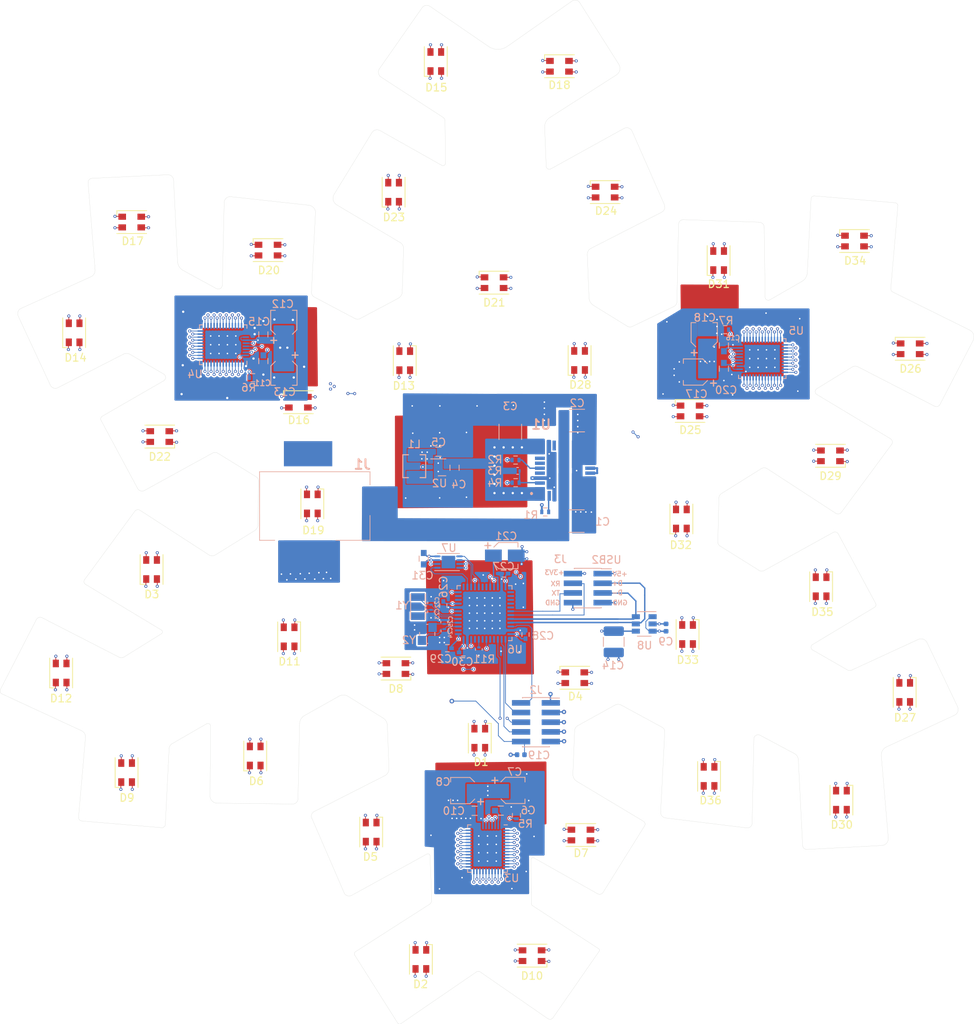
<source format=kicad_pcb>
(kicad_pcb (version 20171130) (host pcbnew "(5.1.5-dirty)")
  (layers (0 Top signal hide) (1 GND1 power hide) (2 Upper signal hide) (3 Power power hide) (4 GND2 power hide) (31 Bottom signal) (34 B.Paste user) (35 F.Paste user hide) (36 B.SilkS user) (37 F.SilkS user hide) (38 B.Mask user) (39 F.Mask user hide) (44 Edge.Cuts user))
  (net 0 "")
  (net 1 "Net-(R3-Pad2)")
  (net 2 GND)
  (net 3 +5V)
  (net 4 "Net-(R1-Pad1)")
  (net 5 "Net-(R2-Pad1)")
  (net 6 "Net-(U1-Pad16)")
  (net 7 "Net-(U1-Pad10)")
  (net 8 "Net-(U1-Pad7)")
  (net 9 "Net-(U1-Pad6)")
  (net 10 "Net-(U1-Pad4)")
  (net 11 "/+5V Supply/+12V")
  (net 12 "Net-(C6-Pad1)")
  (net 13 "Net-(C11-Pad1)")
  (net 14 "Net-(C16-Pad1)")
  (net 15 /MCU/LSE_IN)
  (net 16 /MCU/LSE_OUT)
  (net 17 /MCU/HSE_IN)
  (net 18 /MCU/HSE_OUT)
  (net 19 "Net-(D1-Pad1)")
  (net 20 "Net-(D1-Pad4)")
  (net 21 "Net-(D1-Pad3)")
  (net 22 "Net-(D2-Pad1)")
  (net 23 "Net-(D2-Pad4)")
  (net 24 "Net-(D2-Pad3)")
  (net 25 "Net-(D3-Pad1)")
  (net 26 "Net-(D3-Pad4)")
  (net 27 "Net-(D3-Pad3)")
  (net 28 "Net-(D4-Pad1)")
  (net 29 "Net-(D4-Pad4)")
  (net 30 "Net-(D4-Pad3)")
  (net 31 "Net-(D5-Pad1)")
  (net 32 "Net-(D5-Pad4)")
  (net 33 "Net-(D5-Pad3)")
  (net 34 "Net-(D6-Pad1)")
  (net 35 "Net-(D6-Pad4)")
  (net 36 "Net-(D6-Pad3)")
  (net 37 "Net-(D7-Pad1)")
  (net 38 "Net-(D7-Pad4)")
  (net 39 "Net-(D7-Pad3)")
  (net 40 "Net-(D8-Pad1)")
  (net 41 "Net-(D8-Pad4)")
  (net 42 "Net-(D8-Pad3)")
  (net 43 "Net-(D9-Pad1)")
  (net 44 "Net-(D9-Pad4)")
  (net 45 "Net-(D9-Pad3)")
  (net 46 "Net-(D10-Pad1)")
  (net 47 "Net-(D10-Pad4)")
  (net 48 "Net-(D10-Pad3)")
  (net 49 "Net-(D11-Pad1)")
  (net 50 "Net-(D11-Pad4)")
  (net 51 "Net-(D11-Pad3)")
  (net 52 "Net-(D12-Pad1)")
  (net 53 "Net-(D12-Pad4)")
  (net 54 "Net-(D12-Pad3)")
  (net 55 "Net-(D13-Pad1)")
  (net 56 "Net-(D13-Pad4)")
  (net 57 "Net-(D13-Pad3)")
  (net 58 "Net-(D14-Pad1)")
  (net 59 "Net-(D14-Pad4)")
  (net 60 "Net-(D14-Pad3)")
  (net 61 "Net-(D15-Pad1)")
  (net 62 "Net-(D15-Pad4)")
  (net 63 "Net-(D15-Pad3)")
  (net 64 "Net-(D16-Pad1)")
  (net 65 "Net-(D16-Pad4)")
  (net 66 "Net-(D16-Pad3)")
  (net 67 "Net-(D17-Pad1)")
  (net 68 "Net-(D17-Pad4)")
  (net 69 "Net-(D17-Pad3)")
  (net 70 "Net-(D18-Pad1)")
  (net 71 "Net-(D18-Pad4)")
  (net 72 "Net-(D18-Pad3)")
  (net 73 "Net-(D19-Pad1)")
  (net 74 "Net-(D19-Pad4)")
  (net 75 "Net-(D19-Pad3)")
  (net 76 "Net-(D20-Pad1)")
  (net 77 "Net-(D20-Pad4)")
  (net 78 "Net-(D20-Pad3)")
  (net 79 "Net-(D21-Pad1)")
  (net 80 "Net-(D21-Pad4)")
  (net 81 "Net-(D21-Pad3)")
  (net 82 "Net-(D22-Pad1)")
  (net 83 "Net-(D22-Pad4)")
  (net 84 "Net-(D22-Pad3)")
  (net 85 "Net-(D23-Pad1)")
  (net 86 "Net-(D23-Pad4)")
  (net 87 "Net-(D23-Pad3)")
  (net 88 "Net-(D24-Pad1)")
  (net 89 "Net-(D24-Pad4)")
  (net 90 "Net-(D24-Pad3)")
  (net 91 "Net-(D25-Pad1)")
  (net 92 "Net-(D25-Pad4)")
  (net 93 "Net-(D25-Pad3)")
  (net 94 "Net-(D26-Pad1)")
  (net 95 "Net-(D26-Pad4)")
  (net 96 "Net-(D26-Pad3)")
  (net 97 "Net-(D27-Pad1)")
  (net 98 "Net-(D27-Pad4)")
  (net 99 "Net-(D27-Pad3)")
  (net 100 "Net-(D28-Pad1)")
  (net 101 "Net-(D28-Pad4)")
  (net 102 "Net-(D28-Pad3)")
  (net 103 "Net-(D29-Pad1)")
  (net 104 "Net-(D29-Pad4)")
  (net 105 "Net-(D29-Pad3)")
  (net 106 "Net-(D30-Pad1)")
  (net 107 "Net-(D30-Pad4)")
  (net 108 "Net-(D30-Pad3)")
  (net 109 "Net-(D31-Pad1)")
  (net 110 "Net-(D31-Pad4)")
  (net 111 "Net-(D31-Pad3)")
  (net 112 "Net-(D32-Pad1)")
  (net 113 "Net-(D32-Pad4)")
  (net 114 "Net-(D32-Pad3)")
  (net 115 "Net-(D33-Pad1)")
  (net 116 "Net-(D33-Pad4)")
  (net 117 "Net-(D33-Pad3)")
  (net 118 "Net-(D34-Pad1)")
  (net 119 "Net-(D34-Pad4)")
  (net 120 "Net-(D34-Pad3)")
  (net 121 "Net-(D35-Pad1)")
  (net 122 "Net-(D35-Pad4)")
  (net 123 "Net-(D35-Pad3)")
  (net 124 "Net-(D36-Pad1)")
  (net 125 "Net-(D36-Pad4)")
  (net 126 "Net-(D36-Pad3)")
  (net 127 /MCU/TDI)
  (net 128 /MCU/SWDIO-TMS)
  (net 129 /MCU/SWCLK-TCK)
  (net 130 /MCU/TDO-SWO)
  (net 131 /MCU/RESET)
  (net 132 /MCU/DBG_TX)
  (net 133 /MCU/DBG_RX)
  (net 134 /MCU/USB-D-)
  (net 135 /MCU/USB-D+)
  (net 136 "Net-(L1-Pad1)")
  (net 137 "/+5V Supply/AGND")
  (net 138 "Net-(R5-Pad1)")
  (net 139 "Net-(R6-Pad1)")
  (net 140 "Net-(R7-Pad1)")
  (net 141 "Net-(U6-Pad45)")
  (net 142 "Net-(U6-Pad43)")
  (net 143 "Net-(U6-Pad41)")
  (net 144 "Net-(U6-Pad29)")
  (net 145 "Net-(U6-Pad28)")
  (net 146 "Net-(U6-Pad27)")
  (net 147 "Net-(U6-Pad26)")
  (net 148 "Net-(U6-Pad25)")
  (net 149 /MCU/MISO-CFG)
  (net 150 /MCU/MOSI-CFG)
  (net 151 /MCU/MCK-CFG)
  (net 152 /MCU/MCS-CFG)
  (net 153 "Net-(U6-Pad13)")
  (net 154 "Net-(U6-Pad11)")
  (net 155 "Net-(U6-Pad10)")
  (net 156 "Net-(U6-Pad2)")
  (net 157 +3V3)
  (net 158 /SEN-LED-2)
  (net 159 /SCL)
  (net 160 /SDA)
  (net 161 /SEN-LED-3)
  (net 162 /SEN-LED-1)
  (net 163 "Net-(J1-Pad2)")
  (net 164 "Net-(U6-Pad40)")
  (net 165 /MCU/VCAP)
  (net 166 /MCU/BOOT)
  (net 167 "Net-(U6-Pad18)")
  (net 168 "Net-(U6-Pad19)")
  (net 169 /MCU/VBUS)
  (module snowflake:PinHeader_2x04_P1.27mm_Vertical_SMD_CCW (layer Bottom) (at 149.9444 111.7402 180)
    (fp_text reference J3 (at 3.59 3.8) (layer B.SilkS) (effects (justify mirror)))
    (fp_text value 2x4-1.27mm-0.05in)
    (pad 5 smd rect (at 1.95 -1.905 180) (size 2.4 0.74) (layers Bottom B.Paste B.Mask) (net 2 GND))
    (pad 4 smd rect (at -1.95 -1.905 180) (size 2.4 0.74) (layers Bottom B.Paste B.Mask) (net 2 GND))
    (pad 6 smd rect (at 1.95 -0.635 180) (size 2.4 0.74) (layers Bottom B.Paste B.Mask) (net 132 /MCU/DBG_TX))
    (pad 3 smd rect (at -1.95 -0.635 180) (size 2.4 0.74) (layers Bottom B.Paste B.Mask) (net 134 /MCU/USB-D-))
    (pad 7 smd rect (at 1.95 0.635 180) (size 2.4 0.74) (layers Bottom B.Paste B.Mask) (net 133 /MCU/DBG_RX))
    (pad 2 smd rect (at -1.95 0.635 180) (size 2.4 0.74) (layers Bottom B.Paste B.Mask) (net 135 /MCU/USB-D+))
    (pad 8 smd rect (at 1.95 1.905 180) (size 2.4 0.74) (layers Bottom B.Paste B.Mask) (net 157 +3V3))
    (pad 1 smd rect (at -1.95 1.905 180) (size 2.4 0.74) (layers Bottom B.Paste B.Mask) (net 169 /MCU/VBUS))
  )
  (module Package_DFN_QFN:QFN-48-1EP_7x7mm_P0.5mm_EP5.6x5.6mm (layer Bottom) (at 136.39 115.03)
    (fp_text reference U6 (at 4.0144 4.7702) (layer B.SilkS) (effects (justify mirror)))
    (fp_text value STM32F413CHUx)
    (pad 48 smd roundrect (at -2.75 3.4375) (size 0.25 0.875) (layers Bottom B.Paste B.Mask) (net 157 +3V3))
    (pad 47 smd roundrect (at -2.25 3.4375) (size 0.25 0.875) (layers Bottom B.Paste B.Mask) (net 2 GND))
    (pad 46 smd roundrect (at -1.75 3.4375) (size 0.25 0.875) (layers Bottom B.Paste B.Mask) (net 160 /SDA))
    (pad 45 smd roundrect (at -1.25 3.4375) (size 0.25 0.875) (layers Bottom B.Paste B.Mask) (net 141 "Net-(U6-Pad45)"))
    (pad 44 smd roundrect (at -0.75 3.4375) (size 0.25 0.875) (layers Bottom B.Paste B.Mask) (net 166 /MCU/BOOT))
    (pad 43 smd roundrect (at -0.25 3.4375) (size 0.25 0.875) (layers Bottom B.Paste B.Mask) (net 142 "Net-(U6-Pad43)"))
    (pad 42 smd roundrect (at 0.25 3.4375) (size 0.25 0.875) (layers Bottom B.Paste B.Mask) (net 162 /SEN-LED-1))
    (pad 41 smd roundrect (at 0.75 3.4375) (size 0.25 0.875) (layers Bottom B.Paste B.Mask) (net 143 "Net-(U6-Pad41)"))
    (pad 40 smd roundrect (at 1.25 3.4375) (size 0.25 0.875) (layers Bottom B.Paste B.Mask) (net 164 "Net-(U6-Pad40)"))
    (pad 39 smd roundrect (at 1.75 3.4375) (size 0.25 0.875) (layers Bottom B.Paste B.Mask) (net 130 /MCU/TDO-SWO))
    (pad 38 smd roundrect (at 2.25 3.4375) (size 0.25 0.875) (layers Bottom B.Paste B.Mask) (net 127 /MCU/TDI))
    (pad 37 smd roundrect (at 2.75 3.4375) (size 0.25 0.875) (layers Bottom B.Paste B.Mask) (net 129 /MCU/SWCLK-TCK))
    (pad 36 smd roundrect (at 3.4375 2.75) (size 0.875 0.25) (layers Bottom B.Paste B.Mask) (net 157 +3V3))
    (pad 35 smd roundrect (at 3.4375 2.25) (size 0.875 0.25) (layers Bottom B.Paste B.Mask) (net 2 GND))
    (pad 34 smd roundrect (at 3.4375 1.75) (size 0.875 0.25) (layers Bottom B.Paste B.Mask) (net 128 /MCU/SWDIO-TMS))
    (pad 33 smd roundrect (at 3.4375 1.25) (size 0.875 0.25) (layers Bottom B.Paste B.Mask) (net 135 /MCU/USB-D+))
    (pad 32 smd roundrect (at 3.4375 0.75) (size 0.875 0.25) (layers Bottom B.Paste B.Mask) (net 134 /MCU/USB-D-))
    (pad 31 smd roundrect (at 3.4375 0.25) (size 0.875 0.25) (layers Bottom B.Paste B.Mask) (net 133 /MCU/DBG_RX))
    (pad 30 smd roundrect (at 3.4375 -0.25) (size 0.875 0.25) (layers Bottom B.Paste B.Mask) (net 132 /MCU/DBG_TX))
    (pad 29 smd roundrect (at 3.4375 -0.75) (size 0.875 0.25) (layers Bottom B.Paste B.Mask) (net 144 "Net-(U6-Pad29)"))
    (pad 28 smd roundrect (at 3.4375 -1.25) (size 0.875 0.25) (layers Bottom B.Paste B.Mask) (net 145 "Net-(U6-Pad28)"))
    (pad 27 smd roundrect (at 3.4375 -1.75) (size 0.875 0.25) (layers Bottom B.Paste B.Mask) (net 146 "Net-(U6-Pad27)"))
    (pad 26 smd roundrect (at 3.4375 -2.25) (size 0.875 0.25) (layers Bottom B.Paste B.Mask) (net 147 "Net-(U6-Pad26)"))
    (pad 25 smd roundrect (at 3.4375 -2.75) (size 0.875 0.25) (layers Bottom B.Paste B.Mask) (net 148 "Net-(U6-Pad25)"))
    (pad 24 smd roundrect (at 2.75 -3.4375) (size 0.25 0.875) (layers Bottom B.Paste B.Mask) (net 157 +3V3))
    (pad 23 smd roundrect (at 2.25 -3.4375) (size 0.25 0.875) (layers Bottom B.Paste B.Mask) (net 2 GND))
    (pad 22 smd roundrect (at 1.75 -3.4375) (size 0.25 0.875) (layers Bottom B.Paste B.Mask) (net 165 /MCU/VCAP))
    (pad 21 smd roundrect (at 1.25 -3.4375) (size 0.25 0.875) (layers Bottom B.Paste B.Mask) (net 159 /SCL))
    (pad 20 smd roundrect (at 0.75 -3.4375) (size 0.25 0.875) (layers Bottom B.Paste B.Mask) (net 158 /SEN-LED-2))
    (pad 19 smd roundrect (at 0.25 -3.4375) (size 0.25 0.875) (layers Bottom B.Paste B.Mask) (net 168 "Net-(U6-Pad19)"))
    (pad 18 smd roundrect (at -0.25 -3.4375) (size 0.25 0.875) (layers Bottom B.Paste B.Mask) (net 167 "Net-(U6-Pad18)"))
    (pad 17 smd roundrect (at -0.75 -3.4375) (size 0.25 0.875) (layers Bottom B.Paste B.Mask) (net 149 /MCU/MISO-CFG))
    (pad 16 smd roundrect (at -1.25 -3.4375) (size 0.25 0.875) (layers Bottom B.Paste B.Mask) (net 150 /MCU/MOSI-CFG))
    (pad 15 smd roundrect (at -1.75 -3.4375) (size 0.25 0.875) (layers Bottom B.Paste B.Mask) (net 151 /MCU/MCK-CFG))
    (pad 14 smd roundrect (at -2.25 -3.4375) (size 0.25 0.875) (layers Bottom B.Paste B.Mask) (net 152 /MCU/MCS-CFG))
    (pad 13 smd roundrect (at -2.75 -3.4375) (size 0.25 0.875) (layers Bottom B.Paste B.Mask) (net 153 "Net-(U6-Pad13)"))
    (pad 12 smd roundrect (at -3.4375 -2.75) (size 0.875 0.25) (layers Bottom B.Paste B.Mask) (net 161 /SEN-LED-3))
    (pad 11 smd roundrect (at -3.4375 -2.25) (size 0.875 0.25) (layers Bottom B.Paste B.Mask) (net 154 "Net-(U6-Pad11)"))
    (pad 10 smd roundrect (at -3.4375 -1.75) (size 0.875 0.25) (layers Bottom B.Paste B.Mask) (net 155 "Net-(U6-Pad10)"))
    (pad 9 smd roundrect (at -3.4375 -1.25) (size 0.875 0.25) (layers Bottom B.Paste B.Mask) (net 157 +3V3))
    (pad 8 smd roundrect (at -3.4375 -0.75) (size 0.875 0.25) (layers Bottom B.Paste B.Mask) (net 2 GND))
    (pad 7 smd roundrect (at -3.4375 -0.25) (size 0.875 0.25) (layers Bottom B.Paste B.Mask) (net 131 /MCU/RESET))
    (pad 6 smd roundrect (at -3.4375 0.25) (size 0.875 0.25) (layers Bottom B.Paste B.Mask) (net 16 /MCU/LSE_OUT))
    (pad 5 smd roundrect (at -3.4375 0.75) (size 0.875 0.25) (layers Bottom B.Paste B.Mask) (net 15 /MCU/LSE_IN))
    (pad 4 smd roundrect (at -3.4375 1.25) (size 0.875 0.25) (layers Bottom B.Paste B.Mask) (net 18 /MCU/HSE_OUT))
    (pad 3 smd roundrect (at -3.4375 1.75) (size 0.875 0.25) (layers Bottom B.Paste B.Mask) (net 17 /MCU/HSE_IN))
    (pad 2 smd roundrect (at -3.4375 2.25) (size 0.875 0.25) (layers Bottom B.Paste B.Mask) (net 156 "Net-(U6-Pad2)"))
    (pad 1 smd roundrect (at -3.4375 2.75) (size 0.875 0.25) (layers Bottom B.Paste B.Mask) (net 157 +3V3))
    (pad 49 smd roundrect (at 0 0) (size 5.6 5.6) (layers Bottom B.Mask) (roundrect_rratio 0.044643) (net 2 GND))
  )
  (module Capacitor_SMD:C_0402_1005Metric (layer Bottom) (at 141.1544 133.6102 180)
    (fp_text reference C19 (at -2.39 -0.06) (layer B.SilkS) (effects (justify mirror)))
    (fp_text value 100nF)
    (pad 2 smd roundrect (at 0.485 0 180) (size 0.59 0.64) (layers Bottom B.Paste B.Mask) (net 2 GND))
    (pad 1 smd roundrect (at -0.485 0 180) (size 0.59 0.64) (layers Bottom B.Paste B.Mask) (net 131 /MCU/RESET))
  )
  (module Package_TO_SOT_SMD:SOT-23-6 (layer Bottom) (at 157.3544 116.4402 180)
    (fp_text reference U8 (at -0.05 -2.83) (layer B.SilkS) (effects (justify mirror)))
    (fp_text value TPD3S014)
    (pad 5 smd rect (at 1.1 0 180) (size 1.06 0.65) (layers Bottom B.Paste B.Mask) (net 135 /MCU/USB-D+))
    (pad 6 smd rect (at 1.1 0.95 180) (size 1.06 0.65) (layers Bottom B.Paste B.Mask) (net 134 /MCU/USB-D-))
    (pad 4 smd rect (at 1.1 -0.95 180) (size 1.06 0.65) (layers Bottom B.Paste B.Mask) (net 169 /MCU/VBUS))
    (pad 3 smd rect (at -1.1 -0.95 180) (size 1.06 0.65) (layers Bottom B.Paste B.Mask) (net 3 +5V))
    (pad 2 smd rect (at -1.1 0 180) (size 1.06 0.65) (layers Bottom B.Paste B.Mask) (net 2 GND))
    (pad 1 smd rect (at -1.1 0.95 180) (size 1.06 0.65) (layers Bottom B.Paste B.Mask) (net 3 +5V))
  )
  (module Capacitor_SMD:C_1210_3225Metric (layer Bottom) (at 153.3544 118.7902 270)
    (fp_text reference C14 (at 3.1 0.09 180) (layer B.SilkS) (effects (justify mirror)))
    (fp_text value 150uF)
    (pad 2 smd roundrect (at 1.4 0 270) (size 1.25 2.65) (layers Bottom B.Paste B.Mask) (roundrect_rratio 0.2) (net 2 GND))
    (pad 1 smd roundrect (at -1.4 0 270) (size 1.25 2.65) (layers Bottom B.Paste B.Mask) (roundrect_rratio 0.2) (net 169 /MCU/VBUS))
  )
  (module Capacitor_SMD:C_0402_1005Metric (layer Bottom) (at 160.2144 116.9202 90)
    (fp_text reference C9 (at -1.83 -0.02 180) (layer B.SilkS) (effects (justify mirror)))
    (fp_text value 100nF)
    (pad 2 smd roundrect (at 0.485 0 90) (size 0.59 0.64) (layers Bottom B.Paste B.Mask) (net 2 GND))
    (pad 1 smd roundrect (at -0.485 0 90) (size 0.59 0.64) (layers Bottom B.Paste B.Mask) (net 3 +5V))
  )
  (module Capacitors_SMD:CP_Elec_3x5.3 (layer Bottom) (at 139.9732 138.303)
    (fp_text reference C7 (at 0.3812 -2.4428) (layer B.SilkS) (effects (justify mirror)))
    (fp_text value 10uF)
    (fp_text user + (at -2.22 -1.4) (layer B.SilkS) (effects (justify mirror)))
    (fp_text user + (at -2.22 -1.4) (layer B.SilkS) (effects (justify mirror)))
    (pad 2 smd rect (at 1.5 0) (size 2.2 1.6) (layers Bottom B.Paste B.Mask) (net 2 GND))
    (pad 1 smd rect (at -1.5 0) (size 2.2 1.6) (layers Bottom B.Paste B.Mask) (net 3 +5V))
  )
  (module Pin_Headers:Pin_Header_Straight_2x05_Pitch1.27mm_SMD (layer Bottom) (at 143.1444 129.3402 180)
    (fp_text reference J2 (at 0 4.235) (layer B.SilkS) (effects (justify mirror)))
    (fp_text value ARM-JTAG-SWD-10)
    (pad 1 smd rect (at -1.95 2.54 180) (size 2.4 0.74) (layers Bottom B.Paste B.Mask) (net 157 +3V3))
    (pad 2 smd rect (at 1.95 2.54 180) (size 2.4 0.74) (layers Bottom B.Paste B.Mask) (net 128 /MCU/SWDIO-TMS))
    (pad 3 smd rect (at -1.95 1.27 180) (size 2.4 0.74) (layers Bottom B.Paste B.Mask) (net 2 GND))
    (pad 4 smd rect (at 1.95 1.27 180) (size 2.4 0.74) (layers Bottom B.Paste B.Mask) (net 129 /MCU/SWCLK-TCK))
    (pad 5 smd rect (at -1.95 0 180) (size 2.4 0.74) (layers Bottom B.Paste B.Mask) (net 2 GND))
    (pad 6 smd rect (at 1.95 0 180) (size 2.4 0.74) (layers Bottom B.Paste B.Mask) (net 130 /MCU/TDO-SWO))
    (pad 7 smd rect (at -1.95 -1.27 180) (size 2.4 0.74) (layers Bottom B.Paste B.Mask) (net 2 GND))
    (pad 8 smd rect (at 1.95 -1.27 180) (size 2.4 0.74) (layers Bottom B.Paste B.Mask) (net 127 /MCU/TDI))
    (pad 9 smd rect (at -1.95 -2.54 180) (size 2.4 0.74) (layers Bottom B.Paste B.Mask) (net 2 GND))
    (pad 10 smd rect (at 1.95 -2.54 180) (size 2.4 0.74) (layers Bottom B.Paste B.Mask) (net 131 /MCU/RESET))
  )
  (module snowflake:RASM722PX (layer Bottom) (at 114.62 100.75 90)
    (fp_text reference J1 (at 5.2398 5.7244 180) (layer B.SilkS) (effects (font (size 1.27 1.27) (thickness 0.254)) (justify mirror)))
    (fp_text value "2.1mm Jack" hide)
    (pad 1 smd rect (at -6.645 -1.385 90) (size 3.81 6.35) (layers Bottom B.Paste B.Mask) (net 2 GND))
    (pad 2 smd rect (at 6.645 -1.385 90) (size 3.3 6.35) (layers Bottom B.Paste B.Mask) (net 163 "Net-(J1-Pad2)"))
    (pad 3 smd rect (at 0.545 7.755 90) (size 3.3 4.06) (layers Bottom B.Paste B.Mask) (net 11 "/+5V Supply/+12V"))
    (pad LP1 np_thru_hole circle (at -0.215 -5.145 90) (size 1.78 0) (drill 1.78) (layers *.Cu *.Mask))
  )
  (module Package_SON:WSON-6-1EP_2x2mm_P0.65mm_EP1x1.6mm_ThermalVias (layer Bottom) (at 130.32 95.89)
    (fp_text reference U2 (at 0.1651 2.0955) (layer B.SilkS) (effects (justify mirror)))
    (fp_text value TPS62291)
    (pad 1 smd roundrect (at -0.8875 0.65) (size 0.375 0.4) (layers Bottom B.Paste B.Mask) (net 136 "Net-(L1-Pad1)"))
    (pad 2 smd roundrect (at -0.8875 0) (size 0.375 0.4) (layers Bottom B.Paste B.Mask) (net 3 +5V))
    (pad 3 smd roundrect (at -0.8875 -0.65) (size 0.375 0.4) (layers Bottom B.Paste B.Mask) (net 157 +3V3))
    (pad 4 smd roundrect (at 0.8875 -0.65) (size 0.375 0.4) (layers Bottom B.Paste B.Mask) (net 3 +5V))
    (pad 5 smd roundrect (at 0.8875 0) (size 0.375 0.4) (layers Bottom B.Paste B.Mask) (net 3 +5V))
    (pad 6 smd roundrect (at 0.8875 0.65) (size 0.375 0.4) (layers Bottom B.Paste B.Mask) (net 2 GND))
    (pad 7 smd rect (at 0 0) (size 1 1.6) (layers Bottom B.Mask) (net 2 GND))
    (pad 7 thru_hole circle (at 0 0.55) (size 0.5 0.5) (drill 0.2) (layers *.Cu) (net 2 GND))
    (pad 7 thru_hole circle (at 0 -0.55) (size 0.5 0.5) (drill 0.2) (layers *.Cu) (net 2 GND))
    (pad 7 smd rect (at 0 0) (size 0.5 1.6) (layers Top) (net 2 GND))
  )
  (module snowflake:VQFN-46-1EP_5x6mm_P0.4mm_EP2.8x3.8mm_ThermalVias_LEDVias (layer Bottom) (at 172.8499 81.6204 270)
    (fp_text reference U5 (at -3.6604 -4.4701 180) (layer B.SilkS) (effects (justify mirror)))
    (fp_text value LP5036)
    (fp_line (start 3.5 2.4) (end 2.45 2.4) (layer Bottom) (width 0.1016))
    (fp_line (start 3.5 1.59) (end 2.45 1.59) (layer Bottom) (width 0.1016))
    (fp_line (start 3.5 0.8) (end 2.45 0.8) (layer Bottom) (width 0.1016))
    (fp_line (start 3.5 -0.01) (end 2.45 -0.01) (layer Bottom) (width 0.1016))
    (fp_line (start 3.5 -0.8) (end 2.45 -0.8) (layer Bottom) (width 0.1016))
    (fp_line (start 3.5 -1.6) (end 2.45 -1.6) (layer Bottom) (width 0.1016))
    (fp_line (start 3.5 -2.4) (end 2.45 -2.4) (layer Bottom) (width 0.1016))
    (fp_line (start -3.5 -2.4) (end -2.45 -2.4) (layer Bottom) (width 0.1016))
    (fp_line (start -3.5 -1.6) (end -2.45 -1.6) (layer Bottom) (width 0.1016))
    (fp_line (start -3.5 -0.8) (end -2.45 -0.8) (layer Bottom) (width 0.1016))
    (fp_line (start -3.5 0) (end -2.45 0) (layer Bottom) (width 0.1016))
    (fp_line (start -3.5 0.8) (end -2.45 0.8) (layer Bottom) (width 0.1016))
    (fp_line (start -3.5 1.6) (end -2.45 1.6) (layer Bottom) (width 0.1016))
    (fp_line (start -3.5 2.4) (end -2.45 2.4) (layer Bottom) (width 0.1016))
    (fp_line (start -1.8 -2.95) (end -1.8 -4) (layer Bottom) (width 0.1016))
    (fp_line (start -1 -2.95) (end -1 -4) (layer Bottom) (width 0.1016))
    (fp_line (start -0.2 -2.95) (end -0.2 -4) (layer Bottom) (width 0.1016))
    (fp_line (start 0.6 -2.95) (end 0.6 -4) (layer Bottom) (width 0.1016))
    (fp_line (start 1.4 -2.95) (end 1.4 -4) (layer Bottom) (width 0.1016))
    (fp_line (start 1.8 -2.95) (end 1.8 -4.4) (layer Bottom) (width 0.1016))
    (fp_line (start 1 -2.95) (end 1 -4.4) (layer Bottom) (width 0.1016))
    (fp_line (start 0.2 -2.95) (end 0.2 -4.4) (layer Bottom) (width 0.1016))
    (fp_line (start -0.6 -2.95) (end -0.6 -4.4) (layer Bottom) (width 0.1016))
    (fp_line (start -1.4 -2.95) (end -1.4 -4.4) (layer Bottom) (width 0.1016))
    (fp_line (start 2.45 -2) (end 3.9 -2) (layer Bottom) (width 0.1016))
    (fp_line (start 2.45 -1.19) (end 3.9 -1.19) (layer Bottom) (width 0.1016))
    (fp_line (start 2.45 -0.4) (end 3.9 -0.4) (layer Bottom) (width 0.1016))
    (fp_line (start 2.45 0.4) (end 3.9 0.4) (layer Bottom) (width 0.1016))
    (fp_line (start 2.45 1.2) (end 3.9 1.2) (layer Bottom) (width 0.1016))
    (fp_line (start 2.45 2) (end 3.9 2) (layer Bottom) (width 0.1016))
    (fp_line (start -2.45 2) (end -3.9 2) (layer Bottom) (width 0.1016))
    (fp_line (start -2.45 1.2) (end -3.9 1.2) (layer Bottom) (width 0.1016))
    (fp_line (start -2.45 0.4) (end -3.9 0.4) (layer Bottom) (width 0.1016))
    (fp_line (start -2.45 -0.4) (end -3.9 -0.4) (layer Bottom) (width 0.1016))
    (fp_line (start -2.45 -1.2) (end -3.9 -1.2) (layer Bottom) (width 0.1016))
    (fp_line (start -2.45 -2) (end -3.9 -2) (layer Bottom) (width 0.1016))
    (pad 47 smd roundrect (at 0 0 270) (size 2.8 3.8) (layers Bottom B.Mask) (roundrect_rratio 0.089286) (net 2 GND))
    (pad 47 thru_hole circle (at -1.15 1.65 270) (size 0.5 0.5) (drill 0.2) (layers *.Cu) (net 2 GND))
    (pad 47 thru_hole circle (at 0 1.65 270) (size 0.5 0.5) (drill 0.2) (layers *.Cu) (net 2 GND))
    (pad 47 thru_hole circle (at 1.15 1.65 270) (size 0.5 0.5) (drill 0.2) (layers *.Cu) (net 2 GND))
    (pad 47 thru_hole circle (at -1.15 0.55 270) (size 0.5 0.5) (drill 0.2) (layers *.Cu) (net 2 GND))
    (pad 47 thru_hole circle (at 0 0.55 270) (size 0.5 0.5) (drill 0.2) (layers *.Cu) (net 2 GND))
    (pad 47 thru_hole circle (at 1.15 0.55 270) (size 0.5 0.5) (drill 0.2) (layers *.Cu) (net 2 GND))
    (pad 47 thru_hole circle (at -1.15 -0.55 270) (size 0.5 0.5) (drill 0.2) (layers *.Cu) (net 2 GND))
    (pad 47 thru_hole circle (at 0 -0.55 270) (size 0.5 0.5) (drill 0.2) (layers *.Cu) (net 2 GND))
    (pad 47 thru_hole circle (at 1.15 -0.55 270) (size 0.5 0.5) (drill 0.2) (layers *.Cu) (net 2 GND))
    (pad 47 thru_hole circle (at -1.15 -1.65 270) (size 0.5 0.5) (drill 0.2) (layers *.Cu) (net 2 GND))
    (pad 47 thru_hole circle (at 0 -1.65 270) (size 0.5 0.5) (drill 0.2) (layers *.Cu) (net 2 GND))
    (pad 47 thru_hole circle (at 1.15 -1.65 270) (size 0.5 0.5) (drill 0.2) (layers *.Cu) (net 2 GND))
    (pad 47 smd roundrect (at 0 0 270) (size 2.8 3.8) (layers Top) (roundrect_rratio 0.089286) (net 2 GND))
    (pad 1 smd roundrect (at -2.4625 2.4 270) (size 0.825 0.2) (layers Bottom B.Paste B.Mask) (net 91 "Net-(D25-Pad1)"))
    (pad 2 smd roundrect (at -2.4625 2 270) (size 0.825 0.2) (layers Bottom B.Paste B.Mask) (net 92 "Net-(D25-Pad4)"))
    (pad 3 smd roundrect (at -2.4625 1.6 270) (size 0.825 0.2) (layers Bottom B.Paste B.Mask) (net 93 "Net-(D25-Pad3)"))
    (pad 4 smd roundrect (at -2.4625 1.2 270) (size 0.825 0.2) (layers Bottom B.Paste B.Mask) (net 100 "Net-(D28-Pad1)"))
    (pad 5 smd roundrect (at -2.4625 0.8 270) (size 0.825 0.2) (layers Bottom B.Paste B.Mask) (net 101 "Net-(D28-Pad4)"))
    (pad 6 smd roundrect (at -2.4625 0.4 270) (size 0.825 0.2) (layers Bottom B.Paste B.Mask) (net 102 "Net-(D28-Pad3)"))
    (pad 7 smd roundrect (at -2.4625 0 270) (size 0.825 0.2) (layers Bottom B.Paste B.Mask) (net 109 "Net-(D31-Pad1)"))
    (pad 8 smd roundrect (at -2.4625 -0.4 270) (size 0.825 0.2) (layers Bottom B.Paste B.Mask) (net 110 "Net-(D31-Pad4)"))
    (pad 9 smd roundrect (at -2.4625 -0.8 270) (size 0.825 0.2) (layers Bottom B.Paste B.Mask) (net 111 "Net-(D31-Pad3)"))
    (pad 10 smd roundrect (at -2.4625 -1.2 270) (size 0.825 0.2) (layers Bottom B.Paste B.Mask) (net 118 "Net-(D34-Pad1)"))
    (pad 11 smd roundrect (at -2.4625 -1.6 270) (size 0.825 0.2) (layers Bottom B.Paste B.Mask) (net 119 "Net-(D34-Pad4)"))
    (pad 12 smd roundrect (at -2.4625 -2 270) (size 0.825 0.2) (layers Bottom B.Paste B.Mask) (net 120 "Net-(D34-Pad3)"))
    (pad 13 smd roundrect (at -2.4625 -2.4 270) (size 0.825 0.2) (layers Bottom B.Paste B.Mask) (net 94 "Net-(D26-Pad1)"))
    (pad 14 smd roundrect (at -1.8 -2.9625 270) (size 0.2 0.825) (layers Bottom B.Paste B.Mask) (net 95 "Net-(D26-Pad4)"))
    (pad 15 smd roundrect (at -1.4 -2.9625 270) (size 0.2 0.825) (layers Bottom B.Paste B.Mask) (net 96 "Net-(D26-Pad3)"))
    (pad 16 smd roundrect (at -1 -2.9625 270) (size 0.2 0.825) (layers Bottom B.Paste B.Mask) (net 103 "Net-(D29-Pad1)"))
    (pad 17 smd roundrect (at -0.6 -2.9625 270) (size 0.2 0.825) (layers Bottom B.Paste B.Mask) (net 104 "Net-(D29-Pad4)"))
    (pad 18 smd roundrect (at -0.2 -2.9625 270) (size 0.2 0.825) (layers Bottom B.Paste B.Mask) (net 105 "Net-(D29-Pad3)"))
    (pad 19 smd roundrect (at 0.2 -2.9625 270) (size 0.2 0.825) (layers Bottom B.Paste B.Mask) (net 112 "Net-(D32-Pad1)"))
    (pad 20 smd roundrect (at 0.6 -2.9625 270) (size 0.2 0.825) (layers Bottom B.Paste B.Mask) (net 113 "Net-(D32-Pad4)"))
    (pad 21 smd roundrect (at 1 -2.9625 270) (size 0.2 0.825) (layers Bottom B.Paste B.Mask) (net 114 "Net-(D32-Pad3)"))
    (pad 22 smd roundrect (at 1.4 -2.9625 270) (size 0.2 0.825) (layers Bottom B.Paste B.Mask) (net 121 "Net-(D35-Pad1)"))
    (pad 23 smd roundrect (at 1.8 -2.9625 270) (size 0.2 0.825) (layers Bottom B.Paste B.Mask) (net 122 "Net-(D35-Pad4)"))
    (pad 24 smd roundrect (at 2.4625 -2.4 270) (size 0.825 0.2) (layers Bottom B.Paste B.Mask) (net 123 "Net-(D35-Pad3)"))
    (pad 25 smd roundrect (at 2.4625 -2 270) (size 0.825 0.2) (layers Bottom B.Paste B.Mask) (net 97 "Net-(D27-Pad1)"))
    (pad 26 smd roundrect (at 2.4625 -1.6 270) (size 0.825 0.2) (layers Bottom B.Paste B.Mask) (net 98 "Net-(D27-Pad4)"))
    (pad 27 smd roundrect (at 2.4625 -1.2 270) (size 0.825 0.2) (layers Bottom B.Paste B.Mask) (net 99 "Net-(D27-Pad3)"))
    (pad 28 smd roundrect (at 2.4625 -0.8 270) (size 0.825 0.2) (layers Bottom B.Paste B.Mask) (net 106 "Net-(D30-Pad1)"))
    (pad 29 smd roundrect (at 2.4625 -0.4 270) (size 0.825 0.2) (layers Bottom B.Paste B.Mask) (net 107 "Net-(D30-Pad4)"))
    (pad 30 smd roundrect (at 2.4625 0 270) (size 0.825 0.2) (layers Bottom B.Paste B.Mask) (net 108 "Net-(D30-Pad3)"))
    (pad 31 smd roundrect (at 2.4625 0.4 270) (size 0.825 0.2) (layers Bottom B.Paste B.Mask) (net 115 "Net-(D33-Pad1)"))
    (pad 32 smd roundrect (at 2.4625 0.8 270) (size 0.825 0.2) (layers Bottom B.Paste B.Mask) (net 116 "Net-(D33-Pad4)"))
    (pad 33 smd roundrect (at 2.4625 1.2 270) (size 0.825 0.2) (layers Bottom B.Paste B.Mask) (net 117 "Net-(D33-Pad3)"))
    (pad 34 smd roundrect (at 2.4625 1.6 270) (size 0.825 0.2) (layers Bottom B.Paste B.Mask) (net 124 "Net-(D36-Pad1)"))
    (pad 35 smd roundrect (at 2.4625 2 270) (size 0.825 0.2) (layers Bottom B.Paste B.Mask) (net 125 "Net-(D36-Pad4)"))
    (pad 36 smd roundrect (at 2.4625 2.4 270) (size 0.825 0.2) (layers Bottom B.Paste B.Mask) (net 126 "Net-(D36-Pad3)"))
    (pad 37 smd roundrect (at 1.8 2.9625 270) (size 0.2 0.825) (layers Bottom B.Paste B.Mask) (net 2 GND))
    (pad 38 smd roundrect (at 1.4 2.9625 270) (size 0.2 0.825) (layers Bottom B.Paste B.Mask) (net 3 +5V))
    (pad 39 smd roundrect (at 1 2.9625 270) (size 0.2 0.825) (layers Bottom B.Paste B.Mask) (net 2 GND))
    (pad 40 smd roundrect (at 0.6 2.9625 270) (size 0.2 0.825) (layers Bottom B.Paste B.Mask) (net 3 +5V))
    (pad 41 smd roundrect (at 0.2 2.9625 270) (size 0.2 0.825) (layers Bottom B.Paste B.Mask) (net 160 /SDA))
    (pad 42 smd roundrect (at -0.2 2.9625 270) (size 0.2 0.825) (layers Bottom B.Paste B.Mask) (net 159 /SCL))
    (pad 43 smd roundrect (at -0.6 2.9625 270) (size 0.2 0.825) (layers Bottom B.Paste B.Mask) (net 158 /SEN-LED-2))
    (pad 44 smd roundrect (at -1 2.9625 270) (size 0.2 0.825) (layers Bottom B.Paste B.Mask) (net 140 "Net-(R7-Pad1)"))
    (pad 45 smd roundrect (at -1.4 2.9625 270) (size 0.2 0.825) (layers Bottom B.Paste B.Mask) (net 14 "Net-(C16-Pad1)"))
    (pad 46 smd roundrect (at -1.8 2.9625 270) (size 0.2 0.825) (layers Bottom B.Paste B.Mask) (net 2 GND))
    (pad 1 thru_hole circle (at -3.5 2.4 270) (size 0.4 0.4) (drill 0.2) (layers *.Cu *.Mask) (net 91 "Net-(D25-Pad1)"))
    (pad 2 thru_hole circle (at -3.9 2 270) (size 0.4 0.4) (drill 0.2) (layers *.Cu *.Mask) (net 92 "Net-(D25-Pad4)"))
    (pad 3 thru_hole circle (at -3.5 1.6 270) (size 0.4 0.4) (drill 0.2) (layers *.Cu *.Mask) (net 93 "Net-(D25-Pad3)"))
    (pad 4 thru_hole circle (at -3.9 1.2 270) (size 0.4 0.4) (drill 0.2) (layers *.Cu *.Mask) (net 100 "Net-(D28-Pad1)"))
    (pad 5 thru_hole circle (at -3.5 0.8 270) (size 0.4 0.4) (drill 0.2) (layers *.Cu *.Mask) (net 101 "Net-(D28-Pad4)"))
    (pad 6 thru_hole circle (at -3.9 0.4 270) (size 0.4 0.4) (drill 0.2) (layers *.Cu *.Mask) (net 102 "Net-(D28-Pad3)"))
    (pad 7 thru_hole circle (at -3.5 0 270) (size 0.4 0.4) (drill 0.2) (layers *.Cu *.Mask) (net 109 "Net-(D31-Pad1)"))
    (pad 8 thru_hole circle (at -3.9 -0.4 270) (size 0.4 0.4) (drill 0.2) (layers *.Cu *.Mask) (net 110 "Net-(D31-Pad4)"))
    (pad 9 thru_hole circle (at -3.5 -0.8 270) (size 0.4 0.4) (drill 0.2) (layers *.Cu *.Mask) (net 111 "Net-(D31-Pad3)"))
    (pad 10 thru_hole circle (at -3.9 -1.2 270) (size 0.4 0.4) (drill 0.2) (layers *.Cu *.Mask) (net 118 "Net-(D34-Pad1)"))
    (pad 11 thru_hole circle (at -3.5 -1.6 270) (size 0.4 0.4) (drill 0.2) (layers *.Cu *.Mask) (net 119 "Net-(D34-Pad4)"))
    (pad 12 thru_hole circle (at -3.9 -2 270) (size 0.4 0.4) (drill 0.2) (layers *.Cu *.Mask) (net 120 "Net-(D34-Pad3)"))
    (pad 13 thru_hole circle (at -3.5 -2.4 270) (size 0.4 0.4) (drill 0.2) (layers *.Cu *.Mask) (net 94 "Net-(D26-Pad1)"))
    (pad 24 thru_hole circle (at 3.5 -2.4 270) (size 0.4 0.4) (drill 0.2) (layers *.Cu *.Mask) (net 123 "Net-(D35-Pad3)"))
    (pad 25 thru_hole circle (at 3.9 -2 270) (size 0.4 0.4) (drill 0.2) (layers *.Cu *.Mask) (net 97 "Net-(D27-Pad1)"))
    (pad 26 thru_hole circle (at 3.5 -1.6 270) (size 0.4 0.4) (drill 0.2) (layers *.Cu *.Mask) (net 98 "Net-(D27-Pad4)"))
    (pad 27 thru_hole circle (at 3.9 -1.2 270) (size 0.4 0.4) (drill 0.2) (layers *.Cu *.Mask) (net 99 "Net-(D27-Pad3)"))
    (pad 28 thru_hole circle (at 3.5 -0.8 270) (size 0.4 0.4) (drill 0.2) (layers *.Cu *.Mask) (net 106 "Net-(D30-Pad1)"))
    (pad 29 thru_hole circle (at 3.9 -0.4 270) (size 0.4 0.4) (drill 0.2) (layers *.Cu *.Mask) (net 107 "Net-(D30-Pad4)"))
    (pad 30 thru_hole circle (at 3.5 0 270) (size 0.4 0.4) (drill 0.2) (layers *.Cu *.Mask) (net 108 "Net-(D30-Pad3)"))
    (pad 31 thru_hole circle (at 3.9 0.4 270) (size 0.4 0.4) (drill 0.2) (layers *.Cu *.Mask) (net 115 "Net-(D33-Pad1)"))
    (pad 32 thru_hole circle (at 3.5 0.8 270) (size 0.4 0.4) (drill 0.2) (layers *.Cu *.Mask) (net 116 "Net-(D33-Pad4)"))
    (pad 33 thru_hole circle (at 3.9 1.2 270) (size 0.4 0.4) (drill 0.2) (layers *.Cu *.Mask) (net 117 "Net-(D33-Pad3)"))
    (pad 34 thru_hole circle (at 3.5 1.6 270) (size 0.4 0.4) (drill 0.2) (layers *.Cu *.Mask) (net 124 "Net-(D36-Pad1)"))
    (pad 35 thru_hole circle (at 3.9 2 270) (size 0.4 0.4) (drill 0.2) (layers *.Cu *.Mask) (net 125 "Net-(D36-Pad4)"))
    (pad 36 thru_hole circle (at 3.5 2.4 270) (size 0.4 0.4) (drill 0.2) (layers *.Cu *.Mask) (net 126 "Net-(D36-Pad3)"))
    (pad 14 thru_hole circle (at -1.8 -4 270) (size 0.4 0.4) (drill 0.2) (layers *.Cu *.Mask) (net 95 "Net-(D26-Pad4)"))
    (pad 15 thru_hole circle (at -1.4 -4.4 270) (size 0.4 0.4) (drill 0.2) (layers *.Cu *.Mask) (net 96 "Net-(D26-Pad3)"))
    (pad 16 thru_hole circle (at -1 -4 270) (size 0.4 0.4) (drill 0.2) (layers *.Cu *.Mask) (net 103 "Net-(D29-Pad1)"))
    (pad 17 thru_hole circle (at -0.6 -4.4 270) (size 0.4 0.4) (drill 0.2) (layers *.Cu *.Mask) (net 104 "Net-(D29-Pad4)"))
    (pad 18 thru_hole circle (at -0.2 -4 270) (size 0.4 0.4) (drill 0.2) (layers *.Cu *.Mask) (net 105 "Net-(D29-Pad3)"))
    (pad 19 thru_hole circle (at 0.2 -4.4 270) (size 0.4 0.4) (drill 0.2) (layers *.Cu *.Mask) (net 112 "Net-(D32-Pad1)"))
    (pad 20 thru_hole circle (at 0.6 -4 270) (size 0.4 0.4) (drill 0.2) (layers *.Cu *.Mask) (net 113 "Net-(D32-Pad4)"))
    (pad 21 thru_hole circle (at 1 -4.4 270) (size 0.4 0.4) (drill 0.2) (layers *.Cu *.Mask) (net 114 "Net-(D32-Pad3)"))
    (pad 22 thru_hole circle (at 1.4 -4 270) (size 0.4 0.4) (drill 0.2) (layers *.Cu *.Mask) (net 121 "Net-(D35-Pad1)"))
    (pad 23 thru_hole circle (at 1.8 -4.4 270) (size 0.4 0.4) (drill 0.2) (layers *.Cu *.Mask) (net 122 "Net-(D35-Pad4)"))
  )
  (module snowflake:VQFN-46-1EP_5x6mm_P0.4mm_EP2.8x3.8mm_ThermalVias_LEDVias (layer Bottom) (at 102.1 79.8 90)
    (fp_text reference U4 (at -3.8676 -3.7004 180) (layer B.SilkS) (effects (justify mirror)))
    (fp_text value LP5036)
    (fp_line (start 3.5 2.4) (end 2.45 2.4) (layer Bottom) (width 0.1016))
    (fp_line (start 3.5 1.59) (end 2.45 1.59) (layer Bottom) (width 0.1016))
    (fp_line (start 3.5 0.8) (end 2.45 0.8) (layer Bottom) (width 0.1016))
    (fp_line (start 3.5 -0.01) (end 2.45 -0.01) (layer Bottom) (width 0.1016))
    (fp_line (start 3.5 -0.8) (end 2.45 -0.8) (layer Bottom) (width 0.1016))
    (fp_line (start 3.5 -1.6) (end 2.45 -1.6) (layer Bottom) (width 0.1016))
    (fp_line (start 3.5 -2.4) (end 2.45 -2.4) (layer Bottom) (width 0.1016))
    (fp_line (start -3.5 -2.4) (end -2.45 -2.4) (layer Bottom) (width 0.1016))
    (fp_line (start -3.5 -1.6) (end -2.45 -1.6) (layer Bottom) (width 0.1016))
    (fp_line (start -3.5 -0.8) (end -2.45 -0.8) (layer Bottom) (width 0.1016))
    (fp_line (start -3.5 0) (end -2.45 0) (layer Bottom) (width 0.1016))
    (fp_line (start -3.5 0.8) (end -2.45 0.8) (layer Bottom) (width 0.1016))
    (fp_line (start -3.5 1.6) (end -2.45 1.6) (layer Bottom) (width 0.1016))
    (fp_line (start -3.5 2.4) (end -2.45 2.4) (layer Bottom) (width 0.1016))
    (fp_line (start -1.8 -2.95) (end -1.8 -4) (layer Bottom) (width 0.1016))
    (fp_line (start -1 -2.95) (end -1 -4) (layer Bottom) (width 0.1016))
    (fp_line (start -0.2 -2.95) (end -0.2 -4) (layer Bottom) (width 0.1016))
    (fp_line (start 0.6 -2.95) (end 0.6 -4) (layer Bottom) (width 0.1016))
    (fp_line (start 1.4 -2.95) (end 1.4 -4) (layer Bottom) (width 0.1016))
    (fp_line (start 1.8 -2.95) (end 1.8 -4.4) (layer Bottom) (width 0.1016))
    (fp_line (start 1 -2.95) (end 1 -4.4) (layer Bottom) (width 0.1016))
    (fp_line (start 0.2 -2.95) (end 0.2 -4.4) (layer Bottom) (width 0.1016))
    (fp_line (start -0.6 -2.95) (end -0.6 -4.4) (layer Bottom) (width 0.1016))
    (fp_line (start -1.4 -2.95) (end -1.4 -4.4) (layer Bottom) (width 0.1016))
    (fp_line (start 2.45 -2) (end 3.9 -2) (layer Bottom) (width 0.1016))
    (fp_line (start 2.45 -1.19) (end 3.9 -1.19) (layer Bottom) (width 0.1016))
    (fp_line (start 2.45 -0.4) (end 3.9 -0.4) (layer Bottom) (width 0.1016))
    (fp_line (start 2.45 0.4) (end 3.9 0.4) (layer Bottom) (width 0.1016))
    (fp_line (start 2.45 1.2) (end 3.9 1.2) (layer Bottom) (width 0.1016))
    (fp_line (start 2.45 2) (end 3.9 2) (layer Bottom) (width 0.1016))
    (fp_line (start -2.45 2) (end -3.9 2) (layer Bottom) (width 0.1016))
    (fp_line (start -2.45 1.2) (end -3.9 1.2) (layer Bottom) (width 0.1016))
    (fp_line (start -2.45 0.4) (end -3.9 0.4) (layer Bottom) (width 0.1016))
    (fp_line (start -2.45 -0.4) (end -3.9 -0.4) (layer Bottom) (width 0.1016))
    (fp_line (start -2.45 -1.2) (end -3.9 -1.2) (layer Bottom) (width 0.1016))
    (fp_line (start -2.45 -2) (end -3.9 -2) (layer Bottom) (width 0.1016))
    (pad 47 smd roundrect (at 0 0 90) (size 2.8 3.8) (layers Bottom B.Mask) (roundrect_rratio 0.089286) (net 2 GND))
    (pad 47 thru_hole circle (at -1.15 1.65 90) (size 0.5 0.5) (drill 0.2) (layers *.Cu) (net 2 GND))
    (pad 47 thru_hole circle (at 0 1.65 90) (size 0.5 0.5) (drill 0.2) (layers *.Cu) (net 2 GND))
    (pad 47 thru_hole circle (at 1.15 1.65 90) (size 0.5 0.5) (drill 0.2) (layers *.Cu) (net 2 GND))
    (pad 47 thru_hole circle (at -1.15 0.55 90) (size 0.5 0.5) (drill 0.2) (layers *.Cu) (net 2 GND))
    (pad 47 thru_hole circle (at 0 0.55 90) (size 0.5 0.5) (drill 0.2) (layers *.Cu) (net 2 GND))
    (pad 47 thru_hole circle (at 1.15 0.55 90) (size 0.5 0.5) (drill 0.2) (layers *.Cu) (net 2 GND))
    (pad 47 thru_hole circle (at -1.15 -0.55 90) (size 0.5 0.5) (drill 0.2) (layers *.Cu) (net 2 GND))
    (pad 47 thru_hole circle (at 0 -0.55 90) (size 0.5 0.5) (drill 0.2) (layers *.Cu) (net 2 GND))
    (pad 47 thru_hole circle (at 1.15 -0.55 90) (size 0.5 0.5) (drill 0.2) (layers *.Cu) (net 2 GND))
    (pad 47 thru_hole circle (at -1.15 -1.65 90) (size 0.5 0.5) (drill 0.2) (layers *.Cu) (net 2 GND))
    (pad 47 thru_hole circle (at 0 -1.65 90) (size 0.5 0.5) (drill 0.2) (layers *.Cu) (net 2 GND))
    (pad 47 thru_hole circle (at 1.15 -1.65 90) (size 0.5 0.5) (drill 0.2) (layers *.Cu) (net 2 GND))
    (pad 47 smd roundrect (at 0 0 90) (size 2.8 3.8) (layers Top) (roundrect_rratio 0.089286) (net 2 GND))
    (pad 1 smd roundrect (at -2.4625 2.4 90) (size 0.825 0.2) (layers Bottom B.Paste B.Mask) (net 55 "Net-(D13-Pad1)"))
    (pad 2 smd roundrect (at -2.4625 2 90) (size 0.825 0.2) (layers Bottom B.Paste B.Mask) (net 56 "Net-(D13-Pad4)"))
    (pad 3 smd roundrect (at -2.4625 1.6 90) (size 0.825 0.2) (layers Bottom B.Paste B.Mask) (net 57 "Net-(D13-Pad3)"))
    (pad 4 smd roundrect (at -2.4625 1.2 90) (size 0.825 0.2) (layers Bottom B.Paste B.Mask) (net 64 "Net-(D16-Pad1)"))
    (pad 5 smd roundrect (at -2.4625 0.8 90) (size 0.825 0.2) (layers Bottom B.Paste B.Mask) (net 65 "Net-(D16-Pad4)"))
    (pad 6 smd roundrect (at -2.4625 0.4 90) (size 0.825 0.2) (layers Bottom B.Paste B.Mask) (net 66 "Net-(D16-Pad3)"))
    (pad 7 smd roundrect (at -2.4625 0 90) (size 0.825 0.2) (layers Bottom B.Paste B.Mask) (net 73 "Net-(D19-Pad1)"))
    (pad 8 smd roundrect (at -2.4625 -0.4 90) (size 0.825 0.2) (layers Bottom B.Paste B.Mask) (net 74 "Net-(D19-Pad4)"))
    (pad 9 smd roundrect (at -2.4625 -0.8 90) (size 0.825 0.2) (layers Bottom B.Paste B.Mask) (net 75 "Net-(D19-Pad3)"))
    (pad 10 smd roundrect (at -2.4625 -1.2 90) (size 0.825 0.2) (layers Bottom B.Paste B.Mask) (net 82 "Net-(D22-Pad1)"))
    (pad 11 smd roundrect (at -2.4625 -1.6 90) (size 0.825 0.2) (layers Bottom B.Paste B.Mask) (net 83 "Net-(D22-Pad4)"))
    (pad 12 smd roundrect (at -2.4625 -2 90) (size 0.825 0.2) (layers Bottom B.Paste B.Mask) (net 84 "Net-(D22-Pad3)"))
    (pad 13 smd roundrect (at -2.4625 -2.4 90) (size 0.825 0.2) (layers Bottom B.Paste B.Mask) (net 58 "Net-(D14-Pad1)"))
    (pad 14 smd roundrect (at -1.8 -2.9625 90) (size 0.2 0.825) (layers Bottom B.Paste B.Mask) (net 59 "Net-(D14-Pad4)"))
    (pad 15 smd roundrect (at -1.4 -2.9625 90) (size 0.2 0.825) (layers Bottom B.Paste B.Mask) (net 60 "Net-(D14-Pad3)"))
    (pad 16 smd roundrect (at -1 -2.9625 90) (size 0.2 0.825) (layers Bottom B.Paste B.Mask) (net 67 "Net-(D17-Pad1)"))
    (pad 17 smd roundrect (at -0.6 -2.9625 90) (size 0.2 0.825) (layers Bottom B.Paste B.Mask) (net 68 "Net-(D17-Pad4)"))
    (pad 18 smd roundrect (at -0.2 -2.9625 90) (size 0.2 0.825) (layers Bottom B.Paste B.Mask) (net 69 "Net-(D17-Pad3)"))
    (pad 19 smd roundrect (at 0.2 -2.9625 90) (size 0.2 0.825) (layers Bottom B.Paste B.Mask) (net 76 "Net-(D20-Pad1)"))
    (pad 20 smd roundrect (at 0.6 -2.9625 90) (size 0.2 0.825) (layers Bottom B.Paste B.Mask) (net 77 "Net-(D20-Pad4)"))
    (pad 21 smd roundrect (at 1 -2.9625 90) (size 0.2 0.825) (layers Bottom B.Paste B.Mask) (net 78 "Net-(D20-Pad3)"))
    (pad 22 smd roundrect (at 1.4 -2.9625 90) (size 0.2 0.825) (layers Bottom B.Paste B.Mask) (net 85 "Net-(D23-Pad1)"))
    (pad 23 smd roundrect (at 1.8 -2.9625 90) (size 0.2 0.825) (layers Bottom B.Paste B.Mask) (net 86 "Net-(D23-Pad4)"))
    (pad 24 smd roundrect (at 2.4625 -2.4 90) (size 0.825 0.2) (layers Bottom B.Paste B.Mask) (net 87 "Net-(D23-Pad3)"))
    (pad 25 smd roundrect (at 2.4625 -2 90) (size 0.825 0.2) (layers Bottom B.Paste B.Mask) (net 61 "Net-(D15-Pad1)"))
    (pad 26 smd roundrect (at 2.4625 -1.6 90) (size 0.825 0.2) (layers Bottom B.Paste B.Mask) (net 62 "Net-(D15-Pad4)"))
    (pad 27 smd roundrect (at 2.4625 -1.2 90) (size 0.825 0.2) (layers Bottom B.Paste B.Mask) (net 63 "Net-(D15-Pad3)"))
    (pad 28 smd roundrect (at 2.4625 -0.8 90) (size 0.825 0.2) (layers Bottom B.Paste B.Mask) (net 70 "Net-(D18-Pad1)"))
    (pad 29 smd roundrect (at 2.4625 -0.4 90) (size 0.825 0.2) (layers Bottom B.Paste B.Mask) (net 71 "Net-(D18-Pad4)"))
    (pad 30 smd roundrect (at 2.4625 0 90) (size 0.825 0.2) (layers Bottom B.Paste B.Mask) (net 72 "Net-(D18-Pad3)"))
    (pad 31 smd roundrect (at 2.4625 0.4 90) (size 0.825 0.2) (layers Bottom B.Paste B.Mask) (net 79 "Net-(D21-Pad1)"))
    (pad 32 smd roundrect (at 2.4625 0.8 90) (size 0.825 0.2) (layers Bottom B.Paste B.Mask) (net 80 "Net-(D21-Pad4)"))
    (pad 33 smd roundrect (at 2.4625 1.2 90) (size 0.825 0.2) (layers Bottom B.Paste B.Mask) (net 81 "Net-(D21-Pad3)"))
    (pad 34 smd roundrect (at 2.4625 1.6 90) (size 0.825 0.2) (layers Bottom B.Paste B.Mask) (net 88 "Net-(D24-Pad1)"))
    (pad 35 smd roundrect (at 2.4625 2 90) (size 0.825 0.2) (layers Bottom B.Paste B.Mask) (net 89 "Net-(D24-Pad4)"))
    (pad 36 smd roundrect (at 2.4625 2.4 90) (size 0.825 0.2) (layers Bottom B.Paste B.Mask) (net 90 "Net-(D24-Pad3)"))
    (pad 37 smd roundrect (at 1.8 2.9625 90) (size 0.2 0.825) (layers Bottom B.Paste B.Mask) (net 2 GND))
    (pad 38 smd roundrect (at 1.4 2.9625 90) (size 0.2 0.825) (layers Bottom B.Paste B.Mask) (net 2 GND))
    (pad 39 smd roundrect (at 1 2.9625 90) (size 0.2 0.825) (layers Bottom B.Paste B.Mask) (net 3 +5V))
    (pad 40 smd roundrect (at 0.6 2.9625 90) (size 0.2 0.825) (layers Bottom B.Paste B.Mask) (net 3 +5V))
    (pad 41 smd roundrect (at 0.2 2.9625 90) (size 0.2 0.825) (layers Bottom B.Paste B.Mask) (net 160 /SDA))
    (pad 42 smd roundrect (at -0.2 2.9625 90) (size 0.2 0.825) (layers Bottom B.Paste B.Mask) (net 159 /SCL))
    (pad 43 smd roundrect (at -0.6 2.9625 90) (size 0.2 0.825) (layers Bottom B.Paste B.Mask) (net 161 /SEN-LED-3))
    (pad 44 smd roundrect (at -1 2.9625 90) (size 0.2 0.825) (layers Bottom B.Paste B.Mask) (net 139 "Net-(R6-Pad1)"))
    (pad 45 smd roundrect (at -1.4 2.9625 90) (size 0.2 0.825) (layers Bottom B.Paste B.Mask) (net 13 "Net-(C11-Pad1)"))
    (pad 46 smd roundrect (at -1.8 2.9625 90) (size 0.2 0.825) (layers Bottom B.Paste B.Mask) (net 2 GND))
    (pad 1 thru_hole circle (at -3.5 2.4 90) (size 0.4 0.4) (drill 0.2) (layers *.Cu *.Mask) (net 55 "Net-(D13-Pad1)"))
    (pad 2 thru_hole circle (at -3.9 2 90) (size 0.4 0.4) (drill 0.2) (layers *.Cu *.Mask) (net 56 "Net-(D13-Pad4)"))
    (pad 3 thru_hole circle (at -3.5 1.6 90) (size 0.4 0.4) (drill 0.2) (layers *.Cu *.Mask) (net 57 "Net-(D13-Pad3)"))
    (pad 4 thru_hole circle (at -3.9 1.2 90) (size 0.4 0.4) (drill 0.2) (layers *.Cu *.Mask) (net 64 "Net-(D16-Pad1)"))
    (pad 5 thru_hole circle (at -3.5 0.8 90) (size 0.4 0.4) (drill 0.2) (layers *.Cu *.Mask) (net 65 "Net-(D16-Pad4)"))
    (pad 6 thru_hole circle (at -3.9 0.4 90) (size 0.4 0.4) (drill 0.2) (layers *.Cu *.Mask) (net 66 "Net-(D16-Pad3)"))
    (pad 7 thru_hole circle (at -3.5 0 90) (size 0.4 0.4) (drill 0.2) (layers *.Cu *.Mask) (net 73 "Net-(D19-Pad1)"))
    (pad 8 thru_hole circle (at -3.9 -0.4 90) (size 0.4 0.4) (drill 0.2) (layers *.Cu *.Mask) (net 74 "Net-(D19-Pad4)"))
    (pad 9 thru_hole circle (at -3.5 -0.8 90) (size 0.4 0.4) (drill 0.2) (layers *.Cu *.Mask) (net 75 "Net-(D19-Pad3)"))
    (pad 10 thru_hole circle (at -3.9 -1.2 90) (size 0.4 0.4) (drill 0.2) (layers *.Cu *.Mask) (net 82 "Net-(D22-Pad1)"))
    (pad 11 thru_hole circle (at -3.5 -1.6 90) (size 0.4 0.4) (drill 0.2) (layers *.Cu *.Mask) (net 83 "Net-(D22-Pad4)"))
    (pad 12 thru_hole circle (at -3.9 -2 90) (size 0.4 0.4) (drill 0.2) (layers *.Cu *.Mask) (net 84 "Net-(D22-Pad3)"))
    (pad 13 thru_hole circle (at -3.5 -2.4 90) (size 0.4 0.4) (drill 0.2) (layers *.Cu *.Mask) (net 58 "Net-(D14-Pad1)"))
    (pad 24 thru_hole circle (at 3.5 -2.4 90) (size 0.4 0.4) (drill 0.2) (layers *.Cu *.Mask) (net 87 "Net-(D23-Pad3)"))
    (pad 25 thru_hole circle (at 3.9 -2 90) (size 0.4 0.4) (drill 0.2) (layers *.Cu *.Mask) (net 61 "Net-(D15-Pad1)"))
    (pad 26 thru_hole circle (at 3.5 -1.6 90) (size 0.4 0.4) (drill 0.2) (layers *.Cu *.Mask) (net 62 "Net-(D15-Pad4)"))
    (pad 27 thru_hole circle (at 3.9 -1.2 90) (size 0.4 0.4) (drill 0.2) (layers *.Cu *.Mask) (net 63 "Net-(D15-Pad3)"))
    (pad 28 thru_hole circle (at 3.5 -0.8 90) (size 0.4 0.4) (drill 0.2) (layers *.Cu *.Mask) (net 70 "Net-(D18-Pad1)"))
    (pad 29 thru_hole circle (at 3.9 -0.4 90) (size 0.4 0.4) (drill 0.2) (layers *.Cu *.Mask) (net 71 "Net-(D18-Pad4)"))
    (pad 30 thru_hole circle (at 3.5 0 90) (size 0.4 0.4) (drill 0.2) (layers *.Cu *.Mask) (net 72 "Net-(D18-Pad3)"))
    (pad 31 thru_hole circle (at 3.9 0.4 90) (size 0.4 0.4) (drill 0.2) (layers *.Cu *.Mask) (net 79 "Net-(D21-Pad1)"))
    (pad 32 thru_hole circle (at 3.5 0.8 90) (size 0.4 0.4) (drill 0.2) (layers *.Cu *.Mask) (net 80 "Net-(D21-Pad4)"))
    (pad 33 thru_hole circle (at 3.9 1.2 90) (size 0.4 0.4) (drill 0.2) (layers *.Cu *.Mask) (net 81 "Net-(D21-Pad3)"))
    (pad 34 thru_hole circle (at 3.5 1.6 90) (size 0.4 0.4) (drill 0.2) (layers *.Cu *.Mask) (net 88 "Net-(D24-Pad1)"))
    (pad 35 thru_hole circle (at 3.9 2 90) (size 0.4 0.4) (drill 0.2) (layers *.Cu *.Mask) (net 89 "Net-(D24-Pad4)"))
    (pad 36 thru_hole circle (at 3.5 2.4 90) (size 0.4 0.4) (drill 0.2) (layers *.Cu *.Mask) (net 90 "Net-(D24-Pad3)"))
    (pad 14 thru_hole circle (at -1.8 -4 90) (size 0.4 0.4) (drill 0.2) (layers *.Cu *.Mask) (net 59 "Net-(D14-Pad4)"))
    (pad 15 thru_hole circle (at -1.4 -4.4 90) (size 0.4 0.4) (drill 0.2) (layers *.Cu *.Mask) (net 60 "Net-(D14-Pad3)"))
    (pad 16 thru_hole circle (at -1 -4 90) (size 0.4 0.4) (drill 0.2) (layers *.Cu *.Mask) (net 67 "Net-(D17-Pad1)"))
    (pad 17 thru_hole circle (at -0.6 -4.4 90) (size 0.4 0.4) (drill 0.2) (layers *.Cu *.Mask) (net 68 "Net-(D17-Pad4)"))
    (pad 18 thru_hole circle (at -0.2 -4 90) (size 0.4 0.4) (drill 0.2) (layers *.Cu *.Mask) (net 69 "Net-(D17-Pad3)"))
    (pad 19 thru_hole circle (at 0.2 -4.4 90) (size 0.4 0.4) (drill 0.2) (layers *.Cu *.Mask) (net 76 "Net-(D20-Pad1)"))
    (pad 20 thru_hole circle (at 0.6 -4 90) (size 0.4 0.4) (drill 0.2) (layers *.Cu *.Mask) (net 77 "Net-(D20-Pad4)"))
    (pad 21 thru_hole circle (at 1 -4.4 90) (size 0.4 0.4) (drill 0.2) (layers *.Cu *.Mask) (net 78 "Net-(D20-Pad3)"))
    (pad 22 thru_hole circle (at 1.4 -4 90) (size 0.4 0.4) (drill 0.2) (layers *.Cu *.Mask) (net 85 "Net-(D23-Pad1)"))
    (pad 23 thru_hole circle (at 1.8 -4.4 90) (size 0.4 0.4) (drill 0.2) (layers *.Cu *.Mask) (net 86 "Net-(D23-Pad4)"))
  )
  (module snowflake:VQFN-46-1EP_5x6mm_P0.4mm_EP2.8x3.8mm_ThermalVias_LEDVias (layer Bottom) (at 136.7882 145.925 180)
    (fp_text reference U3 (at -3.1562 -3.8852) (layer B.SilkS) (effects (justify mirror)))
    (fp_text value LP5036)
    (fp_line (start 3.5 2.4) (end 2.45 2.4) (layer Bottom) (width 0.1016))
    (fp_line (start 3.5 1.59) (end 2.45 1.59) (layer Bottom) (width 0.1016))
    (fp_line (start 3.5 0.8) (end 2.45 0.8) (layer Bottom) (width 0.1016))
    (fp_line (start 3.5 -0.01) (end 2.45 -0.01) (layer Bottom) (width 0.1016))
    (fp_line (start 3.5 -0.8) (end 2.45 -0.8) (layer Bottom) (width 0.1016))
    (fp_line (start 3.5 -1.6) (end 2.45 -1.6) (layer Bottom) (width 0.1016))
    (fp_line (start 3.5 -2.4) (end 2.45 -2.4) (layer Bottom) (width 0.1016))
    (fp_line (start -3.5 -2.4) (end -2.45 -2.4) (layer Bottom) (width 0.1016))
    (fp_line (start -3.5 -1.6) (end -2.45 -1.6) (layer Bottom) (width 0.1016))
    (fp_line (start -3.5 -0.8) (end -2.45 -0.8) (layer Bottom) (width 0.1016))
    (fp_line (start -3.5 0) (end -2.45 0) (layer Bottom) (width 0.1016))
    (fp_line (start -3.5 0.8) (end -2.45 0.8) (layer Bottom) (width 0.1016))
    (fp_line (start -3.5 1.6) (end -2.45 1.6) (layer Bottom) (width 0.1016))
    (fp_line (start -3.5 2.4) (end -2.45 2.4) (layer Bottom) (width 0.1016))
    (fp_line (start -1.8 -2.95) (end -1.8 -4) (layer Bottom) (width 0.1016))
    (fp_line (start -1 -2.95) (end -1 -4) (layer Bottom) (width 0.1016))
    (fp_line (start -0.2 -2.95) (end -0.2 -4) (layer Bottom) (width 0.1016))
    (fp_line (start 0.6 -2.95) (end 0.6 -4) (layer Bottom) (width 0.1016))
    (fp_line (start 1.4 -2.95) (end 1.4 -4) (layer Bottom) (width 0.1016))
    (fp_line (start 1.8 -2.95) (end 1.8 -4.4) (layer Bottom) (width 0.1016))
    (fp_line (start 1 -2.95) (end 1 -4.4) (layer Bottom) (width 0.1016))
    (fp_line (start 0.2 -2.95) (end 0.2 -4.4) (layer Bottom) (width 0.1016))
    (fp_line (start -0.6 -2.95) (end -0.6 -4.4) (layer Bottom) (width 0.1016))
    (fp_line (start -1.4 -2.95) (end -1.4 -4.4) (layer Bottom) (width 0.1016))
    (fp_line (start 2.45 -2) (end 3.9 -2) (layer Bottom) (width 0.1016))
    (fp_line (start 2.45 -1.19) (end 3.9 -1.19) (layer Bottom) (width 0.1016))
    (fp_line (start 2.45 -0.4) (end 3.9 -0.4) (layer Bottom) (width 0.1016))
    (fp_line (start 2.45 0.4) (end 3.9 0.4) (layer Bottom) (width 0.1016))
    (fp_line (start 2.45 1.2) (end 3.9 1.2) (layer Bottom) (width 0.1016))
    (fp_line (start 2.45 2) (end 3.9 2) (layer Bottom) (width 0.1016))
    (fp_line (start -2.45 2) (end -3.9 2) (layer Bottom) (width 0.1016))
    (fp_line (start -2.45 1.2) (end -3.9 1.2) (layer Bottom) (width 0.1016))
    (fp_line (start -2.45 0.4) (end -3.9 0.4) (layer Bottom) (width 0.1016))
    (fp_line (start -2.45 -0.4) (end -3.9 -0.4) (layer Bottom) (width 0.1016))
    (fp_line (start -2.45 -1.2) (end -3.9 -1.2) (layer Bottom) (width 0.1016))
    (fp_line (start -2.45 -2) (end -3.9 -2) (layer Bottom) (width 0.1016))
    (pad 47 smd roundrect (at 0 0 180) (size 2.8 3.8) (layers Bottom B.Mask) (roundrect_rratio 0.089286) (net 2 GND))
    (pad 47 thru_hole circle (at -1.15 1.65 180) (size 0.5 0.5) (drill 0.2) (layers *.Cu) (net 2 GND))
    (pad 47 thru_hole circle (at 0 1.65 180) (size 0.5 0.5) (drill 0.2) (layers *.Cu) (net 2 GND))
    (pad 47 thru_hole circle (at 1.15 1.65 180) (size 0.5 0.5) (drill 0.2) (layers *.Cu) (net 2 GND))
    (pad 47 thru_hole circle (at -1.15 0.55 180) (size 0.5 0.5) (drill 0.2) (layers *.Cu) (net 2 GND))
    (pad 47 thru_hole circle (at 0 0.55 180) (size 0.5 0.5) (drill 0.2) (layers *.Cu) (net 2 GND))
    (pad 47 thru_hole circle (at 1.15 0.55 180) (size 0.5 0.5) (drill 0.2) (layers *.Cu) (net 2 GND))
    (pad 47 thru_hole circle (at -1.15 -0.55 180) (size 0.5 0.5) (drill 0.2) (layers *.Cu) (net 2 GND))
    (pad 47 thru_hole circle (at 0 -0.55 180) (size 0.5 0.5) (drill 0.2) (layers *.Cu) (net 2 GND))
    (pad 47 thru_hole circle (at 1.15 -0.55 180) (size 0.5 0.5) (drill 0.2) (layers *.Cu) (net 2 GND))
    (pad 47 thru_hole circle (at -1.15 -1.65 180) (size 0.5 0.5) (drill 0.2) (layers *.Cu) (net 2 GND))
    (pad 47 thru_hole circle (at 0 -1.65 180) (size 0.5 0.5) (drill 0.2) (layers *.Cu) (net 2 GND))
    (pad 47 thru_hole circle (at 1.15 -1.65 180) (size 0.5 0.5) (drill 0.2) (layers *.Cu) (net 2 GND))
    (pad 47 smd roundrect (at 0 0 180) (size 2.8 3.8) (layers Top) (roundrect_rratio 0.089286) (net 2 GND))
    (pad 1 smd roundrect (at -2.4625 2.4 180) (size 0.825 0.2) (layers Bottom B.Paste B.Mask) (net 19 "Net-(D1-Pad1)"))
    (pad 2 smd roundrect (at -2.4625 2 180) (size 0.825 0.2) (layers Bottom B.Paste B.Mask) (net 20 "Net-(D1-Pad4)"))
    (pad 3 smd roundrect (at -2.4625 1.6 180) (size 0.825 0.2) (layers Bottom B.Paste B.Mask) (net 21 "Net-(D1-Pad3)"))
    (pad 4 smd roundrect (at -2.4625 1.2 180) (size 0.825 0.2) (layers Bottom B.Paste B.Mask) (net 28 "Net-(D4-Pad1)"))
    (pad 5 smd roundrect (at -2.4625 0.8 180) (size 0.825 0.2) (layers Bottom B.Paste B.Mask) (net 29 "Net-(D4-Pad4)"))
    (pad 6 smd roundrect (at -2.4625 0.4 180) (size 0.825 0.2) (layers Bottom B.Paste B.Mask) (net 30 "Net-(D4-Pad3)"))
    (pad 7 smd roundrect (at -2.4625 0 180) (size 0.825 0.2) (layers Bottom B.Paste B.Mask) (net 37 "Net-(D7-Pad1)"))
    (pad 8 smd roundrect (at -2.4625 -0.4 180) (size 0.825 0.2) (layers Bottom B.Paste B.Mask) (net 38 "Net-(D7-Pad4)"))
    (pad 9 smd roundrect (at -2.4625 -0.8 180) (size 0.825 0.2) (layers Bottom B.Paste B.Mask) (net 39 "Net-(D7-Pad3)"))
    (pad 10 smd roundrect (at -2.4625 -1.2 180) (size 0.825 0.2) (layers Bottom B.Paste B.Mask) (net 46 "Net-(D10-Pad1)"))
    (pad 11 smd roundrect (at -2.4625 -1.6 180) (size 0.825 0.2) (layers Bottom B.Paste B.Mask) (net 47 "Net-(D10-Pad4)"))
    (pad 12 smd roundrect (at -2.4625 -2 180) (size 0.825 0.2) (layers Bottom B.Paste B.Mask) (net 48 "Net-(D10-Pad3)"))
    (pad 13 smd roundrect (at -2.4625 -2.4 180) (size 0.825 0.2) (layers Bottom B.Paste B.Mask) (net 22 "Net-(D2-Pad1)"))
    (pad 14 smd roundrect (at -1.8 -2.9625 180) (size 0.2 0.825) (layers Bottom B.Paste B.Mask) (net 23 "Net-(D2-Pad4)"))
    (pad 15 smd roundrect (at -1.4 -2.9625 180) (size 0.2 0.825) (layers Bottom B.Paste B.Mask) (net 24 "Net-(D2-Pad3)"))
    (pad 16 smd roundrect (at -1 -2.9625 180) (size 0.2 0.825) (layers Bottom B.Paste B.Mask) (net 31 "Net-(D5-Pad1)"))
    (pad 17 smd roundrect (at -0.6 -2.9625 180) (size 0.2 0.825) (layers Bottom B.Paste B.Mask) (net 32 "Net-(D5-Pad4)"))
    (pad 18 smd roundrect (at -0.2 -2.9625 180) (size 0.2 0.825) (layers Bottom B.Paste B.Mask) (net 33 "Net-(D5-Pad3)"))
    (pad 19 smd roundrect (at 0.2 -2.9625 180) (size 0.2 0.825) (layers Bottom B.Paste B.Mask) (net 40 "Net-(D8-Pad1)"))
    (pad 20 smd roundrect (at 0.6 -2.9625 180) (size 0.2 0.825) (layers Bottom B.Paste B.Mask) (net 41 "Net-(D8-Pad4)"))
    (pad 21 smd roundrect (at 1 -2.9625 180) (size 0.2 0.825) (layers Bottom B.Paste B.Mask) (net 42 "Net-(D8-Pad3)"))
    (pad 22 smd roundrect (at 1.4 -2.9625 180) (size 0.2 0.825) (layers Bottom B.Paste B.Mask) (net 49 "Net-(D11-Pad1)"))
    (pad 23 smd roundrect (at 1.8 -2.9625 180) (size 0.2 0.825) (layers Bottom B.Paste B.Mask) (net 50 "Net-(D11-Pad4)"))
    (pad 24 smd roundrect (at 2.4625 -2.4 180) (size 0.825 0.2) (layers Bottom B.Paste B.Mask) (net 51 "Net-(D11-Pad3)"))
    (pad 25 smd roundrect (at 2.4625 -2 180) (size 0.825 0.2) (layers Bottom B.Paste B.Mask) (net 25 "Net-(D3-Pad1)"))
    (pad 26 smd roundrect (at 2.4625 -1.6 180) (size 0.825 0.2) (layers Bottom B.Paste B.Mask) (net 26 "Net-(D3-Pad4)"))
    (pad 27 smd roundrect (at 2.4625 -1.2 180) (size 0.825 0.2) (layers Bottom B.Paste B.Mask) (net 27 "Net-(D3-Pad3)"))
    (pad 28 smd roundrect (at 2.4625 -0.8 180) (size 0.825 0.2) (layers Bottom B.Paste B.Mask) (net 34 "Net-(D6-Pad1)"))
    (pad 29 smd roundrect (at 2.4625 -0.4 180) (size 0.825 0.2) (layers Bottom B.Paste B.Mask) (net 35 "Net-(D6-Pad4)"))
    (pad 30 smd roundrect (at 2.4625 0 180) (size 0.825 0.2) (layers Bottom B.Paste B.Mask) (net 36 "Net-(D6-Pad3)"))
    (pad 31 smd roundrect (at 2.4625 0.4 180) (size 0.825 0.2) (layers Bottom B.Paste B.Mask) (net 43 "Net-(D9-Pad1)"))
    (pad 32 smd roundrect (at 2.4625 0.8 180) (size 0.825 0.2) (layers Bottom B.Paste B.Mask) (net 44 "Net-(D9-Pad4)"))
    (pad 33 smd roundrect (at 2.4625 1.2 180) (size 0.825 0.2) (layers Bottom B.Paste B.Mask) (net 45 "Net-(D9-Pad3)"))
    (pad 34 smd roundrect (at 2.4625 1.6 180) (size 0.825 0.2) (layers Bottom B.Paste B.Mask) (net 52 "Net-(D12-Pad1)"))
    (pad 35 smd roundrect (at 2.4625 2 180) (size 0.825 0.2) (layers Bottom B.Paste B.Mask) (net 53 "Net-(D12-Pad4)"))
    (pad 36 smd roundrect (at 2.4625 2.4 180) (size 0.825 0.2) (layers Bottom B.Paste B.Mask) (net 54 "Net-(D12-Pad3)"))
    (pad 37 smd roundrect (at 1.8 2.9625 180) (size 0.2 0.825) (layers Bottom B.Paste B.Mask) (net 2 GND))
    (pad 38 smd roundrect (at 1.4 2.9625 180) (size 0.2 0.825) (layers Bottom B.Paste B.Mask) (net 2 GND))
    (pad 39 smd roundrect (at 1 2.9625 180) (size 0.2 0.825) (layers Bottom B.Paste B.Mask) (net 2 GND))
    (pad 40 smd roundrect (at 0.6 2.9625 180) (size 0.2 0.825) (layers Bottom B.Paste B.Mask) (net 3 +5V))
    (pad 41 smd roundrect (at 0.2 2.9625 180) (size 0.2 0.825) (layers Bottom B.Paste B.Mask) (net 160 /SDA))
    (pad 42 smd roundrect (at -0.2 2.9625 180) (size 0.2 0.825) (layers Bottom B.Paste B.Mask) (net 159 /SCL))
    (pad 43 smd roundrect (at -0.6 2.9625 180) (size 0.2 0.825) (layers Bottom B.Paste B.Mask) (net 162 /SEN-LED-1))
    (pad 44 smd roundrect (at -1 2.9625 180) (size 0.2 0.825) (layers Bottom B.Paste B.Mask) (net 138 "Net-(R5-Pad1)"))
    (pad 45 smd roundrect (at -1.4 2.9625 180) (size 0.2 0.825) (layers Bottom B.Paste B.Mask) (net 12 "Net-(C6-Pad1)"))
    (pad 46 smd roundrect (at -1.8 2.9625 180) (size 0.2 0.825) (layers Bottom B.Paste B.Mask) (net 2 GND))
    (pad 1 thru_hole circle (at -3.5 2.4 180) (size 0.4 0.4) (drill 0.2) (layers *.Cu *.Mask) (net 19 "Net-(D1-Pad1)"))
    (pad 2 thru_hole circle (at -3.9 2 180) (size 0.4 0.4) (drill 0.2) (layers *.Cu *.Mask) (net 20 "Net-(D1-Pad4)"))
    (pad 3 thru_hole circle (at -3.5 1.6 180) (size 0.4 0.4) (drill 0.2) (layers *.Cu *.Mask) (net 21 "Net-(D1-Pad3)"))
    (pad 4 thru_hole circle (at -3.9 1.2 180) (size 0.4 0.4) (drill 0.2) (layers *.Cu *.Mask) (net 28 "Net-(D4-Pad1)"))
    (pad 5 thru_hole circle (at -3.5 0.8 180) (size 0.4 0.4) (drill 0.2) (layers *.Cu *.Mask) (net 29 "Net-(D4-Pad4)"))
    (pad 6 thru_hole circle (at -3.9 0.4 180) (size 0.4 0.4) (drill 0.2) (layers *.Cu *.Mask) (net 30 "Net-(D4-Pad3)"))
    (pad 7 thru_hole circle (at -3.5 0 180) (size 0.4 0.4) (drill 0.2) (layers *.Cu *.Mask) (net 37 "Net-(D7-Pad1)"))
    (pad 8 thru_hole circle (at -3.9 -0.4 180) (size 0.4 0.4) (drill 0.2) (layers *.Cu *.Mask) (net 38 "Net-(D7-Pad4)"))
    (pad 9 thru_hole circle (at -3.5 -0.8 180) (size 0.4 0.4) (drill 0.2) (layers *.Cu *.Mask) (net 39 "Net-(D7-Pad3)"))
    (pad 10 thru_hole circle (at -3.9 -1.2 180) (size 0.4 0.4) (drill 0.2) (layers *.Cu *.Mask) (net 46 "Net-(D10-Pad1)"))
    (pad 11 thru_hole circle (at -3.5 -1.6 180) (size 0.4 0.4) (drill 0.2) (layers *.Cu *.Mask) (net 47 "Net-(D10-Pad4)"))
    (pad 12 thru_hole circle (at -3.9 -2 180) (size 0.4 0.4) (drill 0.2) (layers *.Cu *.Mask) (net 48 "Net-(D10-Pad3)"))
    (pad 13 thru_hole circle (at -3.5 -2.4 180) (size 0.4 0.4) (drill 0.2) (layers *.Cu *.Mask) (net 22 "Net-(D2-Pad1)"))
    (pad 24 thru_hole circle (at 3.5 -2.4 180) (size 0.4 0.4) (drill 0.2) (layers *.Cu *.Mask) (net 51 "Net-(D11-Pad3)"))
    (pad 25 thru_hole circle (at 3.9 -2 180) (size 0.4 0.4) (drill 0.2) (layers *.Cu *.Mask) (net 25 "Net-(D3-Pad1)"))
    (pad 26 thru_hole circle (at 3.5 -1.6 180) (size 0.4 0.4) (drill 0.2) (layers *.Cu *.Mask) (net 26 "Net-(D3-Pad4)"))
    (pad 27 thru_hole circle (at 3.9 -1.2 180) (size 0.4 0.4) (drill 0.2) (layers *.Cu *.Mask) (net 27 "Net-(D3-Pad3)"))
    (pad 28 thru_hole circle (at 3.5 -0.8 180) (size 0.4 0.4) (drill 0.2) (layers *.Cu *.Mask) (net 34 "Net-(D6-Pad1)"))
    (pad 29 thru_hole circle (at 3.9 -0.4 180) (size 0.4 0.4) (drill 0.2) (layers *.Cu *.Mask) (net 35 "Net-(D6-Pad4)"))
    (pad 30 thru_hole circle (at 3.5 0 180) (size 0.4 0.4) (drill 0.2) (layers *.Cu *.Mask) (net 36 "Net-(D6-Pad3)"))
    (pad 31 thru_hole circle (at 3.9 0.4 180) (size 0.4 0.4) (drill 0.2) (layers *.Cu *.Mask) (net 43 "Net-(D9-Pad1)"))
    (pad 32 thru_hole circle (at 3.5 0.8 180) (size 0.4 0.4) (drill 0.2) (layers *.Cu *.Mask) (net 44 "Net-(D9-Pad4)"))
    (pad 33 thru_hole circle (at 3.9 1.2 180) (size 0.4 0.4) (drill 0.2) (layers *.Cu *.Mask) (net 45 "Net-(D9-Pad3)"))
    (pad 34 thru_hole circle (at 3.5 1.6 180) (size 0.4 0.4) (drill 0.2) (layers *.Cu *.Mask) (net 52 "Net-(D12-Pad1)"))
    (pad 35 thru_hole circle (at 3.9 2 180) (size 0.4 0.4) (drill 0.2) (layers *.Cu *.Mask) (net 53 "Net-(D12-Pad4)"))
    (pad 36 thru_hole circle (at 3.5 2.4 180) (size 0.4 0.4) (drill 0.2) (layers *.Cu *.Mask) (net 54 "Net-(D12-Pad3)"))
    (pad 14 thru_hole circle (at -1.8 -4 180) (size 0.4 0.4) (drill 0.2) (layers *.Cu *.Mask) (net 23 "Net-(D2-Pad4)"))
    (pad 15 thru_hole circle (at -1.4 -4.4 180) (size 0.4 0.4) (drill 0.2) (layers *.Cu *.Mask) (net 24 "Net-(D2-Pad3)"))
    (pad 16 thru_hole circle (at -1 -4 180) (size 0.4 0.4) (drill 0.2) (layers *.Cu *.Mask) (net 31 "Net-(D5-Pad1)"))
    (pad 17 thru_hole circle (at -0.6 -4.4 180) (size 0.4 0.4) (drill 0.2) (layers *.Cu *.Mask) (net 32 "Net-(D5-Pad4)"))
    (pad 18 thru_hole circle (at -0.2 -4 180) (size 0.4 0.4) (drill 0.2) (layers *.Cu *.Mask) (net 33 "Net-(D5-Pad3)"))
    (pad 19 thru_hole circle (at 0.2 -4.4 180) (size 0.4 0.4) (drill 0.2) (layers *.Cu *.Mask) (net 40 "Net-(D8-Pad1)"))
    (pad 20 thru_hole circle (at 0.6 -4 180) (size 0.4 0.4) (drill 0.2) (layers *.Cu *.Mask) (net 41 "Net-(D8-Pad4)"))
    (pad 21 thru_hole circle (at 1 -4.4 180) (size 0.4 0.4) (drill 0.2) (layers *.Cu *.Mask) (net 42 "Net-(D8-Pad3)"))
    (pad 22 thru_hole circle (at 1.4 -4 180) (size 0.4 0.4) (drill 0.2) (layers *.Cu *.Mask) (net 49 "Net-(D11-Pad1)"))
    (pad 23 thru_hole circle (at 1.8 -4.4 180) (size 0.4 0.4) (drill 0.2) (layers *.Cu *.Mask) (net 50 "Net-(D11-Pad4)"))
  )
  (module snowflake:LED-RGB-RABG-Via's (layer Top) (at 165.862 136.4488 270)
    (fp_text reference D36 (at 3.1514 -0.1924) (layer F.SilkS))
    (fp_text value LED_RABG)
    (fp_line (start -1.25 -0.75) (end -2.2 -0.75) (layer Top) (width 0.1016))
    (fp_line (start -1.25 0.75) (end -2.2 0.75) (layer Top) (width 0.1016))
    (fp_line (start 2.2 0.75) (end 1.25 0.75) (layer Top) (width 0.1016))
    (fp_line (start 2.2 -0.7) (end 1.25 -0.7) (layer Top) (width 0.1016))
    (pad 1 thru_hole circle (at -2.2 -0.75 270) (size 0.4 0.4) (drill 0.2) (layers *.Cu *.Mask) (net 124 "Net-(D36-Pad1)"))
    (pad 2 thru_hole circle (at -2.2 0.75 270) (size 0.4 0.4) (drill 0.2) (layers *.Cu *.Mask) (net 3 +5V))
    (pad 3 thru_hole circle (at 2.2 0.75 270) (size 0.4 0.4) (drill 0.2) (layers *.Cu *.Mask) (net 126 "Net-(D36-Pad3)"))
    (pad 4 thru_hole circle (at 2.2 -0.7 270) (size 0.4 0.4) (drill 0.2) (layers *.Cu *.Mask) (net 125 "Net-(D36-Pad4)"))
    (pad 1 smd rect (at -1.25 -0.7 270) (size 1 0.8) (layers Top F.Paste F.Mask) (net 124 "Net-(D36-Pad1)"))
    (pad 4 smd rect (at 1.25 -0.7 270) (size 1 0.8) (layers Top F.Paste F.Mask) (net 125 "Net-(D36-Pad4)"))
    (pad 3 smd rect (at 1.25 0.7 270) (size 1 0.8) (layers Top F.Paste F.Mask) (net 126 "Net-(D36-Pad3)"))
    (pad 2 smd rect (at -1.25 0.7 270) (size 1 0.8) (layers Top F.Paste F.Mask) (net 3 +5V))
  )
  (module snowflake:LED-RGB-RABG-Via's (layer Top) (at 180.5686 111.5568 270)
    (fp_text reference D35 (at 3.3134 -0.1658) (layer F.SilkS))
    (fp_text value LED_RABG)
    (fp_line (start -1.25 -0.75) (end -2.2 -0.75) (layer Top) (width 0.1016))
    (fp_line (start -1.25 0.75) (end -2.2 0.75) (layer Top) (width 0.1016))
    (fp_line (start 2.2 0.75) (end 1.25 0.75) (layer Top) (width 0.1016))
    (fp_line (start 2.2 -0.7) (end 1.25 -0.7) (layer Top) (width 0.1016))
    (pad 1 thru_hole circle (at -2.2 -0.75 270) (size 0.4 0.4) (drill 0.2) (layers *.Cu *.Mask) (net 121 "Net-(D35-Pad1)"))
    (pad 2 thru_hole circle (at -2.2 0.75 270) (size 0.4 0.4) (drill 0.2) (layers *.Cu *.Mask) (net 3 +5V))
    (pad 3 thru_hole circle (at 2.2 0.75 270) (size 0.4 0.4) (drill 0.2) (layers *.Cu *.Mask) (net 123 "Net-(D35-Pad3)"))
    (pad 4 thru_hole circle (at 2.2 -0.7 270) (size 0.4 0.4) (drill 0.2) (layers *.Cu *.Mask) (net 122 "Net-(D35-Pad4)"))
    (pad 1 smd rect (at -1.25 -0.7 270) (size 1 0.8) (layers Top F.Paste F.Mask) (net 121 "Net-(D35-Pad1)"))
    (pad 4 smd rect (at 1.25 -0.7 270) (size 1 0.8) (layers Top F.Paste F.Mask) (net 122 "Net-(D35-Pad4)"))
    (pad 3 smd rect (at 1.25 0.7 270) (size 1 0.8) (layers Top F.Paste F.Mask) (net 123 "Net-(D35-Pad3)"))
    (pad 2 smd rect (at -1.25 0.7 270) (size 1 0.8) (layers Top F.Paste F.Mask) (net 3 +5V))
  )
  (module snowflake:LED-RGB-RABG-Via's (layer Top) (at 184.9535 66.1879)
    (fp_text reference D34 (at 0.0909 2.5923 180) (layer F.SilkS))
    (fp_text value LED_RABG)
    (fp_line (start -1.25 -0.75) (end -2.2 -0.75) (layer Top) (width 0.1016))
    (fp_line (start -1.25 0.75) (end -2.2 0.75) (layer Top) (width 0.1016))
    (fp_line (start 2.2 0.75) (end 1.25 0.75) (layer Top) (width 0.1016))
    (fp_line (start 2.2 -0.7) (end 1.25 -0.7) (layer Top) (width 0.1016))
    (pad 1 thru_hole circle (at -2.2 -0.75) (size 0.4 0.4) (drill 0.2) (layers *.Cu *.Mask) (net 118 "Net-(D34-Pad1)"))
    (pad 2 thru_hole circle (at -2.2 0.75) (size 0.4 0.4) (drill 0.2) (layers *.Cu *.Mask) (net 3 +5V))
    (pad 3 thru_hole circle (at 2.2 0.75) (size 0.4 0.4) (drill 0.2) (layers *.Cu *.Mask) (net 120 "Net-(D34-Pad3)"))
    (pad 4 thru_hole circle (at 2.2 -0.7) (size 0.4 0.4) (drill 0.2) (layers *.Cu *.Mask) (net 119 "Net-(D34-Pad4)"))
    (pad 1 smd rect (at -1.25 -0.7) (size 1 0.8) (layers Top F.Paste F.Mask) (net 118 "Net-(D34-Pad1)"))
    (pad 4 smd rect (at 1.25 -0.7) (size 1 0.8) (layers Top F.Paste F.Mask) (net 119 "Net-(D34-Pad4)"))
    (pad 3 smd rect (at 1.25 0.7) (size 1 0.8) (layers Top F.Paste F.Mask) (net 120 "Net-(D34-Pad3)"))
    (pad 2 smd rect (at -1.25 0.7) (size 1 0.8) (layers Top F.Paste F.Mask) (net 3 +5V))
  )
  (module snowflake:LED-RGB-RABG-Via's (layer Top) (at 163.0426 117.8306 270)
    (fp_text reference D33 (at 3.3396 -0.0318) (layer F.SilkS))
    (fp_text value LED_RABG)
    (fp_line (start -1.25 -0.75) (end -2.2 -0.75) (layer Top) (width 0.1016))
    (fp_line (start -1.25 0.75) (end -2.2 0.75) (layer Top) (width 0.1016))
    (fp_line (start 2.2 0.75) (end 1.25 0.75) (layer Top) (width 0.1016))
    (fp_line (start 2.2 -0.7) (end 1.25 -0.7) (layer Top) (width 0.1016))
    (pad 1 thru_hole circle (at -2.2 -0.75 270) (size 0.4 0.4) (drill 0.2) (layers *.Cu *.Mask) (net 115 "Net-(D33-Pad1)"))
    (pad 2 thru_hole circle (at -2.2 0.75 270) (size 0.4 0.4) (drill 0.2) (layers *.Cu *.Mask) (net 3 +5V))
    (pad 3 thru_hole circle (at 2.2 0.75 270) (size 0.4 0.4) (drill 0.2) (layers *.Cu *.Mask) (net 117 "Net-(D33-Pad3)"))
    (pad 4 thru_hole circle (at 2.2 -0.7 270) (size 0.4 0.4) (drill 0.2) (layers *.Cu *.Mask) (net 116 "Net-(D33-Pad4)"))
    (pad 1 smd rect (at -1.25 -0.7 270) (size 1 0.8) (layers Top F.Paste F.Mask) (net 115 "Net-(D33-Pad1)"))
    (pad 4 smd rect (at 1.25 -0.7 270) (size 1 0.8) (layers Top F.Paste F.Mask) (net 116 "Net-(D33-Pad4)"))
    (pad 3 smd rect (at 1.25 0.7 270) (size 1 0.8) (layers Top F.Paste F.Mask) (net 117 "Net-(D33-Pad3)"))
    (pad 2 smd rect (at -1.25 0.7 270) (size 1 0.8) (layers Top F.Paste F.Mask) (net 3 +5V))
  )
  (module snowflake:LED-RGB-RABG-Via's (layer Top) (at 162.2298 102.6668 90)
    (fp_text reference D32 (at -3.4234 -0.0654) (layer F.SilkS))
    (fp_text value LED_RABG)
    (fp_line (start -1.25 -0.75) (end -2.2 -0.75) (layer Top) (width 0.1016))
    (fp_line (start -1.25 0.75) (end -2.2 0.75) (layer Top) (width 0.1016))
    (fp_line (start 2.2 0.75) (end 1.25 0.75) (layer Top) (width 0.1016))
    (fp_line (start 2.2 -0.7) (end 1.25 -0.7) (layer Top) (width 0.1016))
    (pad 1 thru_hole circle (at -2.2 -0.75 90) (size 0.4 0.4) (drill 0.2) (layers *.Cu *.Mask) (net 112 "Net-(D32-Pad1)"))
    (pad 2 thru_hole circle (at -2.2 0.75 90) (size 0.4 0.4) (drill 0.2) (layers *.Cu *.Mask) (net 3 +5V))
    (pad 3 thru_hole circle (at 2.2 0.75 90) (size 0.4 0.4) (drill 0.2) (layers *.Cu *.Mask) (net 114 "Net-(D32-Pad3)"))
    (pad 4 thru_hole circle (at 2.2 -0.7 90) (size 0.4 0.4) (drill 0.2) (layers *.Cu *.Mask) (net 113 "Net-(D32-Pad4)"))
    (pad 1 smd rect (at -1.25 -0.7 90) (size 1 0.8) (layers Top F.Paste F.Mask) (net 112 "Net-(D32-Pad1)"))
    (pad 4 smd rect (at 1.25 -0.7 90) (size 1 0.8) (layers Top F.Paste F.Mask) (net 113 "Net-(D32-Pad4)"))
    (pad 3 smd rect (at 1.25 0.7 90) (size 1 0.8) (layers Top F.Paste F.Mask) (net 114 "Net-(D32-Pad3)"))
    (pad 2 smd rect (at -1.25 0.7 90) (size 1 0.8) (layers Top F.Paste F.Mask) (net 3 +5V))
  )
  (module snowflake:LED-RGB-RABG-Via's (layer Top) (at 167.1184 68.752 90)
    (fp_text reference D31 (at -3.0782 0.026) (layer F.SilkS))
    (fp_text value LED_RABG)
    (fp_line (start -1.25 -0.75) (end -2.2 -0.75) (layer Top) (width 0.1016))
    (fp_line (start -1.25 0.75) (end -2.2 0.75) (layer Top) (width 0.1016))
    (fp_line (start 2.2 0.75) (end 1.25 0.75) (layer Top) (width 0.1016))
    (fp_line (start 2.2 -0.7) (end 1.25 -0.7) (layer Top) (width 0.1016))
    (pad 1 thru_hole circle (at -2.2 -0.75 90) (size 0.4 0.4) (drill 0.2) (layers *.Cu *.Mask) (net 109 "Net-(D31-Pad1)"))
    (pad 2 thru_hole circle (at -2.2 0.75 90) (size 0.4 0.4) (drill 0.2) (layers *.Cu *.Mask) (net 3 +5V))
    (pad 3 thru_hole circle (at 2.2 0.75 90) (size 0.4 0.4) (drill 0.2) (layers *.Cu *.Mask) (net 111 "Net-(D31-Pad3)"))
    (pad 4 thru_hole circle (at 2.2 -0.7 90) (size 0.4 0.4) (drill 0.2) (layers *.Cu *.Mask) (net 110 "Net-(D31-Pad4)"))
    (pad 1 smd rect (at -1.25 -0.7 90) (size 1 0.8) (layers Top F.Paste F.Mask) (net 109 "Net-(D31-Pad1)"))
    (pad 4 smd rect (at 1.25 -0.7 90) (size 1 0.8) (layers Top F.Paste F.Mask) (net 110 "Net-(D31-Pad4)"))
    (pad 3 smd rect (at 1.25 0.7 90) (size 1 0.8) (layers Top F.Paste F.Mask) (net 111 "Net-(D31-Pad3)"))
    (pad 2 smd rect (at -1.25 0.7 90) (size 1 0.8) (layers Top F.Paste F.Mask) (net 3 +5V))
  )
  (module snowflake:LED-RGB-RABG-Via's (layer Top) (at 183.2356 139.573 270)
    (fp_text reference D30 (at 3.2272 -0.0488) (layer F.SilkS))
    (fp_text value LED_RABG)
    (fp_line (start -1.25 -0.75) (end -2.2 -0.75) (layer Top) (width 0.1016))
    (fp_line (start -1.25 0.75) (end -2.2 0.75) (layer Top) (width 0.1016))
    (fp_line (start 2.2 0.75) (end 1.25 0.75) (layer Top) (width 0.1016))
    (fp_line (start 2.2 -0.7) (end 1.25 -0.7) (layer Top) (width 0.1016))
    (pad 1 thru_hole circle (at -2.2 -0.75 270) (size 0.4 0.4) (drill 0.2) (layers *.Cu *.Mask) (net 106 "Net-(D30-Pad1)"))
    (pad 2 thru_hole circle (at -2.2 0.75 270) (size 0.4 0.4) (drill 0.2) (layers *.Cu *.Mask) (net 3 +5V))
    (pad 3 thru_hole circle (at 2.2 0.75 270) (size 0.4 0.4) (drill 0.2) (layers *.Cu *.Mask) (net 108 "Net-(D30-Pad3)"))
    (pad 4 thru_hole circle (at 2.2 -0.7 270) (size 0.4 0.4) (drill 0.2) (layers *.Cu *.Mask) (net 107 "Net-(D30-Pad4)"))
    (pad 1 smd rect (at -1.25 -0.7 270) (size 1 0.8) (layers Top F.Paste F.Mask) (net 106 "Net-(D30-Pad1)"))
    (pad 4 smd rect (at 1.25 -0.7 270) (size 1 0.8) (layers Top F.Paste F.Mask) (net 107 "Net-(D30-Pad4)"))
    (pad 3 smd rect (at 1.25 0.7 270) (size 1 0.8) (layers Top F.Paste F.Mask) (net 108 "Net-(D30-Pad3)"))
    (pad 2 smd rect (at -1.25 0.7 270) (size 1 0.8) (layers Top F.Paste F.Mask) (net 3 +5V))
  )
  (module snowflake:LED-RGB-RABG-Via's (layer Top) (at 181.8 94.38 180)
    (fp_text reference D29 (at 0 -2.65 180) (layer F.SilkS))
    (fp_text value LED_RABG)
    (fp_line (start -1.25 -0.75) (end -2.2 -0.75) (layer Top) (width 0.1016))
    (fp_line (start -1.25 0.75) (end -2.2 0.75) (layer Top) (width 0.1016))
    (fp_line (start 2.2 0.75) (end 1.25 0.75) (layer Top) (width 0.1016))
    (fp_line (start 2.2 -0.7) (end 1.25 -0.7) (layer Top) (width 0.1016))
    (pad 1 thru_hole circle (at -2.2 -0.75 180) (size 0.4 0.4) (drill 0.2) (layers *.Cu *.Mask) (net 103 "Net-(D29-Pad1)"))
    (pad 2 thru_hole circle (at -2.2 0.75 180) (size 0.4 0.4) (drill 0.2) (layers *.Cu *.Mask) (net 3 +5V))
    (pad 3 thru_hole circle (at 2.2 0.75 180) (size 0.4 0.4) (drill 0.2) (layers *.Cu *.Mask) (net 105 "Net-(D29-Pad3)"))
    (pad 4 thru_hole circle (at 2.2 -0.7 180) (size 0.4 0.4) (drill 0.2) (layers *.Cu *.Mask) (net 104 "Net-(D29-Pad4)"))
    (pad 1 smd rect (at -1.25 -0.7 180) (size 1 0.8) (layers Top F.Paste F.Mask) (net 103 "Net-(D29-Pad1)"))
    (pad 4 smd rect (at 1.25 -0.7 180) (size 1 0.8) (layers Top F.Paste F.Mask) (net 104 "Net-(D29-Pad4)"))
    (pad 3 smd rect (at 1.25 0.7 180) (size 1 0.8) (layers Top F.Paste F.Mask) (net 105 "Net-(D29-Pad3)"))
    (pad 2 smd rect (at -1.25 0.7 180) (size 1 0.8) (layers Top F.Paste F.Mask) (net 3 +5V))
  )
  (module snowflake:LED-RGB-RABG-Via's (layer Top) (at 148.8696 81.8612 90)
    (fp_text reference D28 (at -3.199 0.0948) (layer F.SilkS))
    (fp_text value LED_RABG)
    (fp_line (start -1.25 -0.75) (end -2.2 -0.75) (layer Top) (width 0.1016))
    (fp_line (start -1.25 0.75) (end -2.2 0.75) (layer Top) (width 0.1016))
    (fp_line (start 2.2 0.75) (end 1.25 0.75) (layer Top) (width 0.1016))
    (fp_line (start 2.2 -0.7) (end 1.25 -0.7) (layer Top) (width 0.1016))
    (pad 1 thru_hole circle (at -2.2 -0.75 90) (size 0.4 0.4) (drill 0.2) (layers *.Cu *.Mask) (net 100 "Net-(D28-Pad1)"))
    (pad 2 thru_hole circle (at -2.2 0.75 90) (size 0.4 0.4) (drill 0.2) (layers *.Cu *.Mask) (net 3 +5V))
    (pad 3 thru_hole circle (at 2.2 0.75 90) (size 0.4 0.4) (drill 0.2) (layers *.Cu *.Mask) (net 102 "Net-(D28-Pad3)"))
    (pad 4 thru_hole circle (at 2.2 -0.7 90) (size 0.4 0.4) (drill 0.2) (layers *.Cu *.Mask) (net 101 "Net-(D28-Pad4)"))
    (pad 1 smd rect (at -1.25 -0.7 90) (size 1 0.8) (layers Top F.Paste F.Mask) (net 100 "Net-(D28-Pad1)"))
    (pad 4 smd rect (at 1.25 -0.7 90) (size 1 0.8) (layers Top F.Paste F.Mask) (net 101 "Net-(D28-Pad4)"))
    (pad 3 smd rect (at 1.25 0.7 90) (size 1 0.8) (layers Top F.Paste F.Mask) (net 102 "Net-(D28-Pad3)"))
    (pad 2 smd rect (at -1.25 0.7 90) (size 1 0.8) (layers Top F.Paste F.Mask) (net 3 +5V))
  )
  (module snowflake:LED-RGB-RABG-Via's (layer Top) (at 191.5414 125.4252 270)
    (fp_text reference D27 (at 3.315 -0.043) (layer F.SilkS))
    (fp_text value LED_RABG)
    (fp_line (start -1.25 -0.75) (end -2.2 -0.75) (layer Top) (width 0.1016))
    (fp_line (start -1.25 0.75) (end -2.2 0.75) (layer Top) (width 0.1016))
    (fp_line (start 2.2 0.75) (end 1.25 0.75) (layer Top) (width 0.1016))
    (fp_line (start 2.2 -0.7) (end 1.25 -0.7) (layer Top) (width 0.1016))
    (pad 1 thru_hole circle (at -2.2 -0.75 270) (size 0.4 0.4) (drill 0.2) (layers *.Cu *.Mask) (net 97 "Net-(D27-Pad1)"))
    (pad 2 thru_hole circle (at -2.2 0.75 270) (size 0.4 0.4) (drill 0.2) (layers *.Cu *.Mask) (net 3 +5V))
    (pad 3 thru_hole circle (at 2.2 0.75 270) (size 0.4 0.4) (drill 0.2) (layers *.Cu *.Mask) (net 99 "Net-(D27-Pad3)"))
    (pad 4 thru_hole circle (at 2.2 -0.7 270) (size 0.4 0.4) (drill 0.2) (layers *.Cu *.Mask) (net 98 "Net-(D27-Pad4)"))
    (pad 1 smd rect (at -1.25 -0.7 270) (size 1 0.8) (layers Top F.Paste F.Mask) (net 97 "Net-(D27-Pad1)"))
    (pad 4 smd rect (at 1.25 -0.7 270) (size 1 0.8) (layers Top F.Paste F.Mask) (net 98 "Net-(D27-Pad4)"))
    (pad 3 smd rect (at 1.25 0.7 270) (size 1 0.8) (layers Top F.Paste F.Mask) (net 99 "Net-(D27-Pad3)"))
    (pad 2 smd rect (at -1.25 0.7 270) (size 1 0.8) (layers Top F.Paste F.Mask) (net 3 +5V))
  )
  (module snowflake:LED-RGB-RABG-Via's (layer Top) (at 192.256 80.3312)
    (fp_text reference D26 (at 0.0484 2.619 180) (layer F.SilkS))
    (fp_text value LED_RABG)
    (fp_line (start -1.25 -0.75) (end -2.2 -0.75) (layer Top) (width 0.1016))
    (fp_line (start -1.25 0.75) (end -2.2 0.75) (layer Top) (width 0.1016))
    (fp_line (start 2.2 0.75) (end 1.25 0.75) (layer Top) (width 0.1016))
    (fp_line (start 2.2 -0.7) (end 1.25 -0.7) (layer Top) (width 0.1016))
    (pad 1 thru_hole circle (at -2.2 -0.75) (size 0.4 0.4) (drill 0.2) (layers *.Cu *.Mask) (net 94 "Net-(D26-Pad1)"))
    (pad 2 thru_hole circle (at -2.2 0.75) (size 0.4 0.4) (drill 0.2) (layers *.Cu *.Mask) (net 3 +5V))
    (pad 3 thru_hole circle (at 2.2 0.75) (size 0.4 0.4) (drill 0.2) (layers *.Cu *.Mask) (net 96 "Net-(D26-Pad3)"))
    (pad 4 thru_hole circle (at 2.2 -0.7) (size 0.4 0.4) (drill 0.2) (layers *.Cu *.Mask) (net 95 "Net-(D26-Pad4)"))
    (pad 1 smd rect (at -1.25 -0.7) (size 1 0.8) (layers Top F.Paste F.Mask) (net 94 "Net-(D26-Pad1)"))
    (pad 4 smd rect (at 1.25 -0.7) (size 1 0.8) (layers Top F.Paste F.Mask) (net 95 "Net-(D26-Pad4)"))
    (pad 3 smd rect (at 1.25 0.7) (size 1 0.8) (layers Top F.Paste F.Mask) (net 96 "Net-(D26-Pad3)"))
    (pad 2 smd rect (at -1.25 0.7) (size 1 0.8) (layers Top F.Paste F.Mask) (net 3 +5V))
  )
  (module snowflake:LED-RGB-RABG-Via's (layer Top) (at 163.37 88.49)
    (fp_text reference D25 (at 0.0344 2.5002 180) (layer F.SilkS))
    (fp_text value LED_RABG)
    (fp_line (start -1.25 -0.75) (end -2.2 -0.75) (layer Top) (width 0.1016))
    (fp_line (start -1.25 0.75) (end -2.2 0.75) (layer Top) (width 0.1016))
    (fp_line (start 2.2 0.75) (end 1.25 0.75) (layer Top) (width 0.1016))
    (fp_line (start 2.2 -0.7) (end 1.25 -0.7) (layer Top) (width 0.1016))
    (pad 1 thru_hole circle (at -2.2 -0.75) (size 0.4 0.4) (drill 0.2) (layers *.Cu *.Mask) (net 91 "Net-(D25-Pad1)"))
    (pad 2 thru_hole circle (at -2.2 0.75) (size 0.4 0.4) (drill 0.2) (layers *.Cu *.Mask) (net 3 +5V))
    (pad 3 thru_hole circle (at 2.2 0.75) (size 0.4 0.4) (drill 0.2) (layers *.Cu *.Mask) (net 93 "Net-(D25-Pad3)"))
    (pad 4 thru_hole circle (at 2.2 -0.7) (size 0.4 0.4) (drill 0.2) (layers *.Cu *.Mask) (net 92 "Net-(D25-Pad4)"))
    (pad 1 smd rect (at -1.25 -0.7) (size 1 0.8) (layers Top F.Paste F.Mask) (net 91 "Net-(D25-Pad1)"))
    (pad 4 smd rect (at 1.25 -0.7) (size 1 0.8) (layers Top F.Paste F.Mask) (net 92 "Net-(D25-Pad4)"))
    (pad 3 smd rect (at 1.25 0.7) (size 1 0.8) (layers Top F.Paste F.Mask) (net 93 "Net-(D25-Pad3)"))
    (pad 2 smd rect (at -1.25 0.7) (size 1 0.8) (layers Top F.Paste F.Mask) (net 3 +5V))
  )
  (module snowflake:LED-RGB-RABG-Via's (layer Top) (at 152.2222 59.7662)
    (fp_text reference D24 (at 0.1222 2.474 180) (layer F.SilkS))
    (fp_text value LED_RABG)
    (fp_line (start -1.25 -0.75) (end -2.2 -0.75) (layer Top) (width 0.1016))
    (fp_line (start -1.25 0.75) (end -2.2 0.75) (layer Top) (width 0.1016))
    (fp_line (start 2.2 0.75) (end 1.25 0.75) (layer Top) (width 0.1016))
    (fp_line (start 2.2 -0.7) (end 1.25 -0.7) (layer Top) (width 0.1016))
    (pad 1 thru_hole circle (at -2.2 -0.75) (size 0.4 0.4) (drill 0.2) (layers *.Cu *.Mask) (net 88 "Net-(D24-Pad1)"))
    (pad 2 thru_hole circle (at -2.2 0.75) (size 0.4 0.4) (drill 0.2) (layers *.Cu *.Mask) (net 3 +5V))
    (pad 3 thru_hole circle (at 2.2 0.75) (size 0.4 0.4) (drill 0.2) (layers *.Cu *.Mask) (net 90 "Net-(D24-Pad3)"))
    (pad 4 thru_hole circle (at 2.2 -0.7) (size 0.4 0.4) (drill 0.2) (layers *.Cu *.Mask) (net 89 "Net-(D24-Pad4)"))
    (pad 1 smd rect (at -1.25 -0.7) (size 1 0.8) (layers Top F.Paste F.Mask) (net 88 "Net-(D24-Pad1)"))
    (pad 4 smd rect (at 1.25 -0.7) (size 1 0.8) (layers Top F.Paste F.Mask) (net 89 "Net-(D24-Pad4)"))
    (pad 3 smd rect (at 1.25 0.7) (size 1 0.8) (layers Top F.Paste F.Mask) (net 90 "Net-(D24-Pad3)"))
    (pad 2 smd rect (at -1.25 0.7) (size 1 0.8) (layers Top F.Paste F.Mask) (net 3 +5V))
  )
  (module snowflake:LED-RGB-RABG-Via's (layer Top) (at 124.46 59.78 90)
    (fp_text reference D23 (at -3.2902 0.0444) (layer F.SilkS))
    (fp_text value LED_RABG)
    (fp_line (start -1.25 -0.75) (end -2.2 -0.75) (layer Top) (width 0.1016))
    (fp_line (start -1.25 0.75) (end -2.2 0.75) (layer Top) (width 0.1016))
    (fp_line (start 2.2 0.75) (end 1.25 0.75) (layer Top) (width 0.1016))
    (fp_line (start 2.2 -0.7) (end 1.25 -0.7) (layer Top) (width 0.1016))
    (pad 1 thru_hole circle (at -2.2 -0.75 90) (size 0.4 0.4) (drill 0.2) (layers *.Cu *.Mask) (net 85 "Net-(D23-Pad1)"))
    (pad 2 thru_hole circle (at -2.2 0.75 90) (size 0.4 0.4) (drill 0.2) (layers *.Cu *.Mask) (net 3 +5V))
    (pad 3 thru_hole circle (at 2.2 0.75 90) (size 0.4 0.4) (drill 0.2) (layers *.Cu *.Mask) (net 87 "Net-(D23-Pad3)"))
    (pad 4 thru_hole circle (at 2.2 -0.7 90) (size 0.4 0.4) (drill 0.2) (layers *.Cu *.Mask) (net 86 "Net-(D23-Pad4)"))
    (pad 1 smd rect (at -1.25 -0.7 90) (size 1 0.8) (layers Top F.Paste F.Mask) (net 85 "Net-(D23-Pad1)"))
    (pad 4 smd rect (at 1.25 -0.7 90) (size 1 0.8) (layers Top F.Paste F.Mask) (net 86 "Net-(D23-Pad4)"))
    (pad 3 smd rect (at 1.25 0.7 90) (size 1 0.8) (layers Top F.Paste F.Mask) (net 87 "Net-(D23-Pad3)"))
    (pad 2 smd rect (at -1.25 0.7 90) (size 1 0.8) (layers Top F.Paste F.Mask) (net 3 +5V))
  )
  (module snowflake:LED-RGB-RABG-Via's (layer Top) (at 93.77 91.85 180)
    (fp_text reference D22 (at 0 -2.65 180) (layer F.SilkS))
    (fp_text value LED_RABG)
    (fp_line (start -1.25 -0.75) (end -2.2 -0.75) (layer Top) (width 0.1016))
    (fp_line (start -1.25 0.75) (end -2.2 0.75) (layer Top) (width 0.1016))
    (fp_line (start 2.2 0.75) (end 1.25 0.75) (layer Top) (width 0.1016))
    (fp_line (start 2.2 -0.7) (end 1.25 -0.7) (layer Top) (width 0.1016))
    (pad 1 thru_hole circle (at -2.2 -0.75 180) (size 0.4 0.4) (drill 0.2) (layers *.Cu *.Mask) (net 82 "Net-(D22-Pad1)"))
    (pad 2 thru_hole circle (at -2.2 0.75 180) (size 0.4 0.4) (drill 0.2) (layers *.Cu *.Mask) (net 3 +5V))
    (pad 3 thru_hole circle (at 2.2 0.75 180) (size 0.4 0.4) (drill 0.2) (layers *.Cu *.Mask) (net 84 "Net-(D22-Pad3)"))
    (pad 4 thru_hole circle (at 2.2 -0.7 180) (size 0.4 0.4) (drill 0.2) (layers *.Cu *.Mask) (net 83 "Net-(D22-Pad4)"))
    (pad 1 smd rect (at -1.25 -0.7 180) (size 1 0.8) (layers Top F.Paste F.Mask) (net 82 "Net-(D22-Pad1)"))
    (pad 4 smd rect (at 1.25 -0.7 180) (size 1 0.8) (layers Top F.Paste F.Mask) (net 83 "Net-(D22-Pad4)"))
    (pad 3 smd rect (at 1.25 0.7 180) (size 1 0.8) (layers Top F.Paste F.Mask) (net 84 "Net-(D22-Pad3)"))
    (pad 2 smd rect (at -1.25 0.7 180) (size 1 0.8) (layers Top F.Paste F.Mask) (net 3 +5V))
  )
  (module snowflake:LED-RGB-RABG-Via's (layer Top) (at 137.6426 71.6534)
    (fp_text reference D21 (at 0.0318 2.6168 180) (layer F.SilkS))
    (fp_text value LED_RABG)
    (fp_line (start -1.25 -0.75) (end -2.2 -0.75) (layer Top) (width 0.1016))
    (fp_line (start -1.25 0.75) (end -2.2 0.75) (layer Top) (width 0.1016))
    (fp_line (start 2.2 0.75) (end 1.25 0.75) (layer Top) (width 0.1016))
    (fp_line (start 2.2 -0.7) (end 1.25 -0.7) (layer Top) (width 0.1016))
    (pad 1 thru_hole circle (at -2.2 -0.75) (size 0.4 0.4) (drill 0.2) (layers *.Cu *.Mask) (net 79 "Net-(D21-Pad1)"))
    (pad 2 thru_hole circle (at -2.2 0.75) (size 0.4 0.4) (drill 0.2) (layers *.Cu *.Mask) (net 3 +5V))
    (pad 3 thru_hole circle (at 2.2 0.75) (size 0.4 0.4) (drill 0.2) (layers *.Cu *.Mask) (net 81 "Net-(D21-Pad3)"))
    (pad 4 thru_hole circle (at 2.2 -0.7) (size 0.4 0.4) (drill 0.2) (layers *.Cu *.Mask) (net 80 "Net-(D21-Pad4)"))
    (pad 1 smd rect (at -1.25 -0.7) (size 1 0.8) (layers Top F.Paste F.Mask) (net 79 "Net-(D21-Pad1)"))
    (pad 4 smd rect (at 1.25 -0.7) (size 1 0.8) (layers Top F.Paste F.Mask) (net 80 "Net-(D21-Pad4)"))
    (pad 3 smd rect (at 1.25 0.7) (size 1 0.8) (layers Top F.Paste F.Mask) (net 81 "Net-(D21-Pad3)"))
    (pad 2 smd rect (at -1.25 0.7) (size 1 0.8) (layers Top F.Paste F.Mask) (net 3 +5V))
  )
  (module snowflake:LED-RGB-RABG-Via's (layer Top) (at 107.98 67.38)
    (fp_text reference D20 (at 0.1144 2.6502 180) (layer F.SilkS))
    (fp_text value LED_RABG)
    (fp_line (start -1.25 -0.75) (end -2.2 -0.75) (layer Top) (width 0.1016))
    (fp_line (start -1.25 0.75) (end -2.2 0.75) (layer Top) (width 0.1016))
    (fp_line (start 2.2 0.75) (end 1.25 0.75) (layer Top) (width 0.1016))
    (fp_line (start 2.2 -0.7) (end 1.25 -0.7) (layer Top) (width 0.1016))
    (pad 1 thru_hole circle (at -2.2 -0.75) (size 0.4 0.4) (drill 0.2) (layers *.Cu *.Mask) (net 76 "Net-(D20-Pad1)"))
    (pad 2 thru_hole circle (at -2.2 0.75) (size 0.4 0.4) (drill 0.2) (layers *.Cu *.Mask) (net 3 +5V))
    (pad 3 thru_hole circle (at 2.2 0.75) (size 0.4 0.4) (drill 0.2) (layers *.Cu *.Mask) (net 78 "Net-(D20-Pad3)"))
    (pad 4 thru_hole circle (at 2.2 -0.7) (size 0.4 0.4) (drill 0.2) (layers *.Cu *.Mask) (net 77 "Net-(D20-Pad4)"))
    (pad 1 smd rect (at -1.25 -0.7) (size 1 0.8) (layers Top F.Paste F.Mask) (net 76 "Net-(D20-Pad1)"))
    (pad 4 smd rect (at 1.25 -0.7) (size 1 0.8) (layers Top F.Paste F.Mask) (net 77 "Net-(D20-Pad4)"))
    (pad 3 smd rect (at 1.25 0.7) (size 1 0.8) (layers Top F.Paste F.Mask) (net 78 "Net-(D20-Pad3)"))
    (pad 2 smd rect (at -1.25 0.7) (size 1 0.8) (layers Top F.Paste F.Mask) (net 3 +5V))
  )
  (module snowflake:LED-RGB-RABG-Via's (layer Top) (at 113.792 100.6856 270)
    (fp_text reference D19 (at 3.4646 -0.1324) (layer F.SilkS))
    (fp_text value LED_RABG)
    (fp_line (start -1.25 -0.75) (end -2.2 -0.75) (layer Top) (width 0.1016))
    (fp_line (start -1.25 0.75) (end -2.2 0.75) (layer Top) (width 0.1016))
    (fp_line (start 2.2 0.75) (end 1.25 0.75) (layer Top) (width 0.1016))
    (fp_line (start 2.2 -0.7) (end 1.25 -0.7) (layer Top) (width 0.1016))
    (pad 1 thru_hole circle (at -2.2 -0.75 270) (size 0.4 0.4) (drill 0.2) (layers *.Cu *.Mask) (net 73 "Net-(D19-Pad1)"))
    (pad 2 thru_hole circle (at -2.2 0.75 270) (size 0.4 0.4) (drill 0.2) (layers *.Cu *.Mask) (net 3 +5V))
    (pad 3 thru_hole circle (at 2.2 0.75 270) (size 0.4 0.4) (drill 0.2) (layers *.Cu *.Mask) (net 75 "Net-(D19-Pad3)"))
    (pad 4 thru_hole circle (at 2.2 -0.7 270) (size 0.4 0.4) (drill 0.2) (layers *.Cu *.Mask) (net 74 "Net-(D19-Pad4)"))
    (pad 1 smd rect (at -1.25 -0.7 270) (size 1 0.8) (layers Top F.Paste F.Mask) (net 73 "Net-(D19-Pad1)"))
    (pad 4 smd rect (at 1.25 -0.7 270) (size 1 0.8) (layers Top F.Paste F.Mask) (net 74 "Net-(D19-Pad4)"))
    (pad 3 smd rect (at 1.25 0.7 270) (size 1 0.8) (layers Top F.Paste F.Mask) (net 75 "Net-(D19-Pad3)"))
    (pad 2 smd rect (at -1.25 0.7 270) (size 1 0.8) (layers Top F.Paste F.Mask) (net 3 +5V))
  )
  (module snowflake:LED-RGB-RABG-Via's (layer Top) (at 146.23 43.25)
    (fp_text reference D18 (at 0 2.4702 180) (layer F.SilkS))
    (fp_text value LED_RABG)
    (fp_line (start -1.25 -0.75) (end -2.2 -0.75) (layer Top) (width 0.1016))
    (fp_line (start -1.25 0.75) (end -2.2 0.75) (layer Top) (width 0.1016))
    (fp_line (start 2.2 0.75) (end 1.25 0.75) (layer Top) (width 0.1016))
    (fp_line (start 2.2 -0.7) (end 1.25 -0.7) (layer Top) (width 0.1016))
    (pad 1 thru_hole circle (at -2.2 -0.75) (size 0.4 0.4) (drill 0.2) (layers *.Cu *.Mask) (net 70 "Net-(D18-Pad1)"))
    (pad 2 thru_hole circle (at -2.2 0.75) (size 0.4 0.4) (drill 0.2) (layers *.Cu *.Mask) (net 3 +5V))
    (pad 3 thru_hole circle (at 2.2 0.75) (size 0.4 0.4) (drill 0.2) (layers *.Cu *.Mask) (net 72 "Net-(D18-Pad3)"))
    (pad 4 thru_hole circle (at 2.2 -0.7) (size 0.4 0.4) (drill 0.2) (layers *.Cu *.Mask) (net 71 "Net-(D18-Pad4)"))
    (pad 1 smd rect (at -1.25 -0.7) (size 1 0.8) (layers Top F.Paste F.Mask) (net 70 "Net-(D18-Pad1)"))
    (pad 4 smd rect (at 1.25 -0.7) (size 1 0.8) (layers Top F.Paste F.Mask) (net 71 "Net-(D18-Pad4)"))
    (pad 3 smd rect (at 1.25 0.7) (size 1 0.8) (layers Top F.Paste F.Mask) (net 72 "Net-(D18-Pad3)"))
    (pad 2 smd rect (at -1.25 0.7) (size 1 0.8) (layers Top F.Paste F.Mask) (net 3 +5V))
  )
  (module snowflake:LED-RGB-RABG-Via's (layer Top) (at 90.09 63.7)
    (fp_text reference D17 (at 0.1244 2.5002 180) (layer F.SilkS))
    (fp_text value LED_RABG)
    (fp_line (start -1.25 -0.75) (end -2.2 -0.75) (layer Top) (width 0.1016))
    (fp_line (start -1.25 0.75) (end -2.2 0.75) (layer Top) (width 0.1016))
    (fp_line (start 2.2 0.75) (end 1.25 0.75) (layer Top) (width 0.1016))
    (fp_line (start 2.2 -0.7) (end 1.25 -0.7) (layer Top) (width 0.1016))
    (pad 1 thru_hole circle (at -2.2 -0.75) (size 0.4 0.4) (drill 0.2) (layers *.Cu *.Mask) (net 67 "Net-(D17-Pad1)"))
    (pad 2 thru_hole circle (at -2.2 0.75) (size 0.4 0.4) (drill 0.2) (layers *.Cu *.Mask) (net 3 +5V))
    (pad 3 thru_hole circle (at 2.2 0.75) (size 0.4 0.4) (drill 0.2) (layers *.Cu *.Mask) (net 69 "Net-(D17-Pad3)"))
    (pad 4 thru_hole circle (at 2.2 -0.7) (size 0.4 0.4) (drill 0.2) (layers *.Cu *.Mask) (net 68 "Net-(D17-Pad4)"))
    (pad 1 smd rect (at -1.25 -0.7) (size 1 0.8) (layers Top F.Paste F.Mask) (net 67 "Net-(D17-Pad1)"))
    (pad 4 smd rect (at 1.25 -0.7) (size 1 0.8) (layers Top F.Paste F.Mask) (net 68 "Net-(D17-Pad4)"))
    (pad 3 smd rect (at 1.25 0.7) (size 1 0.8) (layers Top F.Paste F.Mask) (net 69 "Net-(D17-Pad3)"))
    (pad 2 smd rect (at -1.25 0.7) (size 1 0.8) (layers Top F.Paste F.Mask) (net 3 +5V))
  )
  (module snowflake:LED-RGB-RABG-Via's (layer Top) (at 111.96 87.34)
    (fp_text reference D16 (at 0.0644 2.3502 180) (layer F.SilkS))
    (fp_text value LED_RABG)
    (fp_line (start -1.25 -0.75) (end -2.2 -0.75) (layer Top) (width 0.1016))
    (fp_line (start -1.25 0.75) (end -2.2 0.75) (layer Top) (width 0.1016))
    (fp_line (start 2.2 0.75) (end 1.25 0.75) (layer Top) (width 0.1016))
    (fp_line (start 2.2 -0.7) (end 1.25 -0.7) (layer Top) (width 0.1016))
    (pad 1 thru_hole circle (at -2.2 -0.75) (size 0.4 0.4) (drill 0.2) (layers *.Cu *.Mask) (net 64 "Net-(D16-Pad1)"))
    (pad 2 thru_hole circle (at -2.2 0.75) (size 0.4 0.4) (drill 0.2) (layers *.Cu *.Mask) (net 3 +5V))
    (pad 3 thru_hole circle (at 2.2 0.75) (size 0.4 0.4) (drill 0.2) (layers *.Cu *.Mask) (net 66 "Net-(D16-Pad3)"))
    (pad 4 thru_hole circle (at 2.2 -0.7) (size 0.4 0.4) (drill 0.2) (layers *.Cu *.Mask) (net 65 "Net-(D16-Pad4)"))
    (pad 1 smd rect (at -1.25 -0.7) (size 1 0.8) (layers Top F.Paste F.Mask) (net 64 "Net-(D16-Pad1)"))
    (pad 4 smd rect (at 1.25 -0.7) (size 1 0.8) (layers Top F.Paste F.Mask) (net 65 "Net-(D16-Pad4)"))
    (pad 3 smd rect (at 1.25 0.7) (size 1 0.8) (layers Top F.Paste F.Mask) (net 66 "Net-(D16-Pad3)"))
    (pad 2 smd rect (at -1.25 0.7) (size 1 0.8) (layers Top F.Paste F.Mask) (net 3 +5V))
  )
  (module snowflake:LED-RGB-RABG-Via's (layer Top) (at 130 42.63 90)
    (fp_text reference D15 (at -3.4102 0.0644) (layer F.SilkS))
    (fp_text value LED_RABG)
    (fp_line (start -1.25 -0.75) (end -2.2 -0.75) (layer Top) (width 0.1016))
    (fp_line (start -1.25 0.75) (end -2.2 0.75) (layer Top) (width 0.1016))
    (fp_line (start 2.2 0.75) (end 1.25 0.75) (layer Top) (width 0.1016))
    (fp_line (start 2.2 -0.7) (end 1.25 -0.7) (layer Top) (width 0.1016))
    (pad 1 thru_hole circle (at -2.2 -0.75 90) (size 0.4 0.4) (drill 0.2) (layers *.Cu *.Mask) (net 61 "Net-(D15-Pad1)"))
    (pad 2 thru_hole circle (at -2.2 0.75 90) (size 0.4 0.4) (drill 0.2) (layers *.Cu *.Mask) (net 3 +5V))
    (pad 3 thru_hole circle (at 2.2 0.75 90) (size 0.4 0.4) (drill 0.2) (layers *.Cu *.Mask) (net 63 "Net-(D15-Pad3)"))
    (pad 4 thru_hole circle (at 2.2 -0.7 90) (size 0.4 0.4) (drill 0.2) (layers *.Cu *.Mask) (net 62 "Net-(D15-Pad4)"))
    (pad 1 smd rect (at -1.25 -0.7 90) (size 1 0.8) (layers Top F.Paste F.Mask) (net 61 "Net-(D15-Pad1)"))
    (pad 4 smd rect (at 1.25 -0.7 90) (size 1 0.8) (layers Top F.Paste F.Mask) (net 62 "Net-(D15-Pad4)"))
    (pad 3 smd rect (at 1.25 0.7 90) (size 1 0.8) (layers Top F.Paste F.Mask) (net 63 "Net-(D15-Pad3)"))
    (pad 2 smd rect (at -1.25 0.7 90) (size 1 0.8) (layers Top F.Paste F.Mask) (net 3 +5V))
  )
  (module snowflake:LED-RGB-RABG-Via's (layer Top) (at 82.53 78.23 90)
    (fp_text reference D14 (at -3.2702 0.1844) (layer F.SilkS))
    (fp_text value LED_RABG)
    (fp_line (start -1.25 -0.75) (end -2.2 -0.75) (layer Top) (width 0.1016))
    (fp_line (start -1.25 0.75) (end -2.2 0.75) (layer Top) (width 0.1016))
    (fp_line (start 2.2 0.75) (end 1.25 0.75) (layer Top) (width 0.1016))
    (fp_line (start 2.2 -0.7) (end 1.25 -0.7) (layer Top) (width 0.1016))
    (pad 1 thru_hole circle (at -2.2 -0.75 90) (size 0.4 0.4) (drill 0.2) (layers *.Cu *.Mask) (net 58 "Net-(D14-Pad1)"))
    (pad 2 thru_hole circle (at -2.2 0.75 90) (size 0.4 0.4) (drill 0.2) (layers *.Cu *.Mask) (net 3 +5V))
    (pad 3 thru_hole circle (at 2.2 0.75 90) (size 0.4 0.4) (drill 0.2) (layers *.Cu *.Mask) (net 60 "Net-(D14-Pad3)"))
    (pad 4 thru_hole circle (at 2.2 -0.7 90) (size 0.4 0.4) (drill 0.2) (layers *.Cu *.Mask) (net 59 "Net-(D14-Pad4)"))
    (pad 1 smd rect (at -1.25 -0.7 90) (size 1 0.8) (layers Top F.Paste F.Mask) (net 58 "Net-(D14-Pad1)"))
    (pad 4 smd rect (at 1.25 -0.7 90) (size 1 0.8) (layers Top F.Paste F.Mask) (net 59 "Net-(D14-Pad4)"))
    (pad 3 smd rect (at 1.25 0.7 90) (size 1 0.8) (layers Top F.Paste F.Mask) (net 60 "Net-(D14-Pad3)"))
    (pad 2 smd rect (at -1.25 0.7 90) (size 1 0.8) (layers Top F.Paste F.Mask) (net 3 +5V))
  )
  (module snowflake:LED-RGB-RABG-Via's (layer Top) (at 125.92 81.89 270)
    (fp_text reference D13 (at 3.3002 0.1156) (layer F.SilkS))
    (fp_text value LED_RABG)
    (fp_line (start -1.25 -0.75) (end -2.2 -0.75) (layer Top) (width 0.1016))
    (fp_line (start -1.25 0.75) (end -2.2 0.75) (layer Top) (width 0.1016))
    (fp_line (start 2.2 0.75) (end 1.25 0.75) (layer Top) (width 0.1016))
    (fp_line (start 2.2 -0.7) (end 1.25 -0.7) (layer Top) (width 0.1016))
    (pad 1 thru_hole circle (at -2.2 -0.75 270) (size 0.4 0.4) (drill 0.2) (layers *.Cu *.Mask) (net 55 "Net-(D13-Pad1)"))
    (pad 2 thru_hole circle (at -2.2 0.75 270) (size 0.4 0.4) (drill 0.2) (layers *.Cu *.Mask) (net 3 +5V))
    (pad 3 thru_hole circle (at 2.2 0.75 270) (size 0.4 0.4) (drill 0.2) (layers *.Cu *.Mask) (net 57 "Net-(D13-Pad3)"))
    (pad 4 thru_hole circle (at 2.2 -0.7 270) (size 0.4 0.4) (drill 0.2) (layers *.Cu *.Mask) (net 56 "Net-(D13-Pad4)"))
    (pad 1 smd rect (at -1.25 -0.7 270) (size 1 0.8) (layers Top F.Paste F.Mask) (net 55 "Net-(D13-Pad1)"))
    (pad 4 smd rect (at 1.25 -0.7 270) (size 1 0.8) (layers Top F.Paste F.Mask) (net 56 "Net-(D13-Pad4)"))
    (pad 3 smd rect (at 1.25 0.7 270) (size 1 0.8) (layers Top F.Paste F.Mask) (net 57 "Net-(D13-Pad3)"))
    (pad 2 smd rect (at -1.25 0.7 270) (size 1 0.8) (layers Top F.Paste F.Mask) (net 3 +5V))
  )
  (module snowflake:LED-RGB-RABG-Via's (layer Top) (at 80.8244 122.8802 90)
    (fp_text reference D12 (at -3.34 -0.01) (layer F.SilkS))
    (fp_text value LED_RABG)
    (fp_line (start -1.25 -0.75) (end -2.2 -0.75) (layer Top) (width 0.1016))
    (fp_line (start -1.25 0.75) (end -2.2 0.75) (layer Top) (width 0.1016))
    (fp_line (start 2.2 0.75) (end 1.25 0.75) (layer Top) (width 0.1016))
    (fp_line (start 2.2 -0.7) (end 1.25 -0.7) (layer Top) (width 0.1016))
    (pad 1 thru_hole circle (at -2.2 -0.75 90) (size 0.4 0.4) (drill 0.2) (layers *.Cu *.Mask) (net 52 "Net-(D12-Pad1)"))
    (pad 2 thru_hole circle (at -2.2 0.75 90) (size 0.4 0.4) (drill 0.2) (layers *.Cu *.Mask) (net 3 +5V))
    (pad 3 thru_hole circle (at 2.2 0.75 90) (size 0.4 0.4) (drill 0.2) (layers *.Cu *.Mask) (net 54 "Net-(D12-Pad3)"))
    (pad 4 thru_hole circle (at 2.2 -0.7 90) (size 0.4 0.4) (drill 0.2) (layers *.Cu *.Mask) (net 53 "Net-(D12-Pad4)"))
    (pad 1 smd rect (at -1.25 -0.7 90) (size 1 0.8) (layers Top F.Paste F.Mask) (net 52 "Net-(D12-Pad1)"))
    (pad 4 smd rect (at 1.25 -0.7 90) (size 1 0.8) (layers Top F.Paste F.Mask) (net 53 "Net-(D12-Pad4)"))
    (pad 3 smd rect (at 1.25 0.7 90) (size 1 0.8) (layers Top F.Paste F.Mask) (net 54 "Net-(D12-Pad3)"))
    (pad 2 smd rect (at -1.25 0.7 90) (size 1 0.8) (layers Top F.Paste F.Mask) (net 3 +5V))
  )
  (module snowflake:LED-RGB-RABG-Via's (layer Top) (at 110.7444 118.1302 270)
    (fp_text reference D11 (at 3.24 -0.05) (layer F.SilkS))
    (fp_text value LED_RABG)
    (fp_line (start -1.25 -0.75) (end -2.2 -0.75) (layer Top) (width 0.1016))
    (fp_line (start -1.25 0.75) (end -2.2 0.75) (layer Top) (width 0.1016))
    (fp_line (start 2.2 0.75) (end 1.25 0.75) (layer Top) (width 0.1016))
    (fp_line (start 2.2 -0.7) (end 1.25 -0.7) (layer Top) (width 0.1016))
    (pad 1 thru_hole circle (at -2.2 -0.75 270) (size 0.4 0.4) (drill 0.2) (layers *.Cu *.Mask) (net 49 "Net-(D11-Pad1)"))
    (pad 2 thru_hole circle (at -2.2 0.75 270) (size 0.4 0.4) (drill 0.2) (layers *.Cu *.Mask) (net 3 +5V))
    (pad 3 thru_hole circle (at 2.2 0.75 270) (size 0.4 0.4) (drill 0.2) (layers *.Cu *.Mask) (net 51 "Net-(D11-Pad3)"))
    (pad 4 thru_hole circle (at 2.2 -0.7 270) (size 0.4 0.4) (drill 0.2) (layers *.Cu *.Mask) (net 50 "Net-(D11-Pad4)"))
    (pad 1 smd rect (at -1.25 -0.7 270) (size 1 0.8) (layers Top F.Paste F.Mask) (net 49 "Net-(D11-Pad1)"))
    (pad 4 smd rect (at 1.25 -0.7 270) (size 1 0.8) (layers Top F.Paste F.Mask) (net 50 "Net-(D11-Pad4)"))
    (pad 3 smd rect (at 1.25 0.7 270) (size 1 0.8) (layers Top F.Paste F.Mask) (net 51 "Net-(D11-Pad3)"))
    (pad 2 smd rect (at -1.25 0.7 270) (size 1 0.8) (layers Top F.Paste F.Mask) (net 3 +5V))
  )
  (module snowflake:LED-RGB-RABG-Via's (layer Top) (at 142.6316 159.9794 180)
    (fp_text reference D10 (at 0 -2.65 180) (layer F.SilkS))
    (fp_text value LED_RABG)
    (fp_line (start -1.25 -0.75) (end -2.2 -0.75) (layer Top) (width 0.1016))
    (fp_line (start -1.25 0.75) (end -2.2 0.75) (layer Top) (width 0.1016))
    (fp_line (start 2.2 0.75) (end 1.25 0.75) (layer Top) (width 0.1016))
    (fp_line (start 2.2 -0.7) (end 1.25 -0.7) (layer Top) (width 0.1016))
    (pad 1 thru_hole circle (at -2.2 -0.75 180) (size 0.4 0.4) (drill 0.2) (layers *.Cu *.Mask) (net 46 "Net-(D10-Pad1)"))
    (pad 2 thru_hole circle (at -2.2 0.75 180) (size 0.4 0.4) (drill 0.2) (layers *.Cu *.Mask) (net 3 +5V))
    (pad 3 thru_hole circle (at 2.2 0.75 180) (size 0.4 0.4) (drill 0.2) (layers *.Cu *.Mask) (net 48 "Net-(D10-Pad3)"))
    (pad 4 thru_hole circle (at 2.2 -0.7 180) (size 0.4 0.4) (drill 0.2) (layers *.Cu *.Mask) (net 47 "Net-(D10-Pad4)"))
    (pad 1 smd rect (at -1.25 -0.7 180) (size 1 0.8) (layers Top F.Paste F.Mask) (net 46 "Net-(D10-Pad1)"))
    (pad 4 smd rect (at 1.25 -0.7 180) (size 1 0.8) (layers Top F.Paste F.Mask) (net 47 "Net-(D10-Pad4)"))
    (pad 3 smd rect (at 1.25 0.7 180) (size 1 0.8) (layers Top F.Paste F.Mask) (net 48 "Net-(D10-Pad3)"))
    (pad 2 smd rect (at -1.25 0.7 180) (size 1 0.8) (layers Top F.Paste F.Mask) (net 3 +5V))
  )
  (module snowflake:LED-RGB-RABG-Via's (layer Top) (at 89.4144 135.9502 90)
    (fp_text reference D9 (at -3.31 0.04) (layer F.SilkS))
    (fp_text value LED_RABG)
    (fp_line (start -1.25 -0.75) (end -2.2 -0.75) (layer Top) (width 0.1016))
    (fp_line (start -1.25 0.75) (end -2.2 0.75) (layer Top) (width 0.1016))
    (fp_line (start 2.2 0.75) (end 1.25 0.75) (layer Top) (width 0.1016))
    (fp_line (start 2.2 -0.7) (end 1.25 -0.7) (layer Top) (width 0.1016))
    (pad 1 thru_hole circle (at -2.2 -0.75 90) (size 0.4 0.4) (drill 0.2) (layers *.Cu *.Mask) (net 43 "Net-(D9-Pad1)"))
    (pad 2 thru_hole circle (at -2.2 0.75 90) (size 0.4 0.4) (drill 0.2) (layers *.Cu *.Mask) (net 3 +5V))
    (pad 3 thru_hole circle (at 2.2 0.75 90) (size 0.4 0.4) (drill 0.2) (layers *.Cu *.Mask) (net 45 "Net-(D9-Pad3)"))
    (pad 4 thru_hole circle (at 2.2 -0.7 90) (size 0.4 0.4) (drill 0.2) (layers *.Cu *.Mask) (net 44 "Net-(D9-Pad4)"))
    (pad 1 smd rect (at -1.25 -0.7 90) (size 1 0.8) (layers Top F.Paste F.Mask) (net 43 "Net-(D9-Pad1)"))
    (pad 4 smd rect (at 1.25 -0.7 90) (size 1 0.8) (layers Top F.Paste F.Mask) (net 44 "Net-(D9-Pad4)"))
    (pad 3 smd rect (at 1.25 0.7 90) (size 1 0.8) (layers Top F.Paste F.Mask) (net 45 "Net-(D9-Pad3)"))
    (pad 2 smd rect (at -1.25 0.7 90) (size 1 0.8) (layers Top F.Paste F.Mask) (net 3 +5V))
  )
  (module snowflake:LED-RGB-RABG-Via's (layer Top) (at 124.7644 122.3002 180)
    (fp_text reference D8 (at 0 -2.65 180) (layer F.SilkS))
    (fp_text value LED_RABG)
    (fp_line (start -1.25 -0.75) (end -2.2 -0.75) (layer Top) (width 0.1016))
    (fp_line (start -1.25 0.75) (end -2.2 0.75) (layer Top) (width 0.1016))
    (fp_line (start 2.2 0.75) (end 1.25 0.75) (layer Top) (width 0.1016))
    (fp_line (start 2.2 -0.7) (end 1.25 -0.7) (layer Top) (width 0.1016))
    (pad 1 thru_hole circle (at -2.2 -0.75 180) (size 0.4 0.4) (drill 0.2) (layers *.Cu *.Mask) (net 40 "Net-(D8-Pad1)"))
    (pad 2 thru_hole circle (at -2.2 0.75 180) (size 0.4 0.4) (drill 0.2) (layers *.Cu *.Mask) (net 3 +5V))
    (pad 3 thru_hole circle (at 2.2 0.75 180) (size 0.4 0.4) (drill 0.2) (layers *.Cu *.Mask) (net 42 "Net-(D8-Pad3)"))
    (pad 4 thru_hole circle (at 2.2 -0.7 180) (size 0.4 0.4) (drill 0.2) (layers *.Cu *.Mask) (net 41 "Net-(D8-Pad4)"))
    (pad 1 smd rect (at -1.25 -0.7 180) (size 1 0.8) (layers Top F.Paste F.Mask) (net 40 "Net-(D8-Pad1)"))
    (pad 4 smd rect (at 1.25 -0.7 180) (size 1 0.8) (layers Top F.Paste F.Mask) (net 41 "Net-(D8-Pad4)"))
    (pad 3 smd rect (at 1.25 0.7 180) (size 1 0.8) (layers Top F.Paste F.Mask) (net 42 "Net-(D8-Pad3)"))
    (pad 2 smd rect (at -1.25 0.7 180) (size 1 0.8) (layers Top F.Paste F.Mask) (net 3 +5V))
  )
  (module snowflake:LED-RGB-RABG-Via's (layer Top) (at 149.0472 144.145)
    (fp_text reference D7 (at 0.0072 2.3752 180) (layer F.SilkS))
    (fp_text value LED_RABG)
    (fp_line (start -1.25 -0.75) (end -2.2 -0.75) (layer Top) (width 0.1016))
    (fp_line (start -1.25 0.75) (end -2.2 0.75) (layer Top) (width 0.1016))
    (fp_line (start 2.2 0.75) (end 1.25 0.75) (layer Top) (width 0.1016))
    (fp_line (start 2.2 -0.7) (end 1.25 -0.7) (layer Top) (width 0.1016))
    (pad 1 thru_hole circle (at -2.2 -0.75) (size 0.4 0.4) (drill 0.2) (layers *.Cu *.Mask) (net 37 "Net-(D7-Pad1)"))
    (pad 2 thru_hole circle (at -2.2 0.75) (size 0.4 0.4) (drill 0.2) (layers *.Cu *.Mask) (net 3 +5V))
    (pad 3 thru_hole circle (at 2.2 0.75) (size 0.4 0.4) (drill 0.2) (layers *.Cu *.Mask) (net 39 "Net-(D7-Pad3)"))
    (pad 4 thru_hole circle (at 2.2 -0.7) (size 0.4 0.4) (drill 0.2) (layers *.Cu *.Mask) (net 38 "Net-(D7-Pad4)"))
    (pad 1 smd rect (at -1.25 -0.7) (size 1 0.8) (layers Top F.Paste F.Mask) (net 37 "Net-(D7-Pad1)"))
    (pad 4 smd rect (at 1.25 -0.7) (size 1 0.8) (layers Top F.Paste F.Mask) (net 38 "Net-(D7-Pad4)"))
    (pad 3 smd rect (at 1.25 0.7) (size 1 0.8) (layers Top F.Paste F.Mask) (net 39 "Net-(D7-Pad3)"))
    (pad 2 smd rect (at -1.25 0.7) (size 1 0.8) (layers Top F.Paste F.Mask) (net 3 +5V))
  )
  (module snowflake:LED-RGB-RABG-Via's (layer Top) (at 106.2944 133.7702 90)
    (fp_text reference D6 (at -3.3 0.15) (layer F.SilkS))
    (fp_text value LED_RABG)
    (fp_line (start -1.25 -0.75) (end -2.2 -0.75) (layer Top) (width 0.1016))
    (fp_line (start -1.25 0.75) (end -2.2 0.75) (layer Top) (width 0.1016))
    (fp_line (start 2.2 0.75) (end 1.25 0.75) (layer Top) (width 0.1016))
    (fp_line (start 2.2 -0.7) (end 1.25 -0.7) (layer Top) (width 0.1016))
    (pad 1 thru_hole circle (at -2.2 -0.75 90) (size 0.4 0.4) (drill 0.2) (layers *.Cu *.Mask) (net 34 "Net-(D6-Pad1)"))
    (pad 2 thru_hole circle (at -2.2 0.75 90) (size 0.4 0.4) (drill 0.2) (layers *.Cu *.Mask) (net 3 +5V))
    (pad 3 thru_hole circle (at 2.2 0.75 90) (size 0.4 0.4) (drill 0.2) (layers *.Cu *.Mask) (net 36 "Net-(D6-Pad3)"))
    (pad 4 thru_hole circle (at 2.2 -0.7 90) (size 0.4 0.4) (drill 0.2) (layers *.Cu *.Mask) (net 35 "Net-(D6-Pad4)"))
    (pad 1 smd rect (at -1.25 -0.7 90) (size 1 0.8) (layers Top F.Paste F.Mask) (net 34 "Net-(D6-Pad1)"))
    (pad 4 smd rect (at 1.25 -0.7 90) (size 1 0.8) (layers Top F.Paste F.Mask) (net 35 "Net-(D6-Pad4)"))
    (pad 3 smd rect (at 1.25 0.7 90) (size 1 0.8) (layers Top F.Paste F.Mask) (net 36 "Net-(D6-Pad3)"))
    (pad 2 smd rect (at -1.25 0.7 90) (size 1 0.8) (layers Top F.Paste F.Mask) (net 3 +5V))
  )
  (module snowflake:LED-RGB-RABG-Via's (layer Top) (at 121.5144 143.7602 270)
    (fp_text reference D5 (at 3.25 0.1) (layer F.SilkS))
    (fp_text value LED_RABG)
    (fp_line (start -1.25 -0.75) (end -2.2 -0.75) (layer Top) (width 0.1016))
    (fp_line (start -1.25 0.75) (end -2.2 0.75) (layer Top) (width 0.1016))
    (fp_line (start 2.2 0.75) (end 1.25 0.75) (layer Top) (width 0.1016))
    (fp_line (start 2.2 -0.7) (end 1.25 -0.7) (layer Top) (width 0.1016))
    (pad 1 thru_hole circle (at -2.2 -0.75 270) (size 0.4 0.4) (drill 0.2) (layers *.Cu *.Mask) (net 31 "Net-(D5-Pad1)"))
    (pad 2 thru_hole circle (at -2.2 0.75 270) (size 0.4 0.4) (drill 0.2) (layers *.Cu *.Mask) (net 3 +5V))
    (pad 3 thru_hole circle (at 2.2 0.75 270) (size 0.4 0.4) (drill 0.2) (layers *.Cu *.Mask) (net 33 "Net-(D5-Pad3)"))
    (pad 4 thru_hole circle (at 2.2 -0.7 270) (size 0.4 0.4) (drill 0.2) (layers *.Cu *.Mask) (net 32 "Net-(D5-Pad4)"))
    (pad 1 smd rect (at -1.25 -0.7 270) (size 1 0.8) (layers Top F.Paste F.Mask) (net 31 "Net-(D5-Pad1)"))
    (pad 4 smd rect (at 1.25 -0.7 270) (size 1 0.8) (layers Top F.Paste F.Mask) (net 32 "Net-(D5-Pad4)"))
    (pad 3 smd rect (at 1.25 0.7 270) (size 1 0.8) (layers Top F.Paste F.Mask) (net 33 "Net-(D5-Pad3)"))
    (pad 2 smd rect (at -1.25 0.7 270) (size 1 0.8) (layers Top F.Paste F.Mask) (net 3 +5V))
  )
  (module snowflake:LED-RGB-RABG-Via's (layer Top) (at 148.24 123.5)
    (fp_text reference D4 (at 0.0844 2.4602 180) (layer F.SilkS))
    (fp_text value LED_RABG)
    (fp_line (start -1.25 -0.75) (end -2.2 -0.75) (layer Top) (width 0.1016))
    (fp_line (start -1.25 0.75) (end -2.2 0.75) (layer Top) (width 0.1016))
    (fp_line (start 2.2 0.75) (end 1.25 0.75) (layer Top) (width 0.1016))
    (fp_line (start 2.2 -0.7) (end 1.25 -0.7) (layer Top) (width 0.1016))
    (pad 1 thru_hole circle (at -2.2 -0.75) (size 0.4 0.4) (drill 0.2) (layers *.Cu *.Mask) (net 28 "Net-(D4-Pad1)"))
    (pad 2 thru_hole circle (at -2.2 0.75) (size 0.4 0.4) (drill 0.2) (layers *.Cu *.Mask) (net 3 +5V))
    (pad 3 thru_hole circle (at 2.2 0.75) (size 0.4 0.4) (drill 0.2) (layers *.Cu *.Mask) (net 30 "Net-(D4-Pad3)"))
    (pad 4 thru_hole circle (at 2.2 -0.7) (size 0.4 0.4) (drill 0.2) (layers *.Cu *.Mask) (net 29 "Net-(D4-Pad4)"))
    (pad 1 smd rect (at -1.25 -0.7) (size 1 0.8) (layers Top F.Paste F.Mask) (net 28 "Net-(D4-Pad1)"))
    (pad 4 smd rect (at 1.25 -0.7) (size 1 0.8) (layers Top F.Paste F.Mask) (net 29 "Net-(D4-Pad4)"))
    (pad 3 smd rect (at 1.25 0.7) (size 1 0.8) (layers Top F.Paste F.Mask) (net 30 "Net-(D4-Pad3)"))
    (pad 2 smd rect (at -1.25 0.7) (size 1 0.8) (layers Top F.Paste F.Mask) (net 3 +5V))
  )
  (module snowflake:LED-RGB-RABG-Via's (layer Top) (at 92.6944 109.3002 90)
    (fp_text reference D3 (at -3.26 0.03) (layer F.SilkS))
    (fp_text value LED_RABG)
    (fp_line (start -1.25 -0.75) (end -2.2 -0.75) (layer Top) (width 0.1016))
    (fp_line (start -1.25 0.75) (end -2.2 0.75) (layer Top) (width 0.1016))
    (fp_line (start 2.2 0.75) (end 1.25 0.75) (layer Top) (width 0.1016))
    (fp_line (start 2.2 -0.7) (end 1.25 -0.7) (layer Top) (width 0.1016))
    (pad 1 thru_hole circle (at -2.2 -0.75 90) (size 0.4 0.4) (drill 0.2) (layers *.Cu *.Mask) (net 25 "Net-(D3-Pad1)"))
    (pad 2 thru_hole circle (at -2.2 0.75 90) (size 0.4 0.4) (drill 0.2) (layers *.Cu *.Mask) (net 3 +5V))
    (pad 3 thru_hole circle (at 2.2 0.75 90) (size 0.4 0.4) (drill 0.2) (layers *.Cu *.Mask) (net 27 "Net-(D3-Pad3)"))
    (pad 4 thru_hole circle (at 2.2 -0.7 90) (size 0.4 0.4) (drill 0.2) (layers *.Cu *.Mask) (net 26 "Net-(D3-Pad4)"))
    (pad 1 smd rect (at -1.25 -0.7 90) (size 1 0.8) (layers Top F.Paste F.Mask) (net 25 "Net-(D3-Pad1)"))
    (pad 4 smd rect (at 1.25 -0.7 90) (size 1 0.8) (layers Top F.Paste F.Mask) (net 26 "Net-(D3-Pad4)"))
    (pad 3 smd rect (at 1.25 0.7 90) (size 1 0.8) (layers Top F.Paste F.Mask) (net 27 "Net-(D3-Pad3)"))
    (pad 2 smd rect (at -1.25 0.7 90) (size 1 0.8) (layers Top F.Paste F.Mask) (net 3 +5V))
  )
  (module snowflake:LED-RGB-RABG-Via's (layer Top) (at 128.04 160.47 270)
    (fp_text reference D2 (at 3.2602 0.0356) (layer F.SilkS))
    (fp_text value LED_RABG)
    (fp_line (start -1.25 -0.75) (end -2.2 -0.75) (layer Top) (width 0.1016))
    (fp_line (start -1.25 0.75) (end -2.2 0.75) (layer Top) (width 0.1016))
    (fp_line (start 2.2 0.75) (end 1.25 0.75) (layer Top) (width 0.1016))
    (fp_line (start 2.2 -0.7) (end 1.25 -0.7) (layer Top) (width 0.1016))
    (pad 1 thru_hole circle (at -2.2 -0.75 270) (size 0.4 0.4) (drill 0.2) (layers *.Cu *.Mask) (net 22 "Net-(D2-Pad1)"))
    (pad 2 thru_hole circle (at -2.2 0.75 270) (size 0.4 0.4) (drill 0.2) (layers *.Cu *.Mask) (net 3 +5V))
    (pad 3 thru_hole circle (at 2.2 0.75 270) (size 0.4 0.4) (drill 0.2) (layers *.Cu *.Mask) (net 24 "Net-(D2-Pad3)"))
    (pad 4 thru_hole circle (at 2.2 -0.7 270) (size 0.4 0.4) (drill 0.2) (layers *.Cu *.Mask) (net 23 "Net-(D2-Pad4)"))
    (pad 1 smd rect (at -1.25 -0.7 270) (size 1 0.8) (layers Top F.Paste F.Mask) (net 22 "Net-(D2-Pad1)"))
    (pad 4 smd rect (at 1.25 -0.7 270) (size 1 0.8) (layers Top F.Paste F.Mask) (net 23 "Net-(D2-Pad4)"))
    (pad 3 smd rect (at 1.25 0.7 270) (size 1 0.8) (layers Top F.Paste F.Mask) (net 24 "Net-(D2-Pad3)"))
    (pad 2 smd rect (at -1.25 0.7 270) (size 1 0.8) (layers Top F.Paste F.Mask) (net 3 +5V))
  )
  (module snowflake:LED-RGB-RABG-Via's (layer Top) (at 135.77 131.44 270)
    (fp_text reference D1 (at 3.1202 -0.1744) (layer F.SilkS))
    (fp_text value LED_RABG)
    (fp_line (start -1.25 -0.75) (end -2.2 -0.75) (layer Top) (width 0.1016))
    (fp_line (start -1.25 0.75) (end -2.2 0.75) (layer Top) (width 0.1016))
    (fp_line (start 2.2 0.75) (end 1.25 0.75) (layer Top) (width 0.1016))
    (fp_line (start 2.2 -0.7) (end 1.25 -0.7) (layer Top) (width 0.1016))
    (pad 1 thru_hole circle (at -2.2 -0.75 270) (size 0.4 0.4) (drill 0.2) (layers *.Cu *.Mask) (net 19 "Net-(D1-Pad1)"))
    (pad 2 thru_hole circle (at -2.2 0.75 270) (size 0.4 0.4) (drill 0.2) (layers *.Cu *.Mask) (net 3 +5V))
    (pad 3 thru_hole circle (at 2.2 0.75 270) (size 0.4 0.4) (drill 0.2) (layers *.Cu *.Mask) (net 21 "Net-(D1-Pad3)"))
    (pad 4 thru_hole circle (at 2.2 -0.7 270) (size 0.4 0.4) (drill 0.2) (layers *.Cu *.Mask) (net 20 "Net-(D1-Pad4)"))
    (pad 1 smd rect (at -1.25 -0.7 270) (size 1 0.8) (layers Top F.Paste F.Mask) (net 19 "Net-(D1-Pad1)"))
    (pad 4 smd rect (at 1.25 -0.7 270) (size 1 0.8) (layers Top F.Paste F.Mask) (net 20 "Net-(D1-Pad4)"))
    (pad 3 smd rect (at 1.25 0.7 270) (size 1 0.8) (layers Top F.Paste F.Mask) (net 21 "Net-(D1-Pad3)"))
    (pad 2 smd rect (at -1.25 0.7 270) (size 1 0.8) (layers Top F.Paste F.Mask) (net 3 +5V))
  )
  (module Package_DFN_QFN:TDFN-8-1EP_3x2mm_P0.5mm_EP1.80x1.65mm (layer Bottom) (at 131.6544 108.3202)
    (fp_text reference U7 (at 0.06 -1.85) (layer B.SilkS) (effects (justify mirror)))
    (fp_text value M95512)
    (pad 1 smd oval (at -1.45 0.75) (size 0.85 0.25) (layers Bottom B.Paste B.Mask) (net 152 /MCU/MCS-CFG))
    (pad 2 smd oval (at -1.45 0.25) (size 0.85 0.25) (layers Bottom B.Paste B.Mask) (net 150 /MCU/MOSI-CFG))
    (pad 3 smd oval (at -1.45 -0.25) (size 0.85 0.25) (layers Bottom B.Paste B.Mask) (net 157 +3V3))
    (pad 4 smd oval (at -1.45 -0.75) (size 0.85 0.25) (layers Bottom B.Paste B.Mask) (net 2 GND))
    (pad 8 smd oval (at 1.45 0.75) (size 0.85 0.25) (layers Bottom B.Paste B.Mask) (net 157 +3V3))
    (pad 7 smd oval (at 1.45 0.25) (size 0.85 0.25) (layers Bottom B.Paste B.Mask) (net 157 +3V3))
    (pad 6 smd oval (at 1.45 -0.25) (size 0.85 0.25) (layers Bottom B.Paste B.Mask) (net 151 /MCU/MCK-CFG))
    (pad 5 smd oval (at 1.45 -0.75) (size 0.85 0.25) (layers Bottom B.Paste B.Mask) (net 149 /MCU/MISO-CFG))
    (pad 9 smd rect (at 0 0) (size 1.8 1.65) (layers Bottom B.Mask))
  )
  (module snowflake:Crystal_SMD_Epson_FA20H-4pin_2.5x2.0mm (layer Bottom) (at 128.8744 117.7502 90)
    (fp_text reference Y2 (at -0.81 -2.41 180) (layer B.SilkS) (effects (justify mirror)))
    (fp_text value 16Mhz)
    (pad 1 smd rect (at -0.85 -0.7 90) (size 1.2 1.1) (layers Bottom B.Paste B.Mask) (net 17 /MCU/HSE_IN))
    (pad 2 smd rect (at 0.85 -0.7 90) (size 1.2 1.1) (layers Bottom B.Paste B.Mask) (net 2 GND))
    (pad 3 smd rect (at 0.85 0.7 90) (size 1.2 1.1) (layers Bottom B.Paste B.Mask) (net 18 /MCU/HSE_OUT))
    (pad 4 smd rect (at -0.85 0.7 90) (size 1.2 1.1) (layers Bottom B.Paste B.Mask) (net 2 GND))
  )
  (module snowflake:Crystal_SMD_Epson_FC135R-2pin_3.2x1.5mm (layer Bottom) (at 127.6444 114.1702 90)
    (fp_text reference Y1 (at 0.15 -2.06 180) (layer B.SilkS) (effects (justify mirror)))
    (fp_text value 32.768K)
    (pad 1 smd rect (at -1.25 0 90) (size 1 1.8) (layers Bottom B.Paste B.Mask) (net 15 /MCU/LSE_IN))
    (pad 2 smd rect (at 1.25 0 90) (size 1 1.8) (layers Bottom B.Paste B.Mask) (net 16 /MCU/LSE_OUT))
  )
  (module Resistors_SMD:R_0201 (layer Bottom) (at 135.6444 119.7902 90)
    (fp_text reference R11 (at -1.27 0.69 180) (layer B.SilkS) (effects (justify mirror)))
    (fp_text value 10K)
    (pad 1 smd rect (at -0.26 0 90) (size 0.28 0.43) (layers Bottom B.Paste B.Mask) (net 2 GND))
    (pad 2 smd rect (at 0.26 0 90) (size 0.28 0.43) (layers Bottom B.Paste B.Mask) (net 166 /MCU/BOOT))
  )
  (module Resistors_SMD:R_0402 (layer Bottom) (at 167.98 77.82 180)
    (fp_text reference R7 (at -0.1044 1.1798) (layer B.SilkS) (effects (justify mirror)))
    (fp_text value 3.65K)
    (pad 1 smd rect (at -0.45 0 180) (size 0.4 0.6) (layers Bottom B.Paste B.Mask) (net 140 "Net-(R7-Pad1)"))
    (pad 2 smd rect (at 0.45 0 180) (size 0.4 0.6) (layers Bottom B.Paste B.Mask) (net 2 GND))
  )
  (module Resistors_SMD:R_0402 (layer Bottom) (at 105.9942 84.1248)
    (fp_text reference R6 (at -0.5598 1.3054) (layer B.SilkS) (effects (justify mirror)))
    (fp_text value 3.65K)
    (pad 1 smd rect (at -0.45 0) (size 0.4 0.6) (layers Bottom B.Paste B.Mask) (net 139 "Net-(R6-Pad1)"))
    (pad 2 smd rect (at 0.45 0) (size 0.4 0.6) (layers Bottom B.Paste B.Mask) (net 2 GND))
  )
  (module Resistors_SMD:R_0402 (layer Bottom) (at 140.5844 141.5602 90)
    (fp_text reference R5 (at -1.12 1.17 180) (layer B.SilkS) (effects (justify mirror)))
    (fp_text value 3.65K)
    (pad 1 smd rect (at -0.45 0 90) (size 0.4 0.6) (layers Bottom B.Paste B.Mask) (net 138 "Net-(R5-Pad1)"))
    (pad 2 smd rect (at 0.45 0 90) (size 0.4 0.6) (layers Bottom B.Paste B.Mask) (net 2 GND))
  )
  (module Capacitors_SMD:C_0603 (layer Bottom) (at 128.4144 107.8802 90)
    (fp_text reference C31 (at -2.21 -0.16 180) (layer B.SilkS) (effects (justify mirror)))
    (fp_text value 1uF)
    (pad 2 smd rect (at 0.75 0 90) (size 0.8 0.75) (layers Bottom B.Paste B.Mask) (net 2 GND))
    (pad 1 smd rect (at -0.75 0 90) (size 0.8 0.75) (layers Bottom B.Paste B.Mask) (net 157 +3V3))
  )
  (module Capacitors_SMD:C_0402 (layer Bottom) (at 133.6044 120.1802)
    (fp_text reference C30 (at -0.12 1.23) (layer B.SilkS) (effects (justify mirror)))
    (fp_text value 100nF)
    (pad 1 smd rect (at -0.55 0) (size 0.6 0.5) (layers Bottom B.Paste B.Mask) (net 157 +3V3))
    (pad 2 smd rect (at 0.55 0) (size 0.6 0.5) (layers Bottom B.Paste B.Mask) (net 2 GND))
  )
  (module Capacitors_SMD:C_0402 (layer Bottom) (at 131.5144 119.6302 180)
    (fp_text reference C29 (at 0.87 -1.39) (layer B.SilkS) (effects (justify mirror)))
    (fp_text value 100nF)
    (pad 1 smd rect (at -0.55 0 180) (size 0.6 0.5) (layers Bottom B.Paste B.Mask) (net 157 +3V3))
    (pad 2 smd rect (at 0.55 0 180) (size 0.6 0.5) (layers Bottom B.Paste B.Mask) (net 2 GND))
  )
  (module Capacitors_SMD:C_0402 (layer Bottom) (at 141.7744 117.8302 90)
    (fp_text reference C28 (at -0.16 2.29 180) (layer B.SilkS) (effects (justify mirror)))
    (fp_text value 100nF)
    (pad 1 smd rect (at -0.55 0 90) (size 0.6 0.5) (layers Bottom B.Paste B.Mask) (net 157 +3V3))
    (pad 2 smd rect (at 0.55 0 90) (size 0.6 0.5) (layers Bottom B.Paste B.Mask) (net 2 GND))
  )
  (module Capacitors_SMD:C_0402 (layer Bottom) (at 138.9244 109.8302 180)
    (fp_text reference C27 (at 0.03 0.92) (layer B.SilkS) (effects (justify mirror)))
    (fp_text value 100nF)
    (pad 1 smd rect (at -0.55 0 180) (size 0.6 0.5) (layers Bottom B.Paste B.Mask) (net 157 +3V3))
    (pad 2 smd rect (at 0.55 0 180) (size 0.6 0.5) (layers Bottom B.Paste B.Mask) (net 2 GND))
  )
  (module Capacitors_SMD:C_0402 (layer Bottom) (at 130.9844 114.0402 270)
    (fp_text reference C26 (at -2.46 -0.02 270) (layer B.SilkS) (effects (justify mirror)))
    (fp_text value 100nF)
    (pad 1 smd rect (at -0.55 0 270) (size 0.6 0.5) (layers Bottom B.Paste B.Mask) (net 157 +3V3))
    (pad 2 smd rect (at 0.55 0 270) (size 0.6 0.5) (layers Bottom B.Paste B.Mask) (net 2 GND))
  )
  (module Resistors_SMD:R_0201 (layer Bottom) (at 131.0944 116.1802 90)
    (fp_text reference C25 hide)
    (fp_text value 8pF)
    (pad 1 smd rect (at -0.26 0 90) (size 0.28 0.43) (layers Bottom B.Paste B.Mask) (net 18 /MCU/HSE_OUT))
    (pad 2 smd rect (at 0.26 0 90) (size 0.28 0.43) (layers Bottom B.Paste B.Mask) (net 2 GND))
  )
  (module Resistors_SMD:R_0201 (layer Bottom) (at 131.1244 117.3802 270)
    (fp_text reference C24 hide)
    (fp_text value 8pF)
    (pad 1 smd rect (at -0.26 0 270) (size 0.28 0.43) (layers Bottom B.Paste B.Mask) (net 17 /MCU/HSE_IN))
    (pad 2 smd rect (at 0.26 0 270) (size 0.28 0.43) (layers Bottom B.Paste B.Mask) (net 2 GND))
  )
  (module Resistors_SMD:R_0201 (layer Bottom) (at 129.3844 113.6502 90)
    (fp_text reference C23 hide)
    (fp_text value 9pF)
    (pad 1 smd rect (at -0.26 0 90) (size 0.28 0.43) (layers Bottom B.Paste B.Mask) (net 16 /MCU/LSE_OUT))
    (pad 2 smd rect (at 0.26 0 90) (size 0.28 0.43) (layers Bottom B.Paste B.Mask) (net 2 GND))
  )
  (module Resistors_SMD:R_0201 (layer Bottom) (at 129.3744 114.8602 270)
    (fp_text reference C22 hide)
    (fp_text value 9pF)
    (pad 1 smd rect (at -0.26 0 270) (size 0.28 0.43) (layers Bottom B.Paste B.Mask) (net 15 /MCU/LSE_IN))
    (pad 2 smd rect (at 0.26 0 270) (size 0.28 0.43) (layers Bottom B.Paste B.Mask) (net 2 GND))
  )
  (module Capacitors_SMD:CP_Elec_3x5.3 (layer Bottom) (at 139.0544 107.4802)
    (fp_text reference C21 (at 0.17 -2.56) (layer B.SilkS) (effects (justify mirror)))
    (fp_text value 4.7uF)
    (fp_text user + (at -2.22 -1.4) (layer B.SilkS) (effects (justify mirror)))
    (fp_text user + (at -2.22 -1.4) (layer B.SilkS) (effects (justify mirror)))
    (pad 2 smd rect (at 1.5 0) (size 2.2 1.6) (layers Bottom B.Paste B.Mask) (net 2 GND))
    (pad 1 smd rect (at -1.5 0) (size 2.2 1.6) (layers Bottom B.Paste B.Mask) (net 165 /MCU/VCAP))
  )
  (module Capacitors_SMD:C_0603 (layer Bottom) (at 167.81 82.94 270)
    (fp_text reference C20 (at 2.81 -0.29 180) (layer B.SilkS) (effects (justify mirror)))
    (fp_text value 1uF)
    (pad 2 smd rect (at 0.75 0 270) (size 0.8 0.75) (layers Bottom B.Paste B.Mask) (net 2 GND))
    (pad 1 smd rect (at -0.75 0 270) (size 0.8 0.75) (layers Bottom B.Paste B.Mask) (net 3 +5V))
  )
  (module Capacitors_SMD:CP_Elec_3x5.3 (layer Bottom) (at 165.24 78.63 90)
    (fp_text reference C18 (at 2.3898 0.0644 180) (layer B.SilkS) (effects (justify mirror)))
    (fp_text value 10uF)
    (fp_text user + (at -2.22 -1.4 90) (layer B.SilkS) (effects (justify mirror)))
    (fp_text user + (at -2.22 -1.4 90) (layer B.SilkS) (effects (justify mirror)))
    (pad 2 smd rect (at 1.5 0 90) (size 2.2 1.6) (layers Bottom B.Paste B.Mask) (net 2 GND))
    (pad 1 smd rect (at -1.5 0 90) (size 2.2 1.6) (layers Bottom B.Paste B.Mask) (net 3 +5V))
  )
  (module Capacitors_SMD:CP_Elec_3x5.3 (layer Bottom) (at 164.22 83.37 180)
    (fp_text reference C17 (at 0 -2.9) (layer B.SilkS) (effects (justify mirror)))
    (fp_text value 10uF)
    (fp_text user + (at -2.22 -1.4) (layer B.SilkS) (effects (justify mirror)))
    (fp_text user + (at -2.22 -1.4) (layer B.SilkS) (effects (justify mirror)))
    (pad 2 smd rect (at 1.5 0 180) (size 2.2 1.6) (layers Bottom B.Paste B.Mask) (net 2 GND))
    (pad 1 smd rect (at -1.5 0 180) (size 2.2 1.6) (layers Bottom B.Paste B.Mask) (net 3 +5V))
  )
  (module Capacitors_SMD:C_0603 (layer Bottom) (at 167.81 79.9 90)
    (fp_text reference C16 (at 1.0098 1.1844 180) (layer B.SilkS) (effects (font (size 0.635 0.635) (thickness 0.127)) (justify mirror)))
    (fp_text value 1uF)
    (pad 2 smd rect (at 0.75 0 90) (size 0.8 0.75) (layers Bottom B.Paste B.Mask) (net 2 GND))
    (pad 1 smd rect (at -0.75 0 90) (size 0.8 0.75) (layers Bottom B.Paste B.Mask) (net 14 "Net-(C16-Pad1)"))
  )
  (module Capacitors_SMD:C_0603 (layer Bottom) (at 107.3658 78.4472 90)
    (fp_text reference C15 (at 1.677 -0.5514 180) (layer B.SilkS) (effects (justify mirror)))
    (fp_text value 1uF)
    (pad 2 smd rect (at 0.75 0 90) (size 0.8 0.75) (layers Bottom B.Paste B.Mask) (net 2 GND))
    (pad 1 smd rect (at -0.75 0 90) (size 0.8 0.75) (layers Bottom B.Paste B.Mask) (net 3 +5V))
  )
  (module Capacitors_SMD:CP_Elec_3x5.3 (layer Bottom) (at 110.0582 83.3882 270)
    (fp_text reference C13 (at 2.602 -0.1162 180) (layer B.SilkS) (effects (justify mirror)))
    (fp_text value 10uF)
    (fp_text user + (at -2.22 -1.4 90) (layer B.SilkS) (effects (justify mirror)))
    (fp_text user + (at -2.22 -1.4 90) (layer B.SilkS) (effects (justify mirror)))
    (pad 2 smd rect (at 1.5 0 270) (size 2.2 1.6) (layers Bottom B.Paste B.Mask) (net 2 GND))
    (pad 1 smd rect (at -1.5 0 270) (size 2.2 1.6) (layers Bottom B.Paste B.Mask) (net 3 +5V))
  )
  (module Capacitors_SMD:CP_Elec_3x5.3 (layer Bottom) (at 110.0582 77.0128 90)
    (fp_text reference C12 (at 2.5626 -0.1438 180) (layer B.SilkS) (effects (justify mirror)))
    (fp_text value 10uF)
    (fp_text user + (at -2.22 -1.4 90) (layer B.SilkS) (effects (justify mirror)))
    (fp_text user + (at -2.22 -1.4 90) (layer B.SilkS) (effects (justify mirror)))
    (pad 2 smd rect (at 1.5 0 90) (size 2.2 1.6) (layers Bottom B.Paste B.Mask) (net 2 GND))
    (pad 1 smd rect (at -1.5 0 90) (size 2.2 1.6) (layers Bottom B.Paste B.Mask) (net 3 +5V))
  )
  (module Capacitors_SMD:C_0603 (layer Bottom) (at 107.3658 81.9404 270)
    (fp_text reference C11 (at 2.8898 0.1114 180) (layer B.SilkS) (effects (font (size 0.762 0.762) (thickness 0.1524)) (justify mirror)))
    (fp_text value 1uF)
    (pad 2 smd rect (at 0.75 0 270) (size 0.8 0.75) (layers Bottom B.Paste B.Mask) (net 2 GND))
    (pad 1 smd rect (at -0.75 0 270) (size 0.8 0.75) (layers Bottom B.Paste B.Mask) (net 13 "Net-(C11-Pad1)"))
  )
  (module Capacitors_SMD:C_0603 (layer Bottom) (at 135.0964 140.97 180)
    (fp_text reference C10 (at 2.732 -0.0102) (layer B.SilkS) (effects (justify mirror)))
    (fp_text value 1uF)
    (pad 2 smd rect (at 0.75 0 180) (size 0.8 0.75) (layers Bottom B.Paste B.Mask) (net 2 GND))
    (pad 1 smd rect (at -0.75 0 180) (size 0.8 0.75) (layers Bottom B.Paste B.Mask) (net 3 +5V))
  )
  (module Capacitors_SMD:CP_Elec_3x5.3 (layer Bottom) (at 133.674 138.303 180)
    (fp_text reference C8 (at 2.7296 1.1328) (layer B.SilkS) (effects (justify mirror)))
    (fp_text value 10uF)
    (fp_text user + (at -2.22 -1.4) (layer B.SilkS) (effects (justify mirror)))
    (fp_text user + (at -2.22 -1.4) (layer B.SilkS) (effects (justify mirror)))
    (pad 2 smd rect (at 1.5 0 180) (size 2.2 1.6) (layers Bottom B.Paste B.Mask) (net 2 GND))
    (pad 1 smd rect (at -1.5 0 180) (size 2.2 1.6) (layers Bottom B.Paste B.Mask) (net 3 +5V))
  )
  (module Capacitors_SMD:C_0603 (layer Bottom) (at 138.5254 140.9446)
    (fp_text reference C6 (at 3.599 -0.0344) (layer B.SilkS) (effects (justify mirror)))
    (fp_text value 1uF)
    (pad 2 smd rect (at 0.75 0) (size 0.8 0.75) (layers Bottom B.Paste B.Mask) (net 2 GND))
    (pad 1 smd rect (at -0.75 0) (size 0.8 0.75) (layers Bottom B.Paste B.Mask) (net 12 "Net-(C6-Pad1)"))
  )
  (module snowflake:Inductor-Vishay-IHLP-1212BZ (layer Bottom) (at 127.17 95.74 90)
    (fp_text reference L1 (at 2.8829 -0.0127 180) (layer B.SilkS) (effects (justify mirror)))
    (fp_text value 2.2uH)
    (pad 2 smd rect (at 1.35 0 90) (size 1.5 1.2) (layers Bottom B.Paste B.Mask) (net 157 +3V3))
    (pad 1 smd rect (at -1.35 0 90) (size 1.5 1.2) (layers Bottom B.Paste B.Mask) (net 136 "Net-(L1-Pad1)"))
  )
  (module snowflake:TPSM84624MOLR (layer Bottom) (at 146.9644 96.3295)
    (fp_text reference U1 (at -3.1369 -6.0579) (layer B.SilkS) (effects (font (size 1.27 1.27) (thickness 0.254)) (justify mirror)))
    (fp_text value TPSM84424 hide)
    (pad 24 smd rect (at -2.075 3.3) (size 0.45 1.3) (layers Bottom B.Paste B.Mask) (net 4 "Net-(R1-Pad1)"))
    (pad 23 smd rect (at -1.425 3.3) (size 0.45 1.3) (layers Bottom B.Paste B.Mask) (net 137 "/+5V Supply/AGND"))
    (pad 22 smd rect (at -0.15 2.15) (size 1.4 3.6) (layers Bottom B.Paste B.Mask) (net 11 "/+5V Supply/+12V"))
    (pad 21 smd rect (at 1.6 2.15) (size 1.4 3.6) (layers Bottom B.Paste B.Mask) (net 2 GND))
    (pad 20 smd rect (at 3.3 3.05) (size 1.3 1.8) (layers Bottom B.Paste B.Mask) (net 2 GND))
    (pad 19 smd rect (at 3.3 1.625 270) (size 0.45 1.3) (layers Bottom B.Paste B.Mask) (net 2 GND))
    (pad 18 smd rect (at 3.3 0.975 270) (size 0.45 1.3) (layers Bottom B.Paste B.Mask) (net 2 GND))
    (pad 17 smd rect (at 3.3 0.325 270) (size 0.45 1.3) (layers Bottom B.Paste B.Mask) (net 6 "Net-(U1-Pad16)"))
    (pad 16 smd rect (at 3.3 -0.325 270) (size 0.45 1.3) (layers Bottom B.Paste B.Mask) (net 6 "Net-(U1-Pad16)"))
    (pad 15 smd rect (at 3.3 -0.975 270) (size 0.45 1.3) (layers Bottom B.Paste B.Mask) (net 2 GND))
    (pad 14 smd rect (at 3.3 -1.625 270) (size 0.45 1.3) (layers Bottom B.Paste B.Mask) (net 2 GND))
    (pad 13 smd rect (at 3.3 -3.05) (size 1.3 1.8) (layers Bottom B.Paste B.Mask) (net 2 GND))
    (pad 12 smd rect (at 1.6 -2.15) (size 1.4 3.6) (layers Bottom B.Paste B.Mask) (net 2 GND))
    (pad 11 smd rect (at -0.15 -2.15) (size 1.4 3.6) (layers Bottom B.Paste B.Mask) (net 11 "/+5V Supply/+12V"))
    (pad 10 smd rect (at -1.425 -3.3) (size 0.45 1.3) (layers Bottom B.Paste B.Mask) (net 7 "Net-(U1-Pad10)"))
    (pad 9 smd rect (at -2.075 -3.3) (size 0.45 1.3) (layers Bottom B.Paste B.Mask) (net 137 "/+5V Supply/AGND"))
    (pad 8 smd rect (at -3.3 -3.05) (size 1.3 1.8) (layers Bottom B.Paste B.Mask) (net 3 +5V))
    (pad 7 smd rect (at -3.3 -1.625 270) (size 0.45 1.3) (layers Bottom B.Paste B.Mask) (net 8 "Net-(U1-Pad7)"))
    (pad 6 smd rect (at -3.3 -0.975 270) (size 0.45 1.3) (layers Bottom B.Paste B.Mask) (net 9 "Net-(U1-Pad6)"))
    (pad 5 smd rect (at -3.3 -0.325 270) (size 0.45 1.3) (layers Bottom B.Paste B.Mask) (net 5 "Net-(R2-Pad1)"))
    (pad 4 smd rect (at -3.3 0.325 270) (size 0.45 1.3) (layers Bottom B.Paste B.Mask) (net 10 "Net-(U1-Pad4)"))
    (pad 3 smd rect (at -3.3 0.975 270) (size 0.45 1.3) (layers Bottom B.Paste B.Mask) (net 137 "/+5V Supply/AGND"))
    (pad 2 smd rect (at -3.3 1.625 270) (size 0.45 1.3) (layers Bottom B.Paste B.Mask) (net 1 "Net-(R3-Pad2)"))
    (pad 1 smd rect (at -3.3 3.05) (size 1.3 1.8) (layers Bottom B.Paste B.Mask) (net 3 +5V))
  )
  (module Resistors_SMD:R_0402 (layer Bottom) (at 140.4802 97.9043 180)
    (fp_text reference R4 (at 2.736 -0.0254) (layer B.SilkS) (effects (justify mirror)))
    (fp_text value 1.37k)
    (pad 1 smd rect (at -0.45 0 180) (size 0.4 0.6) (layers Bottom B.Paste B.Mask) (net 1 "Net-(R3-Pad2)"))
    (pad 2 smd rect (at 0.45 0 180) (size 0.4 0.6) (layers Bottom B.Paste B.Mask) (net 137 "/+5V Supply/AGND"))
  )
  (module Resistors_SMD:R_0201 (layer Bottom) (at 140.7347 96.3549)
    (fp_text reference R3 (at -2.9905 -0.0127) (layer B.SilkS) (effects (justify mirror)))
    (fp_text value 10k)
    (pad 1 smd rect (at -0.26 0) (size 0.28 0.43) (layers Bottom B.Paste B.Mask) (net 3 +5V))
    (pad 2 smd rect (at 0.26 0) (size 0.28 0.43) (layers Bottom B.Paste B.Mask) (net 1 "Net-(R3-Pad2)"))
  )
  (module Resistors_SMD:R_0402 (layer Bottom) (at 140.4675 94.9325 180)
    (fp_text reference R2 (at 2.7106 0.0635) (layer B.SilkS) (effects (justify mirror)))
    (fp_text value 4.42k)
    (pad 1 smd rect (at -0.45 0 180) (size 0.4 0.6) (layers Bottom B.Paste B.Mask) (net 5 "Net-(R2-Pad1)"))
    (pad 2 smd rect (at 0.45 0 180) (size 0.4 0.6) (layers Bottom B.Paste B.Mask) (net 137 "/+5V Supply/AGND"))
  )
  (module Resistors_SMD:R_0402 (layer Bottom) (at 144.3609 101.7397 180)
    (fp_text reference R1 (at 1.8923 -0.4064) (layer B.SilkS) (effects (justify mirror)))
    (fp_text value 40.2k)
    (pad 1 smd rect (at -0.45 0 180) (size 0.4 0.6) (layers Bottom B.Paste B.Mask) (net 4 "Net-(R1-Pad1)"))
    (pad 2 smd rect (at 0.45 0 180) (size 0.4 0.6) (layers Bottom B.Paste B.Mask) (net 137 "/+5V Supply/AGND"))
  )
  (module Capacitors_SMD:C_0603 (layer Bottom) (at 130.35 93.84)
    (fp_text reference C5 (at 0.0127 -1.2446 180) (layer B.SilkS) (effects (justify mirror)))
    (fp_text value 10uF)
    (pad 2 smd rect (at 0.75 0) (size 0.8 0.75) (layers Bottom B.Paste B.Mask) (net 2 GND))
    (pad 1 smd rect (at -0.75 0) (size 0.8 0.75) (layers Bottom B.Paste B.Mask) (net 157 +3V3))
  )
  (module Capacitors_SMD:C_0603 (layer Bottom) (at 132.46 95.95 270)
    (fp_text reference C4 (at 2.1844 -0.5588 180) (layer B.SilkS) (effects (justify mirror)))
    (fp_text value 22uF)
    (pad 2 smd rect (at 0.75 0 270) (size 0.8 0.75) (layers Bottom B.Paste B.Mask) (net 2 GND))
    (pad 1 smd rect (at -0.75 0 270) (size 0.8 0.75) (layers Bottom B.Paste B.Mask) (net 3 +5V))
  )
  (module Capacitors_SMD:C_1210 (layer Bottom) (at 139.7762 91.2368 90)
    (fp_text reference C3 (at 3.3655 -0.0127 180) (layer B.SilkS) (effects (justify mirror)))
    (fp_text value 47uF)
    (pad 1 smd rect (at -1.5 0 90) (size 1 2.5) (layers Bottom B.Paste B.Mask) (net 3 +5V))
    (pad 2 smd rect (at 1.5 0 90) (size 1 2.5) (layers Bottom B.Paste B.Mask) (net 2 GND))
  )
  (module Capacitors_SMD:C_1210 (layer Bottom) (at 148.5265 89.7509)
    (fp_text reference C2 (at 0.0254 -2.286) (layer B.SilkS) (effects (justify mirror)))
    (fp_text value 10uF)
    (pad 1 smd rect (at -1.5 0) (size 1 2.5) (layers Bottom B.Paste B.Mask) (net 11 "/+5V Supply/+12V"))
    (pad 2 smd rect (at 1.5 0) (size 1 2.5) (layers Bottom B.Paste B.Mask) (net 2 GND))
  )
  (module Capacitors_SMD:C_1210 (layer Bottom) (at 148.4757 102.9462)
    (fp_text reference C1 (at 3.4036 0.0762) (layer B.SilkS) (effects (justify mirror)))
    (fp_text value 10uF)
    (pad 1 smd rect (at -1.5 0) (size 1 2.5) (layers Bottom B.Paste B.Mask) (net 11 "/+5V Supply/+12V"))
    (pad 2 smd rect (at 1.5 0) (size 1 2.5) (layers Bottom B.Paste B.Mask) (net 2 GND))
  )
  (gr_text +3V3 (at 145.5744 109.6902) (layer B.SilkS) (effects (font (size 0.635 0.635) (thickness 0.127)) (justify mirror)))
  (gr_text GND (at 145.3344 113.6602) (layer B.SilkS) (effects (font (size 0.635 0.635) (thickness 0.127)) (justify mirror)))
  (gr_text RX (at 145.7144 111.1702) (layer B.SilkS) (effects (font (size 0.635 0.635) (thickness 0.127)) (justify mirror)))
  (gr_text TX (at 145.7444 112.4002) (layer B.SilkS) (effects (font (size 0.635 0.635) (thickness 0.127)) (justify mirror)))
  (gr_text +5V (at 154.1744 109.8702) (layer B.SilkS) (effects (font (size 0.635 0.635) (thickness 0.127)) (justify mirror)))
  (gr_text D+ (at 153.8144 111.1002) (layer B.SilkS) (effects (font (size 0.635 0.635) (thickness 0.127)) (justify mirror)))
  (gr_text D- (at 153.8144 112.3402) (layer B.SilkS) (effects (font (size 0.635 0.635) (thickness 0.127)) (justify mirror)))
  (gr_text GND (at 154.1844 113.6602) (layer B.SilkS) (effects (font (size 0.635 0.635) (thickness 0.127)) (justify mirror)))
  (gr_text USB2 (at 152.4044 108.0202) (layer B.SilkS) (effects (font (size 0.9906 0.9906) (thickness 0.1524)) (justify mirror)))
  (gr_text C23 (at 130.1844 115.1202 90) (layer B.SilkS) (effects (font (size 0.5 0.5) (thickness 0.1)) (justify mirror)))
  (gr_text C22 (at 130.1744 113.6202 90) (layer B.SilkS) (effects (font (size 0.5 0.5) (thickness 0.1)) (justify mirror)))
  (gr_text C24 (at 131.9044 117.5902 90) (layer B.SilkS) (effects (font (size 0.5 0.5) (thickness 0.1)) (justify mirror)))
  (gr_text C25 (at 131.9444 116.1402 90) (layer B.SilkS) (effects (font (size 0.5 0.5) (thickness 0.1)) (justify mirror)))
  (gr_line (start 147.9982 136.3254) (end 147.9922 136.1424) (layer Edge.Cuts) (width 0.0254))
  (gr_line (start 100.8952 93.9414) (end 101.0182 93.9294) (layer Edge.Cuts) (width 0.0254))
  (gr_line (start 101.3722 94.0254) (end 106.3942 97.1184) (layer Edge.Cuts) (width 0.0254))
  (gr_line (start 101.2612 93.9714) (end 101.3722 94.0254) (layer Edge.Cuts) (width 0.0254))
  (gr_line (start 101.1412 93.9384) (end 101.2612 93.9714) (layer Edge.Cuts) (width 0.0254))
  (gr_line (start 100.7752 93.9774) (end 100.8952 93.9414) (layer Edge.Cuts) (width 0.0254))
  (gr_line (start 106.6372 97.3404) (end 106.6852 97.4424) (layer Edge.Cuts) (width 0.0254))
  (gr_line (start 106.4902 97.1754) (end 106.5712 97.2504) (layer Edge.Cuts) (width 0.0254))
  (gr_line (start 106.6852 97.4424) (end 106.7092 97.5504) (layer Edge.Cuts) (width 0.0254))
  (gr_line (start 100.6642 94.0344) (end 100.7752 93.9774) (layer Edge.Cuts) (width 0.0254))
  (gr_line (start 106.5712 97.2504) (end 106.6372 97.3404) (layer Edge.Cuts) (width 0.0254))
  (gr_line (start 101.0182 93.9294) (end 101.1412 93.9384) (layer Edge.Cuts) (width 0.0254))
  (gr_line (start 106.3942 97.1184) (end 106.4902 97.1754) (layer Edge.Cuts) (width 0.0254))
  (gr_line (start 172.0252 131.0514) (end 172.2082 130.9884) (layer Edge.Cuts) (width 0.0254))
  (gr_line (start 171.8752 131.1774) (end 172.0252 131.0514) (layer Edge.Cuts) (width 0.0254))
  (gr_line (start 171.7432 131.5344) (end 171.7762 131.3454) (layer Edge.Cuts) (width 0.0254))
  (gr_line (start 172.4002 130.9914) (end 172.5832 131.0634) (layer Edge.Cuts) (width 0.0254))
  (gr_line (start 171.7762 131.3454) (end 171.8752 131.1774) (layer Edge.Cuts) (width 0.0254))
  (gr_line (start 172.2082 130.9884) (end 172.4002 130.9914) (layer Edge.Cuts) (width 0.0254))
  (gr_line (start 173.0212 109.4724) (end 172.8982 109.5084) (layer Edge.Cuts) (width 0.0254))
  (gr_line (start 172.7692 109.5204) (end 172.6402 109.5054) (layer Edge.Cuts) (width 0.0254))
  (gr_line (start 172.4062 109.4004) (end 167.3152 106.2234) (layer Edge.Cuts) (width 0.0254))
  (gr_line (start 172.8982 109.5084) (end 172.7692 109.5204) (layer Edge.Cuts) (width 0.0254))
  (gr_line (start 167.0182 105.6804) (end 167.1502 99.9654) (layer Edge.Cuts) (width 0.0254))
  (gr_line (start 173.1382 109.4124) (end 173.0212 109.4724) (layer Edge.Cuts) (width 0.0254))
  (gr_line (start 167.1922 99.7104) (end 167.2462 99.5934) (layer Edge.Cuts) (width 0.0254))
  (gr_line (start 172.9462 95.9664) (end 173.0932 95.9484) (layer Edge.Cuts) (width 0.0254))
  (gr_line (start 173.3842 96.0054) (end 173.5162 96.0804) (layer Edge.Cuts) (width 0.0254))
  (gr_line (start 172.6762 96.0894) (end 172.8052 96.0144) (layer Edge.Cuts) (width 0.0254))
  (gr_line (start 167.1502 99.9654) (end 167.1592 99.8364) (layer Edge.Cuts) (width 0.0254))
  (gr_line (start 167.2462 99.5934) (end 167.3212 99.4854) (layer Edge.Cuts) (width 0.0254))
  (gr_line (start 172.8052 96.0144) (end 172.9462 95.9664) (layer Edge.Cuts) (width 0.0254))
  (gr_line (start 167.4112 99.3924) (end 167.5162 99.3144) (layer Edge.Cuts) (width 0.0254))
  (gr_line (start 173.2432 95.9604) (end 173.3842 96.0054) (layer Edge.Cuts) (width 0.0254))
  (gr_line (start 167.0932 105.9924) (end 167.0512 105.8934) (layer Edge.Cuts) (width 0.0254))
  (gr_line (start 172.5172 109.4664) (end 172.4062 109.4004) (layer Edge.Cuts) (width 0.0254))
  (gr_line (start 167.0242 105.7884) (end 167.0182 105.6804) (layer Edge.Cuts) (width 0.0254))
  (gr_line (start 167.2282 106.1604) (end 167.1532 106.0824) (layer Edge.Cuts) (width 0.0254))
  (gr_line (start 167.3152 106.2234) (end 167.2282 106.1604) (layer Edge.Cuts) (width 0.0254))
  (gr_line (start 172.6402 109.5054) (end 172.5172 109.4664) (layer Edge.Cuts) (width 0.0254))
  (gr_line (start 167.3212 99.4854) (end 167.4112 99.3924) (layer Edge.Cuts) (width 0.0254))
  (gr_line (start 167.1592 99.8364) (end 167.1922 99.7104) (layer Edge.Cuts) (width 0.0254))
  (gr_line (start 167.0512 105.8934) (end 167.0242 105.7884) (layer Edge.Cuts) (width 0.0254))
  (gr_line (start 173.0932 95.9484) (end 173.2432 95.9604) (layer Edge.Cuts) (width 0.0254))
  (gr_line (start 167.1532 106.0824) (end 167.0932 105.9924) (layer Edge.Cuts) (width 0.0254))
  (gr_line (start 167.5162 99.3144) (end 172.6762 96.0894) (layer Edge.Cuts) (width 0.0254))
  (gr_line (start 100.4122 129.7134) (end 100.4392 129.8364) (layer Edge.Cuts) (width 0.0254))
  (gr_line (start 99.9982 129.5094) (end 100.1242 129.5004) (layer Edge.Cuts) (width 0.0254))
  (gr_line (start 99.8842 129.5634) (end 99.9982 129.5094) (layer Edge.Cuts) (width 0.0254))
  (gr_line (start 106.1692 104.2284) (end 101.0542 107.3934) (layer Edge.Cuts) (width 0.0254))
  (gr_line (start 106.6762 103.2594) (end 106.6732 103.4514) (layer Edge.Cuts) (width 0.0254))
  (gr_line (start 106.7122 97.6614) (end 106.6762 103.2594) (layer Edge.Cuts) (width 0.0254))
  (gr_line (start 106.7092 97.5504) (end 106.7122 97.6614) (layer Edge.Cuts) (width 0.0254))
  (gr_line (start 100.4602 107.4804) (end 100.3162 107.4324) (layer Edge.Cuts) (width 0.0254))
  (gr_line (start 100.3462 129.6084) (end 100.4122 129.7134) (layer Edge.Cuts) (width 0.0254))
  (gr_line (start 100.1242 129.5004) (end 100.2442 129.5334) (layer Edge.Cuts) (width 0.0254))
  (gr_line (start 100.2442 129.5334) (end 100.3462 129.6084) (layer Edge.Cuts) (width 0.0254))
  (gr_line (start 123.1162 128.8194) (end 123.2602 128.9274) (layer Edge.Cuts) (width 0.0254))
  (gr_line (start 123.7852 135.8274) (end 123.6922 136.0104) (layer Edge.Cuts) (width 0.0254))
  (gr_line (start 123.6922 136.0104) (end 123.5632 136.1724) (layer Edge.Cuts) (width 0.0254))
  (gr_line (start 123.8512 135.4224) (end 123.8392 135.6264) (layer Edge.Cuts) (width 0.0254))
  (gr_line (start 118.3192 125.8584) (end 118.5112 125.9604) (layer Edge.Cuts) (width 0.0254))
  (gr_line (start 117.6772 125.7864) (end 117.8932 125.7714) (layer Edge.Cuts) (width 0.0254))
  (gr_line (start 118.5112 125.9604) (end 123.1162 128.8194) (layer Edge.Cuts) (width 0.0254))
  (gr_line (start 112.8532 128.4174) (end 117.2722 125.9364) (layer Edge.Cuts) (width 0.0254))
  (gr_line (start 123.4852 129.2034) (end 123.5632 129.3654) (layer Edge.Cuts) (width 0.0254))
  (gr_line (start 117.2722 125.9364) (end 117.4672 125.8434) (layer Edge.Cuts) (width 0.0254))
  (gr_line (start 112.4722 128.6874) (end 112.6492 128.5344) (layer Edge.Cuts) (width 0.0254))
  (gr_line (start 123.5632 129.3654) (end 123.6142 129.5394) (layer Edge.Cuts) (width 0.0254))
  (gr_line (start 112.6492 128.5344) (end 112.8532 128.4174) (layer Edge.Cuts) (width 0.0254))
  (gr_line (start 112.3252 128.8734) (end 112.4722 128.6874) (layer Edge.Cuts) (width 0.0254))
  (gr_line (start 118.1122 125.7954) (end 118.3192 125.8584) (layer Edge.Cuts) (width 0.0254))
  (gr_line (start 123.6142 129.5394) (end 123.6382 129.7164) (layer Edge.Cuts) (width 0.0254))
  (gr_line (start 112.1212 129.5394) (end 112.1452 129.3054) (layer Edge.Cuts) (width 0.0254))
  (gr_line (start 123.2602 128.9274) (end 123.3832 129.0564) (layer Edge.Cuts) (width 0.0254))
  (gr_line (start 112.2142 129.0804) (end 112.3252 128.8734) (layer Edge.Cuts) (width 0.0254))
  (gr_line (start 117.8932 125.7714) (end 118.1122 125.7954) (layer Edge.Cuts) (width 0.0254))
  (gr_line (start 123.4072 136.3044) (end 123.2242 136.4004) (layer Edge.Cuts) (width 0.0254))
  (gr_line (start 112.1452 129.3054) (end 112.2142 129.0804) (layer Edge.Cuts) (width 0.0254))
  (gr_line (start 123.8392 135.6264) (end 123.7852 135.8274) (layer Edge.Cuts) (width 0.0254))
  (gr_line (start 123.3832 129.0564) (end 123.4852 129.2034) (layer Edge.Cuts) (width 0.0254))
  (gr_line (start 123.5632 136.1724) (end 123.4072 136.3044) (layer Edge.Cuts) (width 0.0254))
  (gr_line (start 117.4672 125.8434) (end 117.6772 125.7864) (layer Edge.Cuts) (width 0.0254))
  (gr_line (start 123.6382 129.7164) (end 123.8512 135.4224) (layer Edge.Cuts) (width 0.0254))
  (gr_line (start 148.3372 130.0734) (end 148.4212 129.9594) (layer Edge.Cuts) (width 0.0254))
  (gr_line (start 154.4062 127.1304) (end 159.6712 129.9894) (layer Edge.Cuts) (width 0.0254))
  (gr_line (start 159.7912 130.0584) (end 159.8902 130.1514) (layer Edge.Cuts) (width 0.0254))
  (gr_line (start 153.9262 126.9894) (end 154.0942 127.0044) (layer Edge.Cuts) (width 0.0254))
  (gr_line (start 148.6402 129.7884) (end 153.4492 127.1304) (layer Edge.Cuts) (width 0.0254))
  (gr_line (start 154.0942 127.0044) (end 154.2562 127.0524) (layer Edge.Cuts) (width 0.0254))
  (gr_line (start 148.2742 130.1994) (end 148.3372 130.0734) (layer Edge.Cuts) (width 0.0254))
  (gr_line (start 148.4212 129.9594) (end 148.5232 129.8634) (layer Edge.Cuts) (width 0.0254))
  (gr_line (start 148.2172 130.4724) (end 148.2322 130.3344) (layer Edge.Cuts) (width 0.0254))
  (gr_line (start 153.4492 127.1304) (end 153.5962 127.0524) (layer Edge.Cuts) (width 0.0254))
  (gr_line (start 159.9712 130.2654) (end 160.0252 130.3914) (layer Edge.Cuts) (width 0.0254))
  (gr_line (start 148.0372 136.5024) (end 147.9982 136.3254) (layer Edge.Cuts) (width 0.0254))
  (gr_line (start 148.1032 136.6704) (end 148.0372 136.5024) (layer Edge.Cuts) (width 0.0254))
  (gr_line (start 159.6712 129.9894) (end 159.7912 130.0584) (layer Edge.Cuts) (width 0.0254))
  (gr_line (start 160.0252 130.3914) (end 160.0522 130.5234) (layer Edge.Cuts) (width 0.0254))
  (gr_line (start 160.0522 130.5234) (end 160.0492 130.6614) (layer Edge.Cuts) (width 0.0254))
  (gr_line (start 159.8902 130.1514) (end 159.9712 130.2654) (layer Edge.Cuts) (width 0.0254))
  (gr_line (start 154.2562 127.0524) (end 154.4062 127.1304) (layer Edge.Cuts) (width 0.0254))
  (gr_line (start 153.5962 127.0524) (end 153.7582 127.0044) (layer Edge.Cuts) (width 0.0254))
  (gr_line (start 148.5232 129.8634) (end 148.6402 129.7884) (layer Edge.Cuts) (width 0.0254))
  (gr_line (start 153.7582 127.0044) (end 153.9262 126.9894) (layer Edge.Cuts) (width 0.0254))
  (gr_line (start 147.9922 136.1424) (end 148.2172 130.4724) (layer Edge.Cuts) (width 0.0254))
  (gr_line (start 148.1992 136.8264) (end 148.1032 136.6704) (layer Edge.Cuts) (width 0.0254))
  (gr_line (start 148.2322 130.3344) (end 148.2742 130.1994) (layer Edge.Cuts) (width 0.0254))
  (gr_line (start 106.4572 103.9794) (end 106.3252 104.1174) (layer Edge.Cuts) (width 0.0254))
  (gr_line (start 106.5622 103.8174) (end 106.4572 103.9794) (layer Edge.Cuts) (width 0.0254))
  (gr_line (start 101.0542 107.3934) (end 100.9132 107.4564) (layer Edge.Cuts) (width 0.0254))
  (gr_line (start 100.6132 107.4984) (end 100.4602 107.4804) (layer Edge.Cuts) (width 0.0254))
  (gr_line (start 106.6372 103.6404) (end 106.5622 103.8174) (layer Edge.Cuts) (width 0.0254))
  (gr_line (start 100.7662 107.4924) (end 100.6132 107.4984) (layer Edge.Cuts) (width 0.0254))
  (gr_line (start 106.3252 104.1174) (end 106.1692 104.2284) (layer Edge.Cuts) (width 0.0254))
  (gr_line (start 100.9132 107.4564) (end 100.7662 107.4924) (layer Edge.Cuts) (width 0.0254))
  (gr_line (start 100.3162 107.4324) (end 100.1812 107.3574) (layer Edge.Cuts) (width 0.0254))
  (gr_line (start 106.6732 103.4514) (end 106.6372 103.6404) (layer Edge.Cuts) (width 0.0254))
  (gr_line (start 157.4002 142.4844) (end 157.3192 142.3884) (layer Edge.Cuts) (width 0.0254))
  (gr_line (start 91.7602 98.9244) (end 100.6642 94.0344) (layer Edge.Cuts) (width 0.0254))
  (gr_line (start 91.6012 98.9934) (end 91.7602 98.9244) (layer Edge.Cuts) (width 0.0254))
  (gr_line (start 91.4332 99.0144) (end 91.6012 98.9934) (layer Edge.Cuts) (width 0.0254))
  (gr_arc (start 113.7277 141.9414) (end 113.7292 141.9414) (angle -180) (layer Edge.Cuts) (width 0.0254))
  (gr_line (start 160.2382 141.9174) (end 170.7502 143.2044) (layer Edge.Cuts) (width 0.0254))
  (gr_line (start 170.7502 143.2044) (end 170.9332 143.2194) (layer Edge.Cuts) (width 0.0254))
  (gr_line (start 171.2752 143.0904) (end 171.4012 142.9584) (layer Edge.Cuts) (width 0.0254))
  (gr_line (start 171.4852 142.7964) (end 171.5182 142.6134) (layer Edge.Cuts) (width 0.0254))
  (gr_line (start 159.8692 141.8154) (end 160.0492 141.8904) (layer Edge.Cuts) (width 0.0254))
  (gr_line (start 171.1132 143.1804) (end 171.2752 143.0904) (layer Edge.Cuts) (width 0.0254))
  (gr_line (start 171.4012 142.9584) (end 171.4852 142.7964) (layer Edge.Cuts) (width 0.0254))
  (gr_line (start 171.5182 142.6134) (end 171.7432 131.5344) (layer Edge.Cuts) (width 0.0254))
  (gr_line (start 170.9332 143.2194) (end 171.1132 143.1804) (layer Edge.Cuts) (width 0.0254))
  (gr_line (start 160.0492 141.8904) (end 160.2382 141.9174) (layer Edge.Cuts) (width 0.0254))
  (gr_line (start 95.1802 132.3264) (end 95.2762 132.2364) (layer Edge.Cuts) (width 0.0254))
  (gr_line (start 94.4992 142.7574) (end 94.9942 132.8124) (layer Edge.Cuts) (width 0.0254))
  (gr_line (start 95.2762 132.2364) (end 95.3842 132.1614) (layer Edge.Cuts) (width 0.0254))
  (gr_line (start 94.4182 142.9944) (end 94.4752 142.8804) (layer Edge.Cuts) (width 0.0254))
  (gr_line (start 94.0972 143.1864) (end 94.2202 143.1534) (layer Edge.Cuts) (width 0.0254))
  (gr_line (start 94.1092 117.5754) (end 94.0582 117.6714) (layer Edge.Cuts) (width 0.0254))
  (gr_line (start 94.4752 142.8804) (end 94.4992 142.7574) (layer Edge.Cuts) (width 0.0254))
  (gr_line (start 95.0452 132.5514) (end 95.1022 132.4344) (layer Edge.Cuts) (width 0.0254))
  (gr_line (start 93.9682 143.1804) (end 94.0972 143.1864) (layer Edge.Cuts) (width 0.0254))
  (gr_line (start 94.9942 132.8124) (end 95.0092 132.6804) (layer Edge.Cuts) (width 0.0254))
  (gr_line (start 94.2202 143.1534) (end 94.3282 143.0874) (layer Edge.Cuts) (width 0.0254))
  (gr_line (start 95.3842 132.1614) (end 99.8842 129.5634) (layer Edge.Cuts) (width 0.0254))
  (gr_line (start 95.1022 132.4344) (end 95.1802 132.3264) (layer Edge.Cuts) (width 0.0254))
  (gr_line (start 94.3282 143.0874) (end 94.4182 142.9944) (layer Edge.Cuts) (width 0.0254))
  (gr_line (start 95.0092 132.6804) (end 95.0452 132.5514) (layer Edge.Cuts) (width 0.0254))
  (gr_line (start 101.0242 139.9254) (end 101.2432 139.9674) (layer Edge.Cuts) (width 0.0254))
  (gr_line (start 111.3772 140.0574) (end 111.5572 139.9884) (layer Edge.Cuts) (width 0.0254))
  (gr_line (start 111.7072 139.8744) (end 111.8242 139.7214) (layer Edge.Cuts) (width 0.0254))
  (gr_line (start 111.8242 139.7214) (end 111.8932 139.5444) (layer Edge.Cuts) (width 0.0254))
  (gr_line (start 111.1882 140.0754) (end 111.3772 140.0574) (layer Edge.Cuts) (width 0.0254))
  (gr_line (start 111.9082 139.3554) (end 112.1212 129.5394) (layer Edge.Cuts) (width 0.0254))
  (gr_line (start 113.6662 141.5934) (end 113.6722 141.7704) (layer Edge.Cuts) (width 0.0254))
  (gr_line (start 111.8932 139.5444) (end 111.9082 139.3554) (layer Edge.Cuts) (width 0.0254))
  (gr_line (start 100.4392 129.8364) (end 100.3702 139.0944) (layer Edge.Cuts) (width 0.0254))
  (gr_line (start 113.7052 141.4194) (end 113.6662 141.5934) (layer Edge.Cuts) (width 0.0254))
  (gr_line (start 114.0712 141.0444) (end 113.9152 141.1344) (layer Edge.Cuts) (width 0.0254))
  (gr_line (start 100.6462 139.6914) (end 100.8232 139.8294) (layer Edge.Cuts) (width 0.0254))
  (gr_line (start 113.7922 141.2634) (end 113.7052 141.4194) (layer Edge.Cuts) (width 0.0254))
  (gr_line (start 123.2242 136.4004) (end 114.0712 141.0444) (layer Edge.Cuts) (width 0.0254))
  (gr_line (start 100.4152 139.3134) (end 100.5082 139.5174) (layer Edge.Cuts) (width 0.0254))
  (gr_line (start 101.2432 139.9674) (end 111.1882 140.0754) (layer Edge.Cuts) (width 0.0254))
  (gr_line (start 111.5572 139.9884) (end 111.7072 139.8744) (layer Edge.Cuts) (width 0.0254))
  (gr_line (start 100.8232 139.8294) (end 101.0242 139.9254) (layer Edge.Cuts) (width 0.0254))
  (gr_line (start 100.5082 139.5174) (end 100.6462 139.6914) (layer Edge.Cuts) (width 0.0254))
  (gr_line (start 113.6722 141.7704) (end 113.7292 141.9414) (layer Edge.Cuts) (width 0.0254))
  (gr_line (start 100.3702 139.0944) (end 100.4152 139.3134) (layer Edge.Cuts) (width 0.0254))
  (gr_line (start 113.9152 141.1344) (end 113.7922 141.2634) (layer Edge.Cuts) (width 0.0254))
  (gr_line (start 159.7192 141.6984) (end 159.8692 141.8154) (layer Edge.Cuts) (width 0.0254))
  (gr_line (start 157.3192 142.3884) (end 157.2172 142.3194) (layer Edge.Cuts) (width 0.0254))
  (gr_line (start 148.4632 137.0754) (end 148.3222 136.9614) (layer Edge.Cuts) (width 0.0254))
  (gr_line (start 157.4512 142.5984) (end 157.4002 142.4844) (layer Edge.Cuts) (width 0.0254))
  (gr_line (start 159.6022 141.5454) (end 159.7192 141.6984) (layer Edge.Cuts) (width 0.0254))
  (gr_line (start 157.2172 142.3194) (end 148.4632 137.0754) (layer Edge.Cuts) (width 0.0254))
  (gr_line (start 159.5302 141.3654) (end 159.6022 141.5454) (layer Edge.Cuts) (width 0.0254))
  (gr_line (start 157.3942 142.9584) (end 157.4482 142.8444) (layer Edge.Cuts) (width 0.0254))
  (gr_line (start 159.5062 141.1734) (end 159.5302 141.3654) (layer Edge.Cuts) (width 0.0254))
  (gr_line (start 160.0492 130.6614) (end 159.5062 141.1734) (layer Edge.Cuts) (width 0.0254))
  (gr_arc (start 113.7277 141.9414) (end 113.7262 141.9414) (angle -180) (layer Edge.Cuts) (width 0.0254))
  (gr_line (start 157.4482 142.8444) (end 157.4662 142.7214) (layer Edge.Cuts) (width 0.0254))
  (gr_line (start 157.4662 142.7214) (end 157.4512 142.5984) (layer Edge.Cuts) (width 0.0254))
  (gr_line (start 148.3222 136.9614) (end 148.1992 136.8264) (layer Edge.Cuts) (width 0.0254))
  (gr_line (start 94.0942 117.3654) (end 94.1212 117.4704) (layer Edge.Cuts) (width 0.0254))
  (gr_line (start 93.9442 117.2214) (end 94.0342 117.2784) (layer Edge.Cuts) (width 0.0254))
  (gr_line (start 94.1212 117.4704) (end 94.1092 117.5754) (layer Edge.Cuts) (width 0.0254))
  (gr_line (start 94.0342 117.2784) (end 94.0942 117.3654) (layer Edge.Cuts) (width 0.0254))
  (gr_line (start 94.0582 117.6714) (end 93.9802 117.7404) (layer Edge.Cuts) (width 0.0254))
  (gr_line (start 142.8142 147.1254) (end 142.9012 147.1614) (layer Edge.Cuts) (width 0.0254))
  (gr_line (start 142.5442 153.1614) (end 142.5472 153.0894) (layer Edge.Cuts) (width 0.0254))
  (gr_line (start 151.9612 151.6734) (end 157.3942 142.9584) (layer Edge.Cuts) (width 0.0254))
  (gr_line (start 151.7422 151.8714) (end 151.8652 151.7874) (layer Edge.Cuts) (width 0.0254))
  (gr_line (start 142.6282 147.1554) (end 142.7182 147.1224) (layer Edge.Cuts) (width 0.0254))
  (gr_line (start 151.4572 151.9284) (end 151.6042 151.9194) (layer Edge.Cuts) (width 0.0254))
  (gr_line (start 142.4992 147.3984) (end 142.5112 147.3024) (layer Edge.Cuts) (width 0.0254))
  (gr_line (start 142.9012 147.1614) (end 151.1812 151.8264) (layer Edge.Cuts) (width 0.0254))
  (gr_line (start 151.3102 151.8954) (end 151.4572 151.9284) (layer Edge.Cuts) (width 0.0254))
  (gr_line (start 142.5112 147.3024) (end 142.5562 147.2184) (layer Edge.Cuts) (width 0.0254))
  (gr_line (start 151.8652 151.7874) (end 151.9612 151.6734) (layer Edge.Cuts) (width 0.0254))
  (gr_line (start 142.7182 147.1224) (end 142.8142 147.1254) (layer Edge.Cuts) (width 0.0254))
  (gr_line (start 151.6042 151.9194) (end 151.7422 151.8714) (layer Edge.Cuts) (width 0.0254))
  (gr_line (start 142.5562 147.2184) (end 142.6282 147.1554) (layer Edge.Cuts) (width 0.0254))
  (gr_line (start 142.5472 153.0894) (end 142.4992 147.3984) (layer Edge.Cuts) (width 0.0254))
  (gr_line (start 142.5862 153.2964) (end 142.5592 153.2334) (layer Edge.Cuts) (width 0.0254))
  (gr_line (start 151.1812 151.8264) (end 151.3102 151.8954) (layer Edge.Cuts) (width 0.0254))
  (gr_line (start 142.5592 153.2334) (end 142.5442 153.1614) (layer Edge.Cuts) (width 0.0254))
  (gr_line (start 118.2412 152.0574) (end 118.4122 152.1354) (layer Edge.Cuts) (width 0.0254))
  (gr_line (start 145.3822 168.1254) (end 151.4512 159.3864) (layer Edge.Cuts) (width 0.0254))
  (gr_line (start 145.1872 168.2964) (end 145.2982 168.2244) (layer Edge.Cuts) (width 0.0254))
  (gr_line (start 129.3832 153.0054) (end 129.2992 153.1284) (layer Edge.Cuts) (width 0.0254))
  (gr_line (start 144.9352 168.3414) (end 145.0642 168.3354) (layer Edge.Cuts) (width 0.0254))
  (gr_line (start 144.6952 168.2454) (end 144.8092 168.3084) (layer Edge.Cuts) (width 0.0254))
  (gr_line (start 117.9922 151.7784) (end 118.0972 151.9374) (layer Edge.Cuts) (width 0.0254))
  (gr_line (start 113.7292 141.9414) (end 117.9922 151.7784) (layer Edge.Cuts) (width 0.0254))
  (gr_line (start 135.3652 162.0894) (end 135.4402 162.0564) (layer Edge.Cuts) (width 0.0254))
  (gr_line (start 125.1862 168.9534) (end 125.2582 168.9594) (layer Edge.Cuts) (width 0.0254))
  (gr_line (start 119.4562 159.4584) (end 119.3872 159.5154) (layer Edge.Cuts) (width 0.0254))
  (gr_line (start 129.4372 152.8734) (end 129.3832 153.0054) (layer Edge.Cuts) (width 0.0254))
  (gr_line (start 129.2062 146.7444) (end 129.2362 146.8314) (layer Edge.Cuts) (width 0.0254))
  (gr_line (start 144.8092 168.3084) (end 144.9352 168.3414) (layer Edge.Cuts) (width 0.0254))
  (gr_line (start 128.9842 146.6004) (end 129.0742 146.6214) (layer Edge.Cuts) (width 0.0254))
  (gr_line (start 118.0972 151.9374) (end 118.2412 152.0574) (layer Edge.Cuts) (width 0.0254))
  (gr_line (start 125.0062 168.8364) (end 125.0572 168.8904) (layer Edge.Cuts) (width 0.0254))
  (gr_line (start 129.0712 153.3024) (end 119.4562 159.4584) (layer Edge.Cuts) (width 0.0254))
  (gr_line (start 128.8102 146.6544) (end 128.8912 146.6124) (layer Edge.Cuts) (width 0.0254))
  (gr_line (start 129.4642 152.7294) (end 129.4372 152.8734) (layer Edge.Cuts) (width 0.0254))
  (gr_line (start 125.0572 168.8904) (end 125.1172 168.9294) (layer Edge.Cuts) (width 0.0254))
  (gr_line (start 135.4402 162.0564) (end 135.5182 162.0354) (layer Edge.Cuts) (width 0.0254))
  (gr_line (start 129.0742 146.6214) (end 129.1522 146.6724) (layer Edge.Cuts) (width 0.0254))
  (gr_line (start 119.3722 159.9294) (end 125.0062 168.8364) (layer Edge.Cuts) (width 0.0254))
  (gr_line (start 125.3302 168.9474) (end 125.3962 168.9174) (layer Edge.Cuts) (width 0.0254))
  (gr_line (start 142.6252 153.3564) (end 142.5862 153.2964) (layer Edge.Cuts) (width 0.0254))
  (gr_line (start 151.4902 159.2694) (end 151.4842 159.2094) (layer Edge.Cuts) (width 0.0254))
  (gr_line (start 151.4512 159.3864) (end 151.4782 159.3294) (layer Edge.Cuts) (width 0.0254))
  (gr_line (start 128.8912 146.6124) (end 128.9842 146.6004) (layer Edge.Cuts) (width 0.0254))
  (gr_line (start 135.8272 162.1134) (end 144.6952 168.2454) (layer Edge.Cuts) (width 0.0254))
  (gr_line (start 118.9612 152.0634) (end 128.8102 146.6544) (layer Edge.Cuts) (width 0.0254))
  (gr_line (start 135.7552 162.0714) (end 135.8272 162.1134) (layer Edge.Cuts) (width 0.0254))
  (gr_line (start 125.1172 168.9294) (end 125.1862 168.9534) (layer Edge.Cuts) (width 0.0254))
  (gr_line (start 119.3122 159.6744) (end 119.3092 159.7644) (layer Edge.Cuts) (width 0.0254))
  (gr_line (start 129.2992 153.1284) (end 129.1942 153.2274) (layer Edge.Cuts) (width 0.0254))
  (gr_line (start 129.4612 152.5824) (end 129.4642 152.7294) (layer Edge.Cuts) (width 0.0254))
  (gr_line (start 118.7872 152.1384) (end 118.9612 152.0634) (layer Edge.Cuts) (width 0.0254))
  (gr_line (start 118.4122 152.1354) (end 118.6012 152.1624) (layer Edge.Cuts) (width 0.0254))
  (gr_line (start 125.3962 168.9174) (end 135.3652 162.0894) (layer Edge.Cuts) (width 0.0254))
  (gr_line (start 119.3392 159.5904) (end 119.3122 159.6744) (layer Edge.Cuts) (width 0.0254))
  (gr_line (start 119.3092 159.7644) (end 119.3302 159.8514) (layer Edge.Cuts) (width 0.0254))
  (gr_line (start 151.4602 159.1524) (end 151.4212 159.1014) (layer Edge.Cuts) (width 0.0254))
  (gr_line (start 145.0642 168.3354) (end 145.1872 168.2964) (layer Edge.Cuts) (width 0.0254))
  (gr_line (start 119.3872 159.5154) (end 119.3392 159.5904) (layer Edge.Cuts) (width 0.0254))
  (gr_line (start 142.6762 153.4074) (end 142.6252 153.3564) (layer Edge.Cuts) (width 0.0254))
  (gr_line (start 151.4842 159.2094) (end 151.4602 159.1524) (layer Edge.Cuts) (width 0.0254))
  (gr_line (start 145.2982 168.2244) (end 145.3822 168.1254) (layer Edge.Cuts) (width 0.0254))
  (gr_line (start 129.1522 146.6724) (end 129.2062 146.7444) (layer Edge.Cuts) (width 0.0254))
  (gr_line (start 129.1942 153.2274) (end 129.0712 153.3024) (layer Edge.Cuts) (width 0.0254))
  (gr_line (start 142.7362 153.4464) (end 142.6762 153.4074) (layer Edge.Cuts) (width 0.0254))
  (gr_line (start 151.3702 159.0684) (end 142.7362 153.4464) (layer Edge.Cuts) (width 0.0254))
  (gr_line (start 118.6012 152.1624) (end 118.7872 152.1384) (layer Edge.Cuts) (width 0.0254))
  (gr_line (start 135.5182 162.0354) (end 135.5992 162.0324) (layer Edge.Cuts) (width 0.0254))
  (gr_line (start 125.2582 168.9594) (end 125.3302 168.9474) (layer Edge.Cuts) (width 0.0254))
  (gr_line (start 135.6802 162.0444) (end 135.7552 162.0714) (layer Edge.Cuts) (width 0.0254))
  (gr_line (start 151.4212 159.1014) (end 151.3702 159.0684) (layer Edge.Cuts) (width 0.0254))
  (gr_line (start 151.4782 159.3294) (end 151.4902 159.2694) (layer Edge.Cuts) (width 0.0254))
  (gr_line (start 135.5992 162.0324) (end 135.6802 162.0444) (layer Edge.Cuts) (width 0.0254))
  (gr_line (start 119.3302 159.8514) (end 119.3722 159.9294) (layer Edge.Cuts) (width 0.0254))
  (gr_line (start 129.2362 146.8314) (end 129.4612 152.5824) (layer Edge.Cuts) (width 0.0254))
  (gr_line (start 193.9642 118.4364) (end 193.7392 118.3944) (layer Edge.Cuts) (width 0.0254))
  (gr_line (start 198.3862 128.1864) (end 198.5092 127.9734) (layer Edge.Cuts) (width 0.0254))
  (gr_line (start 188.7892 132.8334) (end 188.9752 132.6774) (layer Edge.Cuts) (width 0.0254))
  (gr_line (start 188.4772 133.4784) (end 188.5342 133.2444) (layer Edge.Cuts) (width 0.0254))
  (gr_line (start 178.3492 145.9224) (end 178.4842 146.0034) (layer Edge.Cuts) (width 0.0254))
  (gr_line (start 177.4912 133.8984) (end 177.5512 134.0634) (layer Edge.Cuts) (width 0.0254))
  (gr_line (start 178.2442 145.8054) (end 178.3492 145.9224) (layer Edge.Cuts) (width 0.0254))
  (gr_line (start 194.4682 118.8744) (end 194.3392 118.6854) (layer Edge.Cuts) (width 0.0254))
  (gr_line (start 178.4842 146.0034) (end 178.6372 146.0424) (layer Edge.Cuts) (width 0.0254))
  (gr_line (start 178.1722 145.6644) (end 178.2442 145.8054) (layer Edge.Cuts) (width 0.0254))
  (gr_line (start 188.7022 145.4994) (end 188.9422 145.4064) (layer Edge.Cuts) (width 0.0254))
  (gr_line (start 198.5632 127.7334) (end 198.5482 127.4904) (layer Edge.Cuts) (width 0.0254))
  (gr_line (start 198.2062 128.3544) (end 198.3862 128.1864) (layer Edge.Cuts) (width 0.0254))
  (gr_line (start 178.6372 146.0424) (end 178.7962 146.0394) (layer Edge.Cuts) (width 0.0254))
  (gr_line (start 177.4012 133.7424) (end 177.4912 133.8984) (layer Edge.Cuts) (width 0.0254))
  (gr_line (start 188.9752 132.6774) (end 189.1882 132.5634) (layer Edge.Cuts) (width 0.0254))
  (gr_line (start 188.4682 133.7214) (end 188.4772 133.4784) (layer Edge.Cuts) (width 0.0254))
  (gr_line (start 188.9422 145.4064) (end 189.1432 145.2504) (layer Edge.Cuts) (width 0.0254))
  (gr_line (start 177.5782 134.2404) (end 178.1452 145.5084) (layer Edge.Cuts) (width 0.0254))
  (gr_line (start 189.2932 145.0404) (end 189.3772 144.7974) (layer Edge.Cuts) (width 0.0254))
  (gr_line (start 177.1462 133.4964) (end 177.2842 133.6074) (layer Edge.Cuts) (width 0.0254))
  (gr_line (start 194.1682 118.5384) (end 193.9642 118.4364) (layer Edge.Cuts) (width 0.0254))
  (gr_line (start 194.3392 118.6854) (end 194.1682 118.5384) (layer Edge.Cuts) (width 0.0254))
  (gr_line (start 198.4612 127.2594) (end 194.4682 118.8744) (layer Edge.Cuts) (width 0.0254))
  (gr_line (start 177.2842 133.6074) (end 177.4012 133.7424) (layer Edge.Cuts) (width 0.0254))
  (gr_line (start 198.5482 127.4904) (end 198.4612 127.2594) (layer Edge.Cuts) (width 0.0254))
  (gr_line (start 198.5092 127.9734) (end 198.5632 127.7334) (layer Edge.Cuts) (width 0.0254))
  (gr_line (start 189.3772 144.7974) (end 189.3892 144.5394) (layer Edge.Cuts) (width 0.0254))
  (gr_line (start 188.4442 145.5204) (end 188.7022 145.4994) (layer Edge.Cuts) (width 0.0254))
  (gr_line (start 189.1432 145.2504) (end 189.2932 145.0404) (layer Edge.Cuts) (width 0.0254))
  (gr_line (start 197.9872 128.4654) (end 198.2062 128.3544) (layer Edge.Cuts) (width 0.0254))
  (gr_line (start 172.5832 131.0634) (end 176.9872 133.4124) (layer Edge.Cuts) (width 0.0254))
  (gr_line (start 178.7962 146.0394) (end 188.4442 145.5204) (layer Edge.Cuts) (width 0.0254))
  (gr_line (start 177.5512 134.0634) (end 177.5782 134.2404) (layer Edge.Cuts) (width 0.0254))
  (gr_line (start 188.5342 133.2444) (end 188.6422 133.0254) (layer Edge.Cuts) (width 0.0254))
  (gr_line (start 189.3892 144.5394) (end 188.4682 133.7214) (layer Edge.Cuts) (width 0.0254))
  (gr_line (start 189.1882 132.5634) (end 197.9872 128.4654) (layer Edge.Cuts) (width 0.0254))
  (gr_line (start 188.6422 133.0254) (end 188.7892 132.8334) (layer Edge.Cuts) (width 0.0254))
  (gr_line (start 178.1452 145.5084) (end 178.1722 145.6644) (layer Edge.Cuts) (width 0.0254))
  (gr_line (start 176.9872 133.4124) (end 177.1462 133.4964) (layer Edge.Cuts) (width 0.0254))
  (gr_line (start 184.4542 122.5494) (end 184.3402 122.5614) (layer Edge.Cuts) (width 0.0254))
  (gr_line (start 184.5622 122.5164) (end 184.4542 122.5494) (layer Edge.Cuts) (width 0.0254))
  (gr_line (start 184.6642 122.4654) (end 184.5622 122.5164) (layer Edge.Cuts) (width 0.0254))
  (gr_line (start 193.2982 118.4844) (end 184.6642 122.4654) (layer Edge.Cuts) (width 0.0254))
  (gr_line (start 193.5142 118.4094) (end 193.2982 118.4844) (layer Edge.Cuts) (width 0.0254))
  (gr_line (start 193.7392 118.3944) (end 193.5142 118.4094) (layer Edge.Cuts) (width 0.0254))
  (gr_line (start 178.7602 70.3314) (end 178.7302 70.5744) (layer Edge.Cuts) (width 0.0254))
  (gr_line (start 178.0042 71.5134) (end 173.8582 73.8984) (layer Edge.Cuts) (width 0.0254))
  (gr_line (start 179.2672 60.5514) (end 179.2432 60.6684) (layer Edge.Cuts) (width 0.0254))
  (gr_line (start 178.2112 71.3814) (end 178.0042 71.5134) (layer Edge.Cuts) (width 0.0254))
  (gr_line (start 179.5042 60.2964) (end 179.4022 60.3594) (layer Edge.Cuts) (width 0.0254))
  (gr_line (start 179.6212 60.2664) (end 179.5042 60.2964) (layer Edge.Cuts) (width 0.0254))
  (gr_line (start 190.3702 61.1844) (end 190.2742 61.1664) (layer Edge.Cuts) (width 0.0254))
  (gr_line (start 178.6552 70.8084) (end 178.5442 71.0244) (layer Edge.Cuts) (width 0.0254))
  (gr_line (start 178.3942 71.2194) (end 178.2112 71.3814) (layer Edge.Cuts) (width 0.0254))
  (gr_line (start 190.6342 61.4484) (end 190.5952 61.3614) (layer Edge.Cuts) (width 0.0254))
  (gr_line (start 178.7302 70.5744) (end 178.6552 70.8084) (layer Edge.Cuts) (width 0.0254))
  (gr_line (start 179.2432 60.6684) (end 178.7602 70.3314) (layer Edge.Cuts) (width 0.0254))
  (gr_line (start 190.5352 61.2834) (end 190.4572 61.2234) (layer Edge.Cuts) (width 0.0254))
  (gr_line (start 179.3212 60.4464) (end 179.2672 60.5514) (layer Edge.Cuts) (width 0.0254))
  (gr_line (start 179.4022 60.3594) (end 179.3212 60.4464) (layer Edge.Cuts) (width 0.0254))
  (gr_line (start 190.2742 61.1664) (end 179.7382 60.2694) (layer Edge.Cuts) (width 0.0254))
  (gr_line (start 190.5952 61.3614) (end 190.5352 61.2834) (layer Edge.Cuts) (width 0.0254))
  (gr_line (start 190.4572 61.2234) (end 190.3702 61.1844) (layer Edge.Cuts) (width 0.0254))
  (gr_line (start 173.2192 73.5204) (end 173.1022 64.4124) (layer Edge.Cuts) (width 0.0254))
  (gr_line (start 190.6522 61.5444) (end 190.6342 61.4484) (layer Edge.Cuts) (width 0.0254))
  (gr_line (start 179.7382 60.2694) (end 179.6212 60.2664) (layer Edge.Cuts) (width 0.0254))
  (gr_line (start 173.2372 73.6704) (end 173.2192 73.5204) (layer Edge.Cuts) (width 0.0254))
  (gr_line (start 173.3092 73.8054) (end 173.2372 73.6704) (layer Edge.Cuts) (width 0.0254))
  (gr_line (start 173.4232 73.9044) (end 173.3092 73.8054) (layer Edge.Cuts) (width 0.0254))
  (gr_line (start 173.5642 73.9584) (end 173.4232 73.9044) (layer Edge.Cuts) (width 0.0254))
  (gr_line (start 173.7172 73.9554) (end 173.5642 73.9584) (layer Edge.Cuts) (width 0.0254))
  (gr_line (start 173.8582 73.8984) (end 173.7172 73.9554) (layer Edge.Cuts) (width 0.0254))
  (gr_line (start 178.5442 71.0244) (end 178.3942 71.2194) (layer Edge.Cuts) (width 0.0254))
  (gr_line (start 200.6302 78.7074) (end 200.5732 78.4314) (layer Edge.Cuts) (width 0.0254))
  (gr_line (start 189.8242 72.7644) (end 189.7702 72.6834) (layer Edge.Cuts) (width 0.0254))
  (gr_line (start 189.8962 72.8304) (end 189.8242 72.7644) (layer Edge.Cuts) (width 0.0254))
  (gr_line (start 200.2492 77.9844) (end 200.0062 77.8434) (layer Edge.Cuts) (width 0.0254))
  (gr_line (start 185.3302 82.6614) (end 185.4562 82.7214) (layer Edge.Cuts) (width 0.0254))
  (gr_line (start 200.4442 78.1854) (end 200.2492 77.9844) (layer Edge.Cuts) (width 0.0254))
  (gr_line (start 196.1812 87.6234) (end 200.5162 79.2474) (layer Edge.Cuts) (width 0.0254))
  (gr_line (start 195.9802 87.8484) (end 196.0972 87.7494) (layer Edge.Cuts) (width 0.0254))
  (gr_line (start 195.6892 87.9264) (end 195.8392 87.9084) (layer Edge.Cuts) (width 0.0254))
  (gr_line (start 185.4562 82.7214) (end 195.4012 87.8364) (layer Edge.Cuts) (width 0.0254))
  (gr_line (start 195.5392 87.9024) (end 195.6892 87.9264) (layer Edge.Cuts) (width 0.0254))
  (gr_line (start 189.7192 72.3984) (end 190.6522 61.5444) (layer Edge.Cuts) (width 0.0254))
  (gr_line (start 189.9802 72.8814) (end 189.8962 72.8304) (layer Edge.Cuts) (width 0.0254))
  (gr_line (start 196.0972 87.7494) (end 196.1812 87.6234) (layer Edge.Cuts) (width 0.0254))
  (gr_line (start 189.7342 72.5934) (end 189.7162 72.4944) (layer Edge.Cuts) (width 0.0254))
  (gr_line (start 189.7702 72.6834) (end 189.7342 72.5934) (layer Edge.Cuts) (width 0.0254))
  (gr_line (start 195.8392 87.9084) (end 195.9802 87.8484) (layer Edge.Cuts) (width 0.0254))
  (gr_line (start 200.0062 77.8434) (end 189.9802 72.8814) (layer Edge.Cuts) (width 0.0254))
  (gr_line (start 200.5732 78.4314) (end 200.4442 78.1854) (layer Edge.Cuts) (width 0.0254))
  (gr_line (start 200.6122 78.9864) (end 200.6302 78.7074) (layer Edge.Cuts) (width 0.0254))
  (gr_line (start 200.5162 79.2474) (end 200.6122 78.9864) (layer Edge.Cuts) (width 0.0254))
  (gr_line (start 189.7162 72.4944) (end 189.7192 72.3984) (layer Edge.Cuts) (width 0.0254))
  (gr_line (start 195.4012 87.8364) (end 195.5392 87.9024) (layer Edge.Cuts) (width 0.0254))
  (gr_line (start 185.1952 82.6254) (end 185.3302 82.6614) (layer Edge.Cuts) (width 0.0254))
  (gr_line (start 185.0542 82.6134) (end 185.1952 82.6254) (layer Edge.Cuts) (width 0.0254))
  (gr_line (start 184.9162 82.6254) (end 185.0542 82.6134) (layer Edge.Cuts) (width 0.0254))
  (gr_line (start 184.7812 82.6614) (end 184.9162 82.6254) (layer Edge.Cuts) (width 0.0254))
  (gr_line (start 189.7552 92.1924) (end 189.6142 92.0994) (layer Edge.Cuts) (width 0.0254))
  (gr_line (start 189.6142 92.0994) (end 180.0352 86.3454) (layer Edge.Cuts) (width 0.0254))
  (gr_line (start 189.8632 92.3274) (end 189.7552 92.1924) (layer Edge.Cuts) (width 0.0254))
  (gr_line (start 179.9752 85.5894) (end 184.6522 82.7214) (layer Edge.Cuts) (width 0.0254))
  (gr_line (start 179.7862 85.9854) (end 179.8012 85.8354) (layer Edge.Cuts) (width 0.0254))
  (gr_line (start 180.0352 86.3454) (end 179.9122 86.2584) (layer Edge.Cuts) (width 0.0254))
  (gr_line (start 184.6522 82.7214) (end 184.7812 82.6614) (layer Edge.Cuts) (width 0.0254))
  (gr_line (start 179.8672 85.6974) (end 179.9752 85.5894) (layer Edge.Cuts) (width 0.0254))
  (gr_line (start 179.8252 86.1324) (end 179.7862 85.9854) (layer Edge.Cuts) (width 0.0254))
  (gr_line (start 179.8012 85.8354) (end 179.8672 85.6974) (layer Edge.Cuts) (width 0.0254))
  (gr_line (start 179.9122 86.2584) (end 179.8252 86.1324) (layer Edge.Cuts) (width 0.0254))
  (gr_line (start 183.1762 101.8554) (end 183.2722 101.7354) (layer Edge.Cuts) (width 0.0254))
  (gr_line (start 182.9122 101.9934) (end 183.0562 101.9424) (layer Edge.Cuts) (width 0.0254))
  (gr_line (start 182.7622 102.0084) (end 182.9122 101.9934) (layer Edge.Cuts) (width 0.0254))
  (gr_line (start 187.6792 114.1824) (end 187.7332 114.1044) (layer Edge.Cuts) (width 0.0254))
  (gr_line (start 182.6272 104.4324) (end 182.5072 104.3844) (layer Edge.Cuts) (width 0.0254))
  (gr_line (start 187.6072 114.2454) (end 187.6792 114.1824) (layer Edge.Cuts) (width 0.0254))
  (gr_line (start 184.3402 122.5614) (end 184.2292 122.5524) (layer Edge.Cuts) (width 0.0254))
  (gr_line (start 179.4682 119.8674) (end 179.3572 119.7864) (layer Edge.Cuts) (width 0.0254))
  (gr_line (start 179.3032 119.2824) (end 179.3962 119.1804) (layer Edge.Cuts) (width 0.0254))
  (gr_line (start 182.1382 104.4414) (end 173.1382 109.4124) (layer Edge.Cuts) (width 0.0254))
  (gr_line (start 182.7292 104.5074) (end 182.6272 104.4324) (layer Edge.Cuts) (width 0.0254))
  (gr_line (start 179.3572 119.7864) (end 179.2762 119.6754) (layer Edge.Cuts) (width 0.0254))
  (gr_line (start 184.0162 122.4774) (end 179.4682 119.8674) (layer Edge.Cuts) (width 0.0254))
  (gr_line (start 184.2292 122.5524) (end 184.1182 122.5254) (layer Edge.Cuts) (width 0.0254))
  (gr_line (start 184.1182 122.5254) (end 184.0162 122.4774) (layer Edge.Cuts) (width 0.0254))
  (gr_line (start 182.3812 104.3694) (end 182.2552 104.3904) (layer Edge.Cuts) (width 0.0254))
  (gr_line (start 187.7242 113.7354) (end 182.8102 104.6064) (layer Edge.Cuts) (width 0.0254))
  (gr_line (start 187.7662 114.0144) (end 187.7782 113.9184) (layer Edge.Cuts) (width 0.0254))
  (gr_line (start 179.3962 119.1804) (end 187.6072 114.2454) (layer Edge.Cuts) (width 0.0254))
  (gr_line (start 179.2762 119.6754) (end 179.2402 119.5434) (layer Edge.Cuts) (width 0.0254))
  (gr_line (start 183.0562 101.9424) (end 183.1762 101.8554) (layer Edge.Cuts) (width 0.0254))
  (gr_line (start 182.6152 101.9784) (end 182.7622 102.0084) (layer Edge.Cuts) (width 0.0254))
  (gr_line (start 182.8102 104.6064) (end 182.7292 104.5074) (layer Edge.Cuts) (width 0.0254))
  (gr_line (start 182.4802 101.9124) (end 182.6152 101.9784) (layer Edge.Cuts) (width 0.0254))
  (gr_line (start 173.5162 96.0804) (end 182.4802 101.9124) (layer Edge.Cuts) (width 0.0254))
  (gr_line (start 187.7782 113.9184) (end 187.7632 113.8254) (layer Edge.Cuts) (width 0.0254))
  (gr_line (start 182.5072 104.3844) (end 182.3812 104.3694) (layer Edge.Cuts) (width 0.0254))
  (gr_line (start 187.7332 114.1044) (end 187.7662 114.0144) (layer Edge.Cuts) (width 0.0254))
  (gr_line (start 179.2492 119.4084) (end 179.3032 119.2824) (layer Edge.Cuts) (width 0.0254))
  (gr_line (start 182.2552 104.3904) (end 182.1382 104.4414) (layer Edge.Cuts) (width 0.0254))
  (gr_line (start 187.7632 113.8254) (end 187.7242 113.7354) (layer Edge.Cuts) (width 0.0254))
  (gr_line (start 189.9202 92.4894) (end 189.8632 92.3274) (layer Edge.Cuts) (width 0.0254))
  (gr_line (start 189.9202 92.6604) (end 189.9202 92.4894) (layer Edge.Cuts) (width 0.0254))
  (gr_line (start 189.8692 92.8224) (end 189.9202 92.6604) (layer Edge.Cuts) (width 0.0254))
  (gr_line (start 189.7672 92.9604) (end 189.8692 92.8224) (layer Edge.Cuts) (width 0.0254))
  (gr_line (start 179.2402 119.5434) (end 179.2492 119.4084) (layer Edge.Cuts) (width 0.0254))
  (gr_line (start 183.2722 101.7354) (end 189.7672 92.9604) (layer Edge.Cuts) (width 0.0254))
  (gr_line (start 83.2942 142.2114) (end 83.4112 142.2774) (layer Edge.Cuts) (width 0.0254))
  (gr_line (start 83.1142 141.7404) (end 83.1082 141.8724) (layer Edge.Cuts) (width 0.0254))
  (gr_line (start 83.1382 142.0014) (end 83.2012 142.1184) (layer Edge.Cuts) (width 0.0254))
  (gr_line (start 83.4112 142.2774) (end 83.5402 142.3074) (layer Edge.Cuts) (width 0.0254))
  (gr_line (start 83.1082 141.8724) (end 83.1382 142.0014) (layer Edge.Cuts) (width 0.0254))
  (gr_line (start 83.2012 142.1184) (end 83.2942 142.2114) (layer Edge.Cuts) (width 0.0254))
  (gr_line (start 84.0232 131.3124) (end 83.1142 141.7404) (layer Edge.Cuts) (width 0.0254))
  (gr_line (start 83.5402 142.3074) (end 93.9682 143.1804) (layer Edge.Cuts) (width 0.0254))
  (gr_line (start 90.5512 101.5854) (end 90.4612 101.7024) (layer Edge.Cuts) (width 0.0254))
  (gr_line (start 77.6572 115.7454) (end 77.5732 115.8624) (layer Edge.Cuts) (width 0.0254))
  (gr_line (start 77.8972 115.5924) (end 77.7682 115.6524) (layer Edge.Cuts) (width 0.0254))
  (gr_line (start 78.1822 115.5774) (end 78.0382 115.5684) (layer Edge.Cuts) (width 0.0254))
  (gr_line (start 90.9592 101.4444) (end 90.8122 101.4504) (layer Edge.Cuts) (width 0.0254))
  (gr_line (start 78.3172 115.6254) (end 78.1822 115.5774) (layer Edge.Cuts) (width 0.0254))
  (gr_line (start 91.1002 101.4834) (end 90.9592 101.4444) (layer Edge.Cuts) (width 0.0254))
  (gr_line (start 88.5202 120.8454) (end 88.4182 120.8004) (layer Edge.Cuts) (width 0.0254))
  (gr_line (start 88.6312 120.8754) (end 88.5202 120.8454) (layer Edge.Cuts) (width 0.0254))
  (gr_line (start 83.9392 110.5824) (end 83.8612 110.6994) (layer Edge.Cuts) (width 0.0254))
  (gr_line (start 83.8852 111.1074) (end 83.9752 111.2184) (layer Edge.Cuts) (width 0.0254))
  (gr_line (start 88.8562 120.8694) (end 88.7422 120.8814) (layer Edge.Cuts) (width 0.0254))
  (gr_line (start 89.0662 120.7884) (end 88.9642 120.8394) (layer Edge.Cuts) (width 0.0254))
  (gr_line (start 93.9802 117.7404) (end 89.0662 120.7884) (layer Edge.Cuts) (width 0.0254))
  (gr_line (start 83.9752 111.2184) (end 84.0952 111.2904) (layer Edge.Cuts) (width 0.0254))
  (gr_line (start 83.8342 110.9784) (end 83.8852 111.1074) (layer Edge.Cuts) (width 0.0254))
  (gr_line (start 83.8252 110.8374) (end 83.8342 110.9784) (layer Edge.Cuts) (width 0.0254))
  (gr_line (start 83.8612 110.6994) (end 83.8252 110.8374) (layer Edge.Cuts) (width 0.0254))
  (gr_line (start 90.6712 101.4984) (end 90.5512 101.5854) (layer Edge.Cuts) (width 0.0254))
  (gr_line (start 73.0972 125.6424) (end 83.4802 130.4484) (layer Edge.Cuts) (width 0.0254))
  (gr_line (start 84.0172 131.1294) (end 84.0232 131.3124) (layer Edge.Cuts) (width 0.0254))
  (gr_line (start 77.7682 115.6524) (end 77.6572 115.7454) (layer Edge.Cuts) (width 0.0254))
  (gr_line (start 83.9722 130.9554) (end 84.0172 131.1294) (layer Edge.Cuts) (width 0.0254))
  (gr_line (start 78.0382 115.5684) (end 77.8972 115.5924) (layer Edge.Cuts) (width 0.0254))
  (gr_line (start 88.7422 120.8814) (end 88.6312 120.8754) (layer Edge.Cuts) (width 0.0254))
  (gr_line (start 84.0952 111.2904) (end 93.9442 117.2214) (layer Edge.Cuts) (width 0.0254))
  (gr_line (start 83.8912 130.7934) (end 83.9722 130.9554) (layer Edge.Cuts) (width 0.0254))
  (gr_line (start 72.8122 125.2854) (end 72.8422 125.4024) (layer Edge.Cuts) (width 0.0254))
  (gr_line (start 72.8512 125.0514) (end 72.8152 125.1654) (layer Edge.Cuts) (width 0.0254))
  (gr_line (start 88.9642 120.8394) (end 88.8562 120.8694) (layer Edge.Cuts) (width 0.0254))
  (gr_line (start 90.8122 101.4504) (end 90.6712 101.4984) (layer Edge.Cuts) (width 0.0254))
  (gr_line (start 83.7802 130.6494) (end 83.8912 130.7934) (layer Edge.Cuts) (width 0.0254))
  (gr_line (start 72.8152 125.1654) (end 72.8122 125.2854) (layer Edge.Cuts) (width 0.0254))
  (gr_line (start 100.1812 107.3574) (end 91.2292 101.5584) (layer Edge.Cuts) (width 0.0254))
  (gr_line (start 83.6392 130.5324) (end 83.7802 130.6494) (layer Edge.Cuts) (width 0.0254))
  (gr_line (start 72.9922 125.5884) (end 73.0972 125.6424) (layer Edge.Cuts) (width 0.0254))
  (gr_line (start 77.5732 115.8624) (end 72.8512 125.0514) (layer Edge.Cuts) (width 0.0254))
  (gr_line (start 88.4182 120.8004) (end 78.3172 115.6254) (layer Edge.Cuts) (width 0.0254))
  (gr_line (start 83.4802 130.4484) (end 83.6392 130.5324) (layer Edge.Cuts) (width 0.0254))
  (gr_line (start 91.2292 101.5584) (end 91.1002 101.4834) (layer Edge.Cuts) (width 0.0254))
  (gr_line (start 72.9052 125.5044) (end 72.9922 125.5884) (layer Edge.Cuts) (width 0.0254))
  (gr_line (start 72.8422 125.4024) (end 72.9052 125.5044) (layer Edge.Cuts) (width 0.0254))
  (gr_line (start 90.4612 101.7024) (end 83.9392 110.5824) (layer Edge.Cuts) (width 0.0254))
  (gr_line (start 102.5272 60.5214) (end 102.3622 60.6984) (layer Edge.Cuts) (width 0.0254))
  (gr_line (start 102.7402 60.4044) (end 102.5272 60.5214) (layer Edge.Cuts) (width 0.0254))
  (gr_line (start 102.9772 60.3594) (end 102.7402 60.4044) (layer Edge.Cuts) (width 0.0254))
  (gr_line (start 103.2172 60.3864) (end 102.9772 60.3594) (layer Edge.Cuts) (width 0.0254))
  (gr_line (start 113.2912 61.4844) (end 103.2172 60.3864) (layer Edge.Cuts) (width 0.0254))
  (gr_line (start 119.4532 76.3974) (end 119.3272 76.3314) (layer Edge.Cuts) (width 0.0254))
  (gr_line (start 113.7502 73.2324) (end 113.6992 73.1004) (layer Edge.Cuts) (width 0.0254))
  (gr_line (start 113.8252 73.3494) (end 113.7502 73.2324) (layer Edge.Cuts) (width 0.0254))
  (gr_line (start 125.0182 73.7334) (end 120.1282 76.3314) (layer Edge.Cuts) (width 0.0254))
  (gr_line (start 125.3542 73.4784) (end 125.1982 73.6224) (layer Edge.Cuts) (width 0.0254))
  (gr_line (start 113.7262 61.6164) (end 113.5162 61.5264) (layer Edge.Cuts) (width 0.0254))
  (gr_line (start 113.9092 61.7544) (end 113.7262 61.6164) (layer Edge.Cuts) (width 0.0254))
  (gr_line (start 113.6992 73.1004) (end 113.6782 72.9624) (layer Edge.Cuts) (width 0.0254))
  (gr_line (start 119.8672 76.4364) (end 119.7292 76.4484) (layer Edge.Cuts) (width 0.0254))
  (gr_line (start 120.1282 76.3314) (end 120.0052 76.3974) (layer Edge.Cuts) (width 0.0254))
  (gr_line (start 114.0562 61.9314) (end 113.9092 61.7544) (layer Edge.Cuts) (width 0.0254))
  (gr_line (start 114.1582 62.1354) (end 114.0562 61.9314) (layer Edge.Cuts) (width 0.0254))
  (gr_line (start 114.2122 62.3574) (end 114.1582 62.1354) (layer Edge.Cuts) (width 0.0254))
  (gr_line (start 113.6812 72.8244) (end 114.2122 62.3574) (layer Edge.Cuts) (width 0.0254))
  (gr_line (start 119.5882 76.4364) (end 119.4532 76.3974) (layer Edge.Cuts) (width 0.0254))
  (gr_line (start 113.6782 72.9624) (end 113.6812 72.8244) (layer Edge.Cuts) (width 0.0254))
  (gr_line (start 119.7292 76.4484) (end 119.5882 76.4364) (layer Edge.Cuts) (width 0.0254))
  (gr_line (start 125.1982 73.6224) (end 125.0182 73.7334) (layer Edge.Cuts) (width 0.0254))
  (gr_line (start 114.0352 73.5324) (end 113.9212 73.4514) (layer Edge.Cuts) (width 0.0254))
  (gr_line (start 113.5162 61.5264) (end 113.2912 61.4844) (layer Edge.Cuts) (width 0.0254))
  (gr_line (start 119.3272 76.3314) (end 114.0352 73.5324) (layer Edge.Cuts) (width 0.0254))
  (gr_line (start 113.9212 73.4514) (end 113.8252 73.3494) (layer Edge.Cuts) (width 0.0254))
  (gr_line (start 120.0052 76.3974) (end 119.8672 76.4364) (layer Edge.Cuts) (width 0.0254))
  (gr_line (start 148.3822 34.5684) (end 148.1902 34.5684) (layer Edge.Cuts) (width 0.0254))
  (gr_line (start 125.4742 73.3044) (end 125.3542 73.4784) (layer Edge.Cuts) (width 0.0254))
  (gr_line (start 125.2432 66.3384) (end 125.4022 66.4344) (layer Edge.Cuts) (width 0.0254))
  (gr_line (start 125.5582 73.1124) (end 125.4742 73.3044) (layer Edge.Cuts) (width 0.0254))
  (gr_line (start 125.6002 72.9054) (end 125.5582 73.1124) (layer Edge.Cuts) (width 0.0254))
  (gr_line (start 125.5972 72.6924) (end 125.6002 72.9054) (layer Edge.Cuts) (width 0.0254))
  (gr_line (start 125.7742 67.2354) (end 125.5972 72.6924) (layer Edge.Cuts) (width 0.0254))
  (gr_line (start 116.8252 61.3134) (end 117.0472 61.4724) (layer Edge.Cuts) (width 0.0254))
  (gr_line (start 116.5402 60.3174) (end 116.5072 60.5874) (layer Edge.Cuts) (width 0.0254))
  (gr_line (start 125.7682 67.0524) (end 125.7742 67.2354) (layer Edge.Cuts) (width 0.0254))
  (gr_line (start 125.7232 66.8724) (end 125.7682 67.0524) (layer Edge.Cuts) (width 0.0254))
  (gr_line (start 130.9912 49.9854) (end 131.0662 50.0634) (layer Edge.Cuts) (width 0.0254))
  (gr_line (start 128.7022 35.2524) (end 128.5162 35.3064) (layer Edge.Cuts) (width 0.0254))
  (gr_line (start 138.1642 41.0394) (end 137.6602 40.9854) (layer Edge.Cuts) (width 0.0254))
  (gr_line (start 147.8392 34.7214) (end 139.5592 40.5204) (layer Edge.Cuts) (width 0.0254))
  (gr_line (start 125.6452 66.7074) (end 125.7232 66.8724) (layer Edge.Cuts) (width 0.0254))
  (gr_line (start 128.5162 35.3064) (end 128.3512 35.4084) (layer Edge.Cuts) (width 0.0254))
  (gr_line (start 125.4022 66.4344) (end 125.5372 66.5574) (layer Edge.Cuts) (width 0.0254))
  (gr_line (start 116.5462 60.8544) (end 116.6542 61.1034) (layer Edge.Cuts) (width 0.0254))
  (gr_line (start 122.4682 43.9074) (end 122.4682 44.1324) (layer Edge.Cuts) (width 0.0254))
  (gr_line (start 131.2072 50.4654) (end 131.2792 55.9224) (layer Edge.Cuts) (width 0.0254))
  (gr_line (start 122.6572 43.4964) (end 122.5342 43.6884) (layer Edge.Cuts) (width 0.0254))
  (gr_line (start 131.2012 50.3574) (end 131.2072 50.4654) (layer Edge.Cuts) (width 0.0254))
  (gr_line (start 148.1902 34.5684) (end 148.0042 34.6194) (layer Edge.Cuts) (width 0.0254))
  (gr_line (start 121.6522 51.9054) (end 116.6452 60.0684) (layer Edge.Cuts) (width 0.0254))
  (gr_line (start 128.3512 35.4084) (end 128.2192 35.5464) (layer Edge.Cuts) (width 0.0254))
  (gr_line (start 137.6602 40.9854) (end 137.1832 40.8174) (layer Edge.Cuts) (width 0.0254))
  (gr_line (start 139.1392 40.7994) (end 138.6652 40.9764) (layer Edge.Cuts) (width 0.0254))
  (gr_line (start 125.5372 66.5574) (end 125.6452 66.7074) (layer Edge.Cuts) (width 0.0254))
  (gr_line (start 117.0472 61.4724) (end 125.2432 66.3384) (layer Edge.Cuts) (width 0.0254))
  (gr_line (start 116.6542 61.1034) (end 116.8252 61.3134) (layer Edge.Cuts) (width 0.0254))
  (gr_line (start 116.5072 60.5874) (end 116.5462 60.8544) (layer Edge.Cuts) (width 0.0254))
  (gr_line (start 122.4682 44.1324) (end 122.5342 44.3514) (layer Edge.Cuts) (width 0.0254))
  (gr_line (start 122.6812 51.6924) (end 122.5042 51.6174) (layer Edge.Cuts) (width 0.0254))
  (gr_line (start 131.2792 55.9224) (end 131.2672 56.0424) (layer Edge.Cuts) (width 0.0254))
  (gr_line (start 129.0802 35.2974) (end 128.8942 35.2494) (layer Edge.Cuts) (width 0.0254))
  (gr_line (start 122.6602 44.5434) (end 122.8342 44.6904) (layer Edge.Cuts) (width 0.0254))
  (gr_line (start 122.3152 51.5844) (end 122.1262 51.5994) (layer Edge.Cuts) (width 0.0254))
  (gr_line (start 116.6452 60.0684) (end 116.5402 60.3174) (layer Edge.Cuts) (width 0.0254))
  (gr_line (start 148.0042 34.6194) (end 147.8392 34.7214) (layer Edge.Cuts) (width 0.0254))
  (gr_line (start 121.7842 51.7644) (end 121.6522 51.9054) (layer Edge.Cuts) (width 0.0254))
  (gr_line (start 121.9432 51.6624) (end 121.7842 51.7644) (layer Edge.Cuts) (width 0.0254))
  (gr_line (start 138.6652 40.9764) (end 138.1642 41.0394) (layer Edge.Cuts) (width 0.0254))
  (gr_line (start 128.8942 35.2494) (end 128.7022 35.2524) (layer Edge.Cuts) (width 0.0254))
  (gr_line (start 122.1262 51.5994) (end 121.9432 51.6624) (layer Edge.Cuts) (width 0.0254))
  (gr_line (start 128.2192 35.5464) (end 122.6572 43.4964) (layer Edge.Cuts) (width 0.0254))
  (gr_line (start 130.9012 49.9224) (end 130.9912 49.9854) (layer Edge.Cuts) (width 0.0254))
  (gr_line (start 130.7722 56.2524) (end 122.6812 51.6924) (layer Edge.Cuts) (width 0.0254))
  (gr_line (start 131.1232 56.2374) (end 131.0092 56.2854) (layer Edge.Cuts) (width 0.0254))
  (gr_line (start 131.2132 56.1534) (end 131.1232 56.2374) (layer Edge.Cuts) (width 0.0254))
  (gr_line (start 122.8342 44.6904) (end 130.9012 49.9224) (layer Edge.Cuts) (width 0.0254))
  (gr_line (start 122.5342 43.6884) (end 122.4682 43.9074) (layer Edge.Cuts) (width 0.0254))
  (gr_line (start 130.8892 56.2914) (end 130.7722 56.2524) (layer Edge.Cuts) (width 0.0254))
  (gr_line (start 131.0092 56.2854) (end 130.8892 56.2914) (layer Edge.Cuts) (width 0.0254))
  (gr_line (start 131.2672 56.0424) (end 131.2132 56.1534) (layer Edge.Cuts) (width 0.0254))
  (gr_line (start 131.1292 50.1504) (end 131.1742 50.2524) (layer Edge.Cuts) (width 0.0254))
  (gr_line (start 137.1832 40.8174) (end 136.7602 40.5444) (layer Edge.Cuts) (width 0.0254))
  (gr_line (start 139.5592 40.5204) (end 139.1392 40.7994) (layer Edge.Cuts) (width 0.0254))
  (gr_line (start 129.2482 35.3934) (end 129.0802 35.2974) (layer Edge.Cuts) (width 0.0254))
  (gr_line (start 131.0662 50.0634) (end 131.1292 50.1504) (layer Edge.Cuts) (width 0.0254))
  (gr_line (start 122.5042 51.6174) (end 122.3152 51.5844) (layer Edge.Cuts) (width 0.0254))
  (gr_line (start 131.1742 50.2524) (end 131.2012 50.3574) (layer Edge.Cuts) (width 0.0254))
  (gr_line (start 136.7602 40.5444) (end 129.2482 35.3934) (layer Edge.Cuts) (width 0.0254))
  (gr_line (start 122.5342 44.3514) (end 122.6602 44.5434) (layer Edge.Cuts) (width 0.0254))
  (gr_line (start 153.6382 44.4294) (end 153.8662 44.2644) (layer Edge.Cuts) (width 0.0254))
  (gr_line (start 144.2992 50.9814) (end 144.3622 50.7354) (layer Edge.Cuts) (width 0.0254))
  (gr_line (start 144.3622 50.7354) (end 144.4642 50.5044) (layer Edge.Cuts) (width 0.0254))
  (gr_line (start 144.9922 49.9674) (end 153.6382 44.4294) (layer Edge.Cuts) (width 0.0254))
  (gr_line (start 144.4642 50.5044) (end 144.6082 50.2944) (layer Edge.Cuts) (width 0.0254))
  (gr_line (start 153.8662 44.2644) (end 154.0402 44.0394) (layer Edge.Cuts) (width 0.0254))
  (gr_line (start 144.7852 50.1144) (end 144.9922 49.9674) (layer Edge.Cuts) (width 0.0254))
  (gr_line (start 144.6082 50.2944) (end 144.7852 50.1144) (layer Edge.Cuts) (width 0.0254))
  (gr_line (start 154.1452 43.7784) (end 154.1752 43.4964) (layer Edge.Cuts) (width 0.0254))
  (gr_line (start 154.0402 44.0394) (end 154.1452 43.7784) (layer Edge.Cuts) (width 0.0254))
  (gr_line (start 86.0182 89.5164) (end 86.0242 89.6154) (layer Edge.Cuts) (width 0.0254))
  (gr_line (start 90.9742 98.8164) (end 91.1062 98.9244) (layer Edge.Cuts) (width 0.0254))
  (gr_line (start 86.0362 89.4144) (end 86.0182 89.5164) (layer Edge.Cuts) (width 0.0254))
  (gr_line (start 94.2502 84.5514) (end 86.2192 89.1804) (layer Edge.Cuts) (width 0.0254))
  (gr_line (start 90.8722 98.6784) (end 90.9742 98.8164) (layer Edge.Cuts) (width 0.0254))
  (gr_line (start 86.0752 89.3214) (end 86.0362 89.4144) (layer Edge.Cuts) (width 0.0254))
  (gr_line (start 86.0242 89.6154) (end 86.0542 89.7114) (layer Edge.Cuts) (width 0.0254))
  (gr_line (start 86.1382 89.2434) (end 86.0752 89.3214) (layer Edge.Cuts) (width 0.0254))
  (gr_line (start 91.2622 98.9904) (end 91.4332 99.0144) (layer Edge.Cuts) (width 0.0254))
  (gr_line (start 91.1062 98.9244) (end 91.2622 98.9904) (layer Edge.Cuts) (width 0.0254))
  (gr_line (start 86.0542 89.7114) (end 90.8722 98.6784) (layer Edge.Cuts) (width 0.0254))
  (gr_line (start 94.3912 84.4494) (end 94.2502 84.5514) (layer Edge.Cuts) (width 0.0254))
  (gr_line (start 86.2192 89.1804) (end 86.1382 89.2434) (layer Edge.Cuts) (width 0.0254))
  (gr_line (start 84.5062 58.1304) (end 84.4132 58.2654) (layer Edge.Cuts) (width 0.0254))
  (gr_line (start 80.2702 85.4964) (end 80.4682 85.4004) (layer Edge.Cuts) (width 0.0254))
  (gr_line (start 79.6432 85.3914) (end 79.8382 85.4904) (layer Edge.Cuts) (width 0.0254))
  (gr_line (start 75.1882 76.0344) (end 79.3822 85.0464) (layer Edge.Cuts) (width 0.0254))
  (gr_line (start 84.9322 70.7574) (end 84.7672 70.8624) (layer Edge.Cuts) (width 0.0254))
  (gr_line (start 84.7912 57.9654) (end 84.6352 58.0254) (layer Edge.Cuts) (width 0.0254))
  (gr_line (start 75.2902 75.2334) (end 75.1792 75.4134) (layer Edge.Cuts) (width 0.0254))
  (gr_line (start 101.5102 72.4944) (end 101.3272 72.4824) (layer Edge.Cuts) (width 0.0254))
  (gr_line (start 101.3272 72.4824) (end 101.1622 72.4104) (layer Edge.Cuts) (width 0.0254))
  (gr_line (start 94.9282 57.4854) (end 94.7122 57.4914) (layer Edge.Cuts) (width 0.0254))
  (gr_line (start 75.6382 74.9964) (end 75.4462 75.0894) (layer Edge.Cuts) (width 0.0254))
  (gr_line (start 95.1352 57.5424) (end 94.9282 57.4854) (layer Edge.Cuts) (width 0.0254))
  (gr_line (start 85.2532 70.2714) (end 85.1812 70.4544) (layer Edge.Cuts) (width 0.0254))
  (gr_line (start 96.4372 69.7314) (end 96.3142 69.5634) (layer Edge.Cuts) (width 0.0254))
  (gr_line (start 95.5552 58.0104) (end 95.4622 57.8154) (layer Edge.Cuts) (width 0.0254))
  (gr_line (start 101.9752 72.0084) (end 101.9302 72.1854) (layer Edge.Cuts) (width 0.0254))
  (gr_line (start 84.3652 58.4244) (end 84.3652 58.5894) (layer Edge.Cuts) (width 0.0254))
  (gr_line (start 89.2342 80.9544) (end 89.4082 80.9364) (layer Edge.Cuts) (width 0.0254))
  (gr_line (start 80.0542 85.5264) (end 80.2702 85.4964) (layer Edge.Cuts) (width 0.0254))
  (gr_line (start 96.5872 69.8784) (end 96.4372 69.7314) (layer Edge.Cuts) (width 0.0254))
  (gr_line (start 75.1252 75.8334) (end 75.1882 76.0344) (layer Edge.Cuts) (width 0.0254))
  (gr_line (start 85.0732 70.6194) (end 84.9322 70.7574) (layer Edge.Cuts) (width 0.0254))
  (gr_line (start 96.2182 69.3774) (end 96.1522 69.1794) (layer Edge.Cuts) (width 0.0254))
  (gr_line (start 84.7672 70.8624) (end 75.6382 74.9964) (layer Edge.Cuts) (width 0.0254))
  (gr_line (start 101.9302 72.1854) (end 101.8312 72.3354) (layer Edge.Cuts) (width 0.0254))
  (gr_line (start 84.4132 58.2654) (end 84.3652 58.4244) (layer Edge.Cuts) (width 0.0254))
  (gr_line (start 96.1162 68.9724) (end 95.5852 58.2234) (layer Edge.Cuts) (width 0.0254))
  (gr_line (start 101.6842 72.4434) (end 101.5102 72.4944) (layer Edge.Cuts) (width 0.0254))
  (gr_line (start 85.2832 70.0794) (end 85.2532 70.2714) (layer Edge.Cuts) (width 0.0254))
  (gr_line (start 85.2742 69.8814) (end 85.2832 70.0794) (layer Edge.Cuts) (width 0.0254))
  (gr_line (start 79.4842 85.2384) (end 79.6432 85.3914) (layer Edge.Cuts) (width 0.0254))
  (gr_line (start 79.3822 85.0464) (end 79.4842 85.2384) (layer Edge.Cuts) (width 0.0254))
  (gr_line (start 84.6352 58.0254) (end 84.5062 58.1304) (layer Edge.Cuts) (width 0.0254))
  (gr_line (start 84.9562 57.9534) (end 84.7912 57.9654) (layer Edge.Cuts) (width 0.0254))
  (gr_line (start 94.7122 57.4914) (end 84.9562 57.9534) (layer Edge.Cuts) (width 0.0254))
  (gr_line (start 95.4622 57.8154) (end 95.3212 57.6534) (layer Edge.Cuts) (width 0.0254))
  (gr_line (start 102.2242 61.1544) (end 101.9752 72.0084) (layer Edge.Cuts) (width 0.0254))
  (gr_line (start 96.1522 69.1794) (end 96.1162 68.9724) (layer Edge.Cuts) (width 0.0254))
  (gr_line (start 95.5852 58.2234) (end 95.5552 58.0104) (layer Edge.Cuts) (width 0.0254))
  (gr_line (start 102.3622 60.6984) (end 102.2572 60.9144) (layer Edge.Cuts) (width 0.0254))
  (gr_line (start 80.4682 85.4004) (end 88.9132 81.0804) (layer Edge.Cuts) (width 0.0254))
  (gr_line (start 85.1812 70.4544) (end 85.0732 70.6194) (layer Edge.Cuts) (width 0.0254))
  (gr_line (start 75.4462 75.0894) (end 75.2902 75.2334) (layer Edge.Cuts) (width 0.0254))
  (gr_line (start 96.3142 69.5634) (end 96.2182 69.3774) (layer Edge.Cuts) (width 0.0254))
  (gr_line (start 102.2572 60.9144) (end 102.2242 61.1544) (layer Edge.Cuts) (width 0.0254))
  (gr_line (start 79.8382 85.4904) (end 80.0542 85.5264) (layer Edge.Cuts) (width 0.0254))
  (gr_line (start 95.3212 57.6534) (end 95.1352 57.5424) (layer Edge.Cuts) (width 0.0254))
  (gr_line (start 75.1222 75.6204) (end 75.1252 75.8334) (layer Edge.Cuts) (width 0.0254))
  (gr_line (start 101.8312 72.3354) (end 101.6842 72.4434) (layer Edge.Cuts) (width 0.0254))
  (gr_line (start 101.1622 72.4104) (end 96.7552 70.0014) (layer Edge.Cuts) (width 0.0254))
  (gr_line (start 94.4872 84.3054) (end 94.3912 84.4494) (layer Edge.Cuts) (width 0.0254))
  (gr_line (start 96.7552 70.0014) (end 96.5872 69.8784) (layer Edge.Cuts) (width 0.0254))
  (gr_line (start 94.5322 84.1374) (end 94.4872 84.3054) (layer Edge.Cuts) (width 0.0254))
  (gr_line (start 94.5202 83.9634) (end 94.5322 84.1374) (layer Edge.Cuts) (width 0.0254))
  (gr_line (start 94.4512 83.8044) (end 94.5202 83.9634) (layer Edge.Cuts) (width 0.0254))
  (gr_line (start 89.7502 81.0024) (end 89.9062 81.0804) (layer Edge.Cuts) (width 0.0254))
  (gr_line (start 94.3342 83.6784) (end 94.4512 83.8044) (layer Edge.Cuts) (width 0.0254))
  (gr_line (start 89.9062 81.0804) (end 94.3342 83.6784) (layer Edge.Cuts) (width 0.0254))
  (gr_line (start 89.5822 80.9544) (end 89.7502 81.0024) (layer Edge.Cuts) (width 0.0254))
  (gr_line (start 89.4082 80.9364) (end 89.5822 80.9544) (layer Edge.Cuts) (width 0.0254))
  (gr_line (start 89.0692 81.0024) (end 89.2342 80.9544) (layer Edge.Cuts) (width 0.0254))
  (gr_line (start 88.9132 81.0804) (end 89.0692 81.0024) (layer Edge.Cuts) (width 0.0254))
  (gr_line (start 75.1792 75.4134) (end 75.1222 75.6204) (layer Edge.Cuts) (width 0.0254))
  (gr_line (start 84.3652 58.5894) (end 85.2742 69.8814) (layer Edge.Cuts) (width 0.0254))
  (gr_line (start 144.4942 56.4174) (end 144.2842 51.2334) (layer Edge.Cuts) (width 0.0254))
  (gr_line (start 144.8482 56.7774) (end 144.7192 56.7384) (layer Edge.Cuts) (width 0.0254))
  (gr_line (start 144.5302 56.5494) (end 144.4942 56.4174) (layer Edge.Cuts) (width 0.0254))
  (gr_line (start 144.6082 56.6604) (end 144.5302 56.5494) (layer Edge.Cuts) (width 0.0254))
  (gr_line (start 144.9862 56.7684) (end 144.8482 56.7774) (layer Edge.Cuts) (width 0.0254))
  (gr_line (start 154.5952 51.4674) (end 145.1092 56.7114) (layer Edge.Cuts) (width 0.0254))
  (gr_line (start 145.1092 56.7114) (end 144.9862 56.7684) (layer Edge.Cuts) (width 0.0254))
  (gr_line (start 144.7192 56.7384) (end 144.6082 56.6604) (layer Edge.Cuts) (width 0.0254))
  (gr_line (start 154.7992 51.3594) (end 154.5952 51.4674) (layer Edge.Cuts) (width 0.0254))
  (gr_line (start 144.2842 51.2334) (end 144.2992 50.9814) (layer Edge.Cuts) (width 0.0254))
  (gr_line (start 173.1022 64.4124) (end 173.0872 64.2324) (layer Edge.Cuts) (width 0.0254))
  (gr_line (start 150.1972 74.0394) (end 150.1342 73.8354) (layer Edge.Cuts) (width 0.0254))
  (gr_line (start 155.4022 77.4624) (end 155.2642 77.4324) (layer Edge.Cuts) (width 0.0254))
  (gr_line (start 155.8102 77.3934) (end 155.6782 77.4414) (layer Edge.Cuts) (width 0.0254))
  (gr_line (start 172.4182 63.7164) (end 162.5782 63.3864) (layer Edge.Cuts) (width 0.0254))
  (gr_line (start 162.5782 63.3864) (end 162.4072 63.3834) (layer Edge.Cuts) (width 0.0254))
  (gr_line (start 161.2432 74.7834) (end 155.8102 77.3934) (layer Edge.Cuts) (width 0.0254))
  (gr_line (start 161.5522 74.5104) (end 161.4682 74.6214) (layer Edge.Cuts) (width 0.0254))
  (gr_line (start 161.9752 63.6354) (end 161.8942 63.7854) (layer Edge.Cuts) (width 0.0254))
  (gr_line (start 172.9132 63.9144) (end 172.7692 63.8034) (layer Edge.Cuts) (width 0.0254))
  (gr_line (start 150.7432 74.6664) (end 150.5692 74.5464) (layer Edge.Cuts) (width 0.0254))
  (gr_line (start 149.8972 67.7544) (end 149.9452 67.5954) (layer Edge.Cuts) (width 0.0254))
  (gr_line (start 150.1072 73.6254) (end 149.8822 67.9224) (layer Edge.Cuts) (width 0.0254))
  (gr_line (start 162.0952 63.5124) (end 161.9752 63.6354) (layer Edge.Cuts) (width 0.0254))
  (gr_line (start 155.0182 77.3004) (end 150.7432 74.6664) (layer Edge.Cuts) (width 0.0254))
  (gr_line (start 161.8582 63.9534) (end 161.6452 74.1114) (layer Edge.Cuts) (width 0.0254))
  (gr_line (start 173.0212 64.0614) (end 172.9132 63.9144) (layer Edge.Cuts) (width 0.0254))
  (gr_line (start 150.2902 74.2284) (end 150.1972 74.0394) (layer Edge.Cuts) (width 0.0254))
  (gr_line (start 150.4162 74.3994) (end 150.2902 74.2284) (layer Edge.Cuts) (width 0.0254))
  (gr_line (start 161.6422 74.2494) (end 161.6092 74.3844) (layer Edge.Cuts) (width 0.0254))
  (gr_line (start 150.1342 73.8354) (end 150.1072 73.6254) (layer Edge.Cuts) (width 0.0254))
  (gr_line (start 172.5982 63.7344) (end 172.4182 63.7164) (layer Edge.Cuts) (width 0.0254))
  (gr_line (start 155.2642 77.4324) (end 155.1352 77.3784) (layer Edge.Cuts) (width 0.0254))
  (gr_line (start 155.5402 77.4654) (end 155.4022 77.4624) (layer Edge.Cuts) (width 0.0254))
  (gr_line (start 155.6782 77.4414) (end 155.5402 77.4654) (layer Edge.Cuts) (width 0.0254))
  (gr_line (start 161.4682 74.6214) (end 161.3632 74.7144) (layer Edge.Cuts) (width 0.0254))
  (gr_line (start 161.6452 74.1114) (end 161.6422 74.2494) (layer Edge.Cuts) (width 0.0254))
  (gr_line (start 161.6092 74.3844) (end 161.5522 74.5104) (layer Edge.Cuts) (width 0.0254))
  (gr_line (start 161.8942 63.7854) (end 161.8582 63.9534) (layer Edge.Cuts) (width 0.0254))
  (gr_line (start 172.7692 63.8034) (end 172.5982 63.7344) (layer Edge.Cuts) (width 0.0254))
  (gr_line (start 159.7732 62.3214) (end 159.9142 62.1744) (layer Edge.Cuts) (width 0.0254))
  (gr_line (start 161.3632 74.7144) (end 161.2432 74.7834) (layer Edge.Cuts) (width 0.0254))
  (gr_line (start 162.4072 63.3834) (end 162.2422 63.4254) (layer Edge.Cuts) (width 0.0254))
  (gr_line (start 173.0872 64.2324) (end 173.0212 64.0614) (layer Edge.Cuts) (width 0.0254))
  (gr_line (start 159.6022 62.4294) (end 159.7732 62.3214) (layer Edge.Cuts) (width 0.0254))
  (gr_line (start 162.2422 63.4254) (end 162.0952 63.5124) (layer Edge.Cuts) (width 0.0254))
  (gr_line (start 150.4012 67.1304) (end 159.6022 62.4294) (layer Edge.Cuts) (width 0.0254))
  (gr_line (start 150.2542 67.2114) (end 150.4012 67.1304) (layer Edge.Cuts) (width 0.0254))
  (gr_line (start 150.1282 67.3194) (end 150.2542 67.2114) (layer Edge.Cuts) (width 0.0254))
  (gr_line (start 150.0232 67.4484) (end 150.1282 67.3194) (layer Edge.Cuts) (width 0.0254))
  (gr_line (start 149.9452 67.5954) (end 150.0232 67.4484) (layer Edge.Cuts) (width 0.0254))
  (gr_line (start 149.8822 67.9224) (end 149.8972 67.7544) (layer Edge.Cuts) (width 0.0254))
  (gr_line (start 150.5692 74.5464) (end 150.4162 74.3994) (layer Edge.Cuts) (width 0.0254))
  (gr_line (start 155.1352 77.3784) (end 155.0182 77.3004) (layer Edge.Cuts) (width 0.0254))
  (gr_line (start 148.7332 34.7214) (end 148.5682 34.6194) (layer Edge.Cuts) (width 0.0254))
  (gr_line (start 148.8652 34.8624) (end 148.7332 34.7214) (layer Edge.Cuts) (width 0.0254))
  (gr_line (start 154.1752 43.4964) (end 154.1272 43.2204) (layer Edge.Cuts) (width 0.0254))
  (gr_line (start 148.5682 34.6194) (end 148.3822 34.5684) (layer Edge.Cuts) (width 0.0254))
  (gr_line (start 154.0042 42.9654) (end 148.8652 34.8624) (layer Edge.Cuts) (width 0.0254))
  (gr_line (start 154.1272 43.2204) (end 154.0042 42.9654) (layer Edge.Cuts) (width 0.0254))
  (gr_line (start 155.7742 51.7884) (end 155.6512 51.5874) (layer Edge.Cuts) (width 0.0254))
  (gr_line (start 155.2612 51.3414) (end 155.0302 51.3144) (layer Edge.Cuts) (width 0.0254))
  (gr_line (start 160.0492 61.5954) (end 159.9922 61.4004) (layer Edge.Cuts) (width 0.0254))
  (gr_line (start 159.9922 61.4004) (end 155.7742 51.7884) (layer Edge.Cuts) (width 0.0254))
  (gr_line (start 160.0102 61.9974) (end 160.0552 61.7994) (layer Edge.Cuts) (width 0.0254))
  (gr_line (start 155.4772 51.4344) (end 155.2612 51.3414) (layer Edge.Cuts) (width 0.0254))
  (gr_line (start 159.9142 62.1744) (end 160.0102 61.9974) (layer Edge.Cuts) (width 0.0254))
  (gr_line (start 155.0302 51.3144) (end 154.7992 51.3594) (layer Edge.Cuts) (width 0.0254))
  (gr_line (start 160.0552 61.7994) (end 160.0492 61.5954) (layer Edge.Cuts) (width 0.0254))
  (gr_line (start 155.6512 51.5874) (end 155.4772 51.4344) (layer Edge.Cuts) (width 0.0254))
  (segment (start 143.6142 97.9043) (end 143.6644 97.9545) (width 0.1778) (layer Bottom) (net 1))
  (segment (start 140.9302 97.9043) (end 143.6142 97.9043) (width 0.1778) (layer Bottom) (net 1))
  (segment (start 140.9947 97.8398) (end 140.9302 97.9043) (width 0.1778) (layer Bottom) (net 1))
  (segment (start 140.9947 96.3549) (end 140.9947 97.8398) (width 0.1778) (layer Bottom) (net 1))
  (via (at 139.8244 133.6102) (size 0.5588) (drill 0.254) (layers Top Bottom) (net 2))
  (via (at 146.8344 131.8402) (size 0.5588) (drill 0.254) (layers Top Bottom) (net 2))
  (via (at 146.8244 130.5802) (size 0.5588) (drill 0.254) (layers Top Bottom) (net 2))
  (via (at 146.8144 129.3302) (size 0.5588) (drill 0.254) (layers Top Bottom) (net 2))
  (via (at 146.8244 127.9902) (size 0.5588) (drill 0.254) (layers Top Bottom) (net 2))
  (via (at 154.0144 121.1002) (size 0.4) (drill 0.2) (layers Top Bottom) (net 2))
  (via (at 152.6044 121.0902) (size 0.4) (drill 0.2) (layers Top Bottom) (net 2))
  (via (at 147.9844 114.5202) (size 0.4) (drill 0.2) (layers Top Bottom) (net 2))
  (via (at 141.9344 107.9002) (size 0.4) (drill 0.2) (layers Top Bottom) (net 2))
  (via (at 141.9344 106.9602) (size 0.4) (drill 0.2) (layers Top Bottom) (net 2))
  (via (at 138.6444 110.5502) (size 0.4) (drill 0.2) (layers Top Bottom) (net 2))
  (via (at 138.4144 113.0302) (size 0.5) (drill 0.2) (layers Top Bottom) (net 2))
  (via (at 141.0744 117.2802) (size 0.4) (drill 0.2) (layers Top Bottom) (net 2))
  (via (at 134.1444 119.6002) (size 0.4) (drill 0.2) (layers Top Bottom) (net 2))
  (via (at 131.6544 114.2702) (size 0.4) (drill 0.2) (layers Top Bottom) (net 2))
  (via (at 134.5376 141.9606) (size 0.4) (drill 0.2) (layers Top Bottom) (net 2))
  (via (at 130.5 93.09) (size 0.4) (drill 0.2) (layers Top Bottom) (net 2))
  (via (at 129.35 93.08) (size 0.4) (drill 0.2) (layers Top Bottom) (net 2))
  (via (at 166.91 76.5) (size 0.4) (drill 0.2) (layers Top Bottom) (net 2))
  (via (at 166.9 77.4) (size 0.4) (drill 0.2) (layers Top Bottom) (net 2))
  (via (at 166.88 78.3) (size 0.4) (drill 0.2) (layers Top Bottom) (net 2))
  (via (at 168.85 83.71) (size 0.4) (drill 0.2) (layers Top Bottom) (net 2))
  (via (at 167.81 84.5) (size 0.4) (drill 0.2) (layers Top Bottom) (net 2))
  (via (at 167.52 78.42) (size 0.4) (drill 0.2) (layers Top Bottom) (net 2))
  (via (at 169 79.81) (size 0.4) (drill 0.2) (layers Top Bottom) (net 2))
  (via (at 170.7 83.31) (size 0.4) (drill 0.2) (layers Top Bottom) (net 2))
  (via (at 106.2228 78.4098) (size 0.6) (drill 0.3) (layers Top Bottom) (net 2))
  (via (at 107.3658 76.6826) (size 0.6) (drill 0.3) (layers Top Bottom) (net 2))
  (via (at 149.6949 101.7524) (size 0.4826) (drill 0.2032) (layers Top Bottom) (net 2))
  (via (at 150.4188 101.7651) (size 0.4826) (drill 0.2032) (layers Top Bottom) (net 2))
  (via (at 109.7386 109.9047) (size 0.4826) (drill 0.2032) (layers Top Bottom) (net 2))
  (via (at 110.4498 110.654) (size 0.4826) (drill 0.2032) (layers Top Bottom) (net 2))
  (via (at 110.9197 109.8793) (size 0.4826) (drill 0.2032) (layers Top Bottom) (net 2))
  (via (at 111.6309 110.5524) (size 0.4826) (drill 0.2032) (layers Top Bottom) (net 2))
  (via (at 112.2151 109.8539) (size 0.4826) (drill 0.2032) (layers Top Bottom) (net 2))
  (via (at 112.812 110.5397) (size 0.4826) (drill 0.2032) (layers Top Bottom) (net 2))
  (via (at 113.3835 109.7904) (size 0.4826) (drill 0.2032) (layers Top Bottom) (net 2))
  (via (at 114.1074 110.5651) (size 0.4826) (drill 0.2032) (layers Top Bottom) (net 2))
  (via (at 114.6535 109.7142) (size 0.4826) (drill 0.2032) (layers Top Bottom) (net 2))
  (via (at 115.2504 110.5016) (size 0.4826) (drill 0.2032) (layers Top Bottom) (net 2))
  (via (at 115.6568 109.6761) (size 0.4826) (drill 0.2032) (layers Top Bottom) (net 2))
  (via (at 116.2029 110.4762) (size 0.4826) (drill 0.2032) (layers Top Bottom) (net 2))
  (via (at 149.0218 101.7397) (size 0.4826) (drill 0.2032) (layers Top Bottom) (net 2))
  (via (at 148.3614 101.727) (size 0.4826) (drill 0.2032) (layers Top Bottom) (net 2))
  (via (at 106.2228 77.597) (size 0.6) (drill 0.3) (layers Top Bottom) (net 2))
  (via (at 107.3658 83.7184) (size 0.6) (drill 0.3) (layers Top Bottom) (net 2))
  (via (at 108.7882 84.0994) (size 0.6) (drill 0.3) (layers Top Bottom) (net 2))
  (via (at 111.3536 84.0994) (size 0.6) (drill 0.3) (layers Top Bottom) (net 2))
  (segment (start 107.3658 83.7184) (end 107.3658 82.7786) (width 0.254) (layer Bottom) (net 2))
  (via (at 106.0704 81.6102) (size 0.6) (drill 0.3) (layers Top Bottom) (net 2))
  (segment (start 106.0704 81.6102) (end 105.1052 81.6102) (width 0.1778) (layer Bottom) (net 2))
  (segment (start 106.9594 84.1248) (end 107.3658 83.7184) (width 0.1778) (layer Bottom) (net 2))
  (segment (start 106.4442 84.1248) (end 106.9594 84.1248) (width 0.1778) (layer Bottom) (net 2))
  (segment (start 105.0723 78.4098) (end 105.0625 78.4) (width 0.1778) (layer Bottom) (net 2))
  (segment (start 106.2228 78.4098) (end 105.0723 78.4098) (width 0.1778) (layer Bottom) (net 2))
  (segment (start 107.2656 77.597) (end 107.3658 77.6972) (width 0.1778) (layer Bottom) (net 2))
  (segment (start 106.2228 77.597) (end 107.2656 77.597) (width 0.1778) (layer Bottom) (net 2))
  (segment (start 107.3658 76.6826) (end 107.3658 77.6972) (width 0.1778) (layer Bottom) (net 2))
  (segment (start 105.8198 78) (end 106.2228 77.597) (width 0.1778) (layer Bottom) (net 2))
  (segment (start 105.0625 78) (end 105.8198 78) (width 0.1778) (layer Bottom) (net 2))
  (segment (start 108.5356 75.5128) (end 107.3658 76.6826) (width 0.254) (layer Bottom) (net 2))
  (segment (start 110.0582 75.5128) (end 108.5356 75.5128) (width 0.254) (layer Bottom) (net 2))
  (segment (start 110.617 76.0716) (end 110.0582 75.5128) (width 0.254) (layer Bottom) (net 2))
  (segment (start 110.109 75.5636) (end 110.0582 75.5128) (width 0.254) (layer Bottom) (net 2))
  (segment (start 109.5756 75.9954) (end 110.0582 75.5128) (width 0.254) (layer Bottom) (net 2))
  (segment (start 105.08 81.64) (end 105.06 81.62) (width 0.254) (layer Bottom) (net 2))
  (via (at 105.09 82.6) (size 0.6) (drill 0.3) (layers Top Bottom) (net 2))
  (segment (start 105.09 82.6) (end 105.08 81.64) (width 0.254) (layer Bottom) (net 2))
  (segment (start 170.5896 83.4204) (end 169.8874 83.4204) (width 0.1016) (layer Bottom) (net 2))
  (segment (start 170.7 83.31) (end 170.5896 83.4204) (width 0.1016) (layer Bottom) (net 2))
  (segment (start 170.7 82.73) (end 170.7 83.31) (width 0.1016) (layer Bottom) (net 2))
  (segment (start 169.8874 82.6204) (end 170.5904 82.6204) (width 0.1016) (layer Bottom) (net 2))
  (segment (start 170.5904 82.6204) (end 170.7 82.73) (width 0.1016) (layer Bottom) (net 2))
  (segment (start 167.81 84.5) (end 167.81 83.69) (width 0.254) (layer Bottom) (net 2))
  (segment (start 169.1396 83.4204) (end 168.85 83.71) (width 0.1778) (layer Bottom) (net 2))
  (segment (start 169.8874 83.4204) (end 169.1396 83.4204) (width 0.1778) (layer Bottom) (net 2))
  (segment (start 167.83 83.71) (end 167.81 83.69) (width 0.1778) (layer Bottom) (net 2))
  (segment (start 168.85 83.71) (end 167.83 83.71) (width 0.1778) (layer Bottom) (net 2))
  (segment (start 169.0104 79.8204) (end 169 79.81) (width 0.1778) (layer Bottom) (net 2))
  (segment (start 169.8874 79.8204) (end 169.0104 79.8204) (width 0.1778) (layer Bottom) (net 2))
  (segment (start 168.47 79.81) (end 167.81 79.15) (width 0.1778) (layer Bottom) (net 2))
  (segment (start 169 79.81) (end 168.47 79.81) (width 0.1778) (layer Bottom) (net 2))
  (segment (start 167.45 77.9) (end 167.53 77.82) (width 0.1778) (layer Bottom) (net 2))
  (via (at 161.96 82.05) (size 0.4) (drill 0.2) (layers Top Bottom) (net 2))
  (via (at 161.96 84.68) (size 0.4) (drill 0.2) (layers Top Bottom) (net 2))
  (via (at 161.28 83.81) (size 0.4) (drill 0.2) (layers Top Bottom) (net 2))
  (via (at 161.28 82.97) (size 0.4) (drill 0.2) (layers Top Bottom) (net 2))
  (segment (start 161.96 82.61) (end 162.72 83.37) (width 0.1778) (layer Bottom) (net 2))
  (segment (start 161.96 82.05) (end 161.96 82.61) (width 0.1778) (layer Bottom) (net 2))
  (segment (start 162.32 82.97) (end 162.72 83.37) (width 0.1778) (layer Bottom) (net 2))
  (segment (start 161.28 82.97) (end 162.32 82.97) (width 0.1778) (layer Bottom) (net 2))
  (segment (start 162.28 83.81) (end 162.72 83.37) (width 0.1778) (layer Bottom) (net 2))
  (segment (start 161.28 83.81) (end 162.28 83.81) (width 0.1778) (layer Bottom) (net 2))
  (segment (start 161.96 84.13) (end 162.72 83.37) (width 0.1778) (layer Bottom) (net 2))
  (segment (start 161.96 84.68) (end 161.96 84.13) (width 0.1778) (layer Bottom) (net 2))
  (via (at 130.57 94.62) (size 0.4) (drill 0.2) (layers Top Bottom) (net 2))
  (via (at 144.25 89.73) (size 0.4826) (drill 0.2032) (layers Top Bottom) (net 2))
  (via (at 144.25 88.93) (size 0.4826) (drill 0.2032) (layers Top Bottom) (net 2))
  (via (at 144.25 88.13) (size 0.4826) (drill 0.2032) (layers Top Bottom) (net 2))
  (via (at 144.25 87.33) (size 0.4826) (drill 0.2032) (layers Top Bottom) (net 2))
  (via (at 148.63 89.75) (size 0.4826) (drill 0.2032) (layers Top Bottom) (net 2))
  (via (at 148.63 91.35) (size 0.4826) (drill 0.2032) (layers Top Bottom) (net 2))
  (via (at 148.63 88.95) (size 0.4826) (drill 0.2032) (layers Top Bottom) (net 2))
  (via (at 148.63 90.55) (size 0.4826) (drill 0.2032) (layers Top Bottom) (net 2))
  (via (at 148.48 96.32) (size 0.4826) (drill 0.2032) (layers Top Bottom) (net 2))
  (via (at 133.9376 141.9606) (size 0.4) (drill 0.2) (layers Top Bottom) (net 2))
  (via (at 133.3376 141.9606) (size 0.4) (drill 0.2) (layers Top Bottom) (net 2))
  (via (at 132.7376 141.9606) (size 0.4) (drill 0.2) (layers Top Bottom) (net 2))
  (via (at 132.1376 141.9606) (size 0.4) (drill 0.2) (layers Top Bottom) (net 2))
  (via (at 132.8612 139.5984) (size 0.4) (drill 0.2) (layers Top Bottom) (net 2))
  (via (at 132.2612 139.5984) (size 0.4) (drill 0.2) (layers Top Bottom) (net 2))
  (via (at 131.6612 139.5984) (size 0.4) (drill 0.2) (layers Top Bottom) (net 2))
  (segment (start 138.5882 141.6364) (end 139.2744 140.9502) (width 0.1778) (layer Bottom) (net 2))
  (via (at 142.1944 139.6202) (size 0.4) (drill 0.2) (layers Top Bottom) (net 2))
  (via (at 142.2044 140.9902) (size 0.4) (drill 0.2) (layers Top Bottom) (net 2))
  (via (at 139.9044 140.4602) (size 0.4) (drill 0.2) (layers Top Bottom) (net 2))
  (segment (start 138.5882 141.6364) (end 138.5882 142.9902) (width 0.1778) (layer Bottom) (net 2))
  (segment (start 134.9882 142.9625) (end 134.9882 142.084) (width 0.1778) (layer Bottom) (net 2))
  (segment (start 134.8648 141.9606) (end 134.5376 141.9606) (width 0.1778) (layer Bottom) (net 2))
  (segment (start 134.9882 142.084) (end 134.8648 141.9606) (width 0.1778) (layer Bottom) (net 2))
  (segment (start 134.9882 142.9625) (end 135.7867 142.9625) (width 0.1016) (layer Bottom) (net 2))
  (segment (start 135.7867 142.9625) (end 135.7944 142.9702) (width 0.1016) (layer Bottom) (net 2))
  (segment (start 131.6642 114.28) (end 131.6544 114.2702) (width 0.1778) (layer Bottom) (net 2))
  (segment (start 132.9525 114.28) (end 131.6642 114.28) (width 0.1778) (layer Bottom) (net 2))
  (segment (start 131.6544 114.2702) (end 131.3244 114.2702) (width 0.1778) (layer Bottom) (net 2))
  (segment (start 131.3244 114.2702) (end 130.9744 114.6202) (width 0.1778) (layer Bottom) (net 2))
  (via (at 129.3844 112.8702) (size 0.4) (drill 0.2) (layers Top Bottom) (net 2))
  (via (at 129.3744 115.6402) (size 0.4) (drill 0.2) (layers Top Bottom) (net 2))
  (segment (start 129.3744 115.6402) (end 129.3744 115.1402) (width 0.1778) (layer Bottom) (net 2))
  (segment (start 129.3844 112.8702) (end 129.3844 113.3602) (width 0.1778) (layer Bottom) (net 2))
  (via (at 130.4944 118.2202) (size 0.4) (drill 0.2) (layers Top Bottom) (net 2))
  (via (at 131.1144 118.2202) (size 0.4) (drill 0.2) (layers Top Bottom) (net 2))
  (via (at 130.5044 118.8902) (size 0.4) (drill 0.2) (layers Top Bottom) (net 2))
  (via (at 127.2144 116.5902) (size 0.4) (drill 0.2) (layers Top Bottom) (net 2))
  (via (at 127.2144 117.2202) (size 0.4) (drill 0.2) (layers Top Bottom) (net 2))
  (via (at 130.4844 115.9202) (size 0.4) (drill 0.2) (layers Top Bottom) (net 2))
  (segment (start 130.4844 115.9202) (end 131.0944 115.9202) (width 0.1778) (layer Bottom) (net 2))
  (segment (start 131.1144 118.2202) (end 131.1144 117.6802) (width 0.1778) (layer Bottom) (net 2))
  (segment (start 130.4944 118.2202) (end 129.9444 118.2202) (width 0.1778) (layer Bottom) (net 2))
  (segment (start 129.9444 118.2202) (end 129.5644 118.6002) (width 0.1778) (layer Bottom) (net 2))
  (segment (start 129.8544 118.8902) (end 130.5044 118.8902) (width 0.1778) (layer Bottom) (net 2))
  (segment (start 129.5644 118.6002) (end 129.8544 118.8902) (width 0.1778) (layer Bottom) (net 2))
  (segment (start 127.2144 116.5902) (end 127.8744 116.5902) (width 0.1778) (layer Bottom) (net 2))
  (segment (start 127.8744 116.5902) (end 128.1744 116.8902) (width 0.1778) (layer Bottom) (net 2))
  (segment (start 127.8444 117.2202) (end 127.2144 117.2202) (width 0.1778) (layer Bottom) (net 2))
  (segment (start 128.1744 116.8902) (end 127.8444 117.2202) (width 0.1778) (layer Bottom) (net 2))
  (segment (start 134.1444 118.4802) (end 134.1444 120.1702) (width 0.1778) (layer Bottom) (net 2))
  (via (at 135.6444 120.5702) (size 0.4) (drill 0.2) (layers Top Bottom) (net 2))
  (segment (start 135.6444 120.0502) (end 135.6444 120.6102) (width 0.1016) (layer Bottom) (net 2))
  (segment (start 141.0742 117.28) (end 141.0744 117.2802) (width 0.1778) (layer Bottom) (net 2))
  (segment (start 139.8275 117.28) (end 141.0742 117.28) (width 0.1778) (layer Bottom) (net 2))
  (segment (start 141.0744 117.2802) (end 141.7644 117.2802) (width 0.1778) (layer Bottom) (net 2))
  (via (at 137.4144 113.0302) (size 0.5) (drill 0.2) (layers Top Bottom) (net 2))
  (via (at 136.4144 113.0302) (size 0.5) (drill 0.2) (layers Top Bottom) (net 2))
  (via (at 135.4144 113.0302) (size 0.5) (drill 0.2) (layers Top Bottom) (net 2))
  (via (at 134.4144 113.0302) (size 0.5) (drill 0.2) (layers Top Bottom) (net 2))
  (via (at 138.4144 114.0302) (size 0.5) (drill 0.2) (layers Top Bottom) (net 2))
  (via (at 137.4144 114.0302) (size 0.5) (drill 0.2) (layers Top Bottom) (net 2))
  (via (at 136.4144 114.0302) (size 0.5) (drill 0.2) (layers Top Bottom) (net 2))
  (via (at 135.4144 114.0302) (size 0.5) (drill 0.2) (layers Top Bottom) (net 2))
  (via (at 134.4144 114.0302) (size 0.5) (drill 0.2) (layers Top Bottom) (net 2))
  (via (at 138.4144 115.0302) (size 0.5) (drill 0.2) (layers Top Bottom) (net 2))
  (via (at 137.4144 115.0302) (size 0.5) (drill 0.2) (layers Top Bottom) (net 2))
  (via (at 136.4144 115.0302) (size 0.5) (drill 0.2) (layers Top Bottom) (net 2))
  (via (at 135.4144 115.0302) (size 0.5) (drill 0.2) (layers Top Bottom) (net 2))
  (via (at 134.4144 115.0302) (size 0.5) (drill 0.2) (layers Top Bottom) (net 2))
  (via (at 138.4144 116.0302) (size 0.5) (drill 0.2) (layers Top Bottom) (net 2))
  (via (at 137.4144 116.0302) (size 0.5) (drill 0.2) (layers Top Bottom) (net 2))
  (via (at 136.4144 116.0302) (size 0.5) (drill 0.2) (layers Top Bottom) (net 2))
  (via (at 135.4144 116.0302) (size 0.5) (drill 0.2) (layers Top Bottom) (net 2))
  (via (at 134.4144 116.0302) (size 0.5) (drill 0.2) (layers Top Bottom) (net 2))
  (via (at 138.4144 117.0302) (size 0.5) (drill 0.2) (layers Top Bottom) (net 2))
  (via (at 137.4144 117.0302) (size 0.5) (drill 0.2) (layers Top Bottom) (net 2))
  (via (at 136.4144 117.0302) (size 0.5) (drill 0.2) (layers Top Bottom) (net 2))
  (via (at 135.4144 117.0302) (size 0.5) (drill 0.2) (layers Top Bottom) (net 2))
  (via (at 134.4144 117.0302) (size 0.5) (drill 0.2) (layers Top Bottom) (net 2))
  (segment (start 128.8544 107.5702) (end 130.2244 107.5702) (width 0.1778) (layer Bottom) (net 2))
  (segment (start 138.64 111.5925) (end 138.64 110.5502) (width 0.1778) (layer Bottom) (net 2))
  (segment (start 138.6444 110.5502) (end 138.6444 110.1002) (width 0.1778) (layer Bottom) (net 2))
  (segment (start 138.6444 110.1002) (end 138.3744 109.8302) (width 0.1778) (layer Bottom) (net 2))
  (via (at 141.2644 108.5802) (size 0.4) (drill 0.2) (layers Top Bottom) (net 2))
  (via (at 141.3244 106.3002) (size 0.4) (drill 0.2) (layers Top Bottom) (net 2))
  (segment (start 141.2644 108.5802) (end 141.2644 108.1902) (width 0.1778) (layer Bottom) (net 2))
  (segment (start 141.9344 107.9002) (end 140.9844 107.9002) (width 0.1778) (layer Bottom) (net 2))
  (segment (start 141.9344 106.9602) (end 141.0044 106.9602) (width 0.1778) (layer Bottom) (net 2))
  (segment (start 141.3244 106.3002) (end 141.3244 106.6802) (width 0.1778) (layer Bottom) (net 2))
  (segment (start 128.8544 107.5702) (end 128.4144 107.1302) (width 0.1778) (layer Bottom) (net 2))
  (via (at 129.1244 107.5702) (size 0.4) (drill 0.2) (layers Top Bottom) (net 2))
  (via (at 159.3344 116.4402) (size 0.4) (drill 0.2) (layers Top Bottom) (net 2))
  (segment (start 159.3994 116.4352) (end 160.2144 116.4352) (width 0.1778) (layer Bottom) (net 2))
  (segment (start 159.3344 116.4402) (end 159.3994 116.4352) (width 0.1778) (layer Bottom) (net 2))
  (segment (start 159.3344 116.4402) (end 158.4744 116.4402) (width 0.1778) (layer Bottom) (net 2))
  (segment (start 154.0144 121.1002) (end 154.0144 120.7902) (width 0.1778) (layer Bottom) (net 2))
  (segment (start 154.0144 120.7902) (end 153.4044 120.1802) (width 0.1778) (layer Bottom) (net 2))
  (segment (start 152.6044 121.0902) (end 152.6044 120.5502) (width 0.1778) (layer Bottom) (net 2))
  (segment (start 152.6044 120.5502) (end 152.9344 120.2202) (width 0.1778) (layer Bottom) (net 2))
  (segment (start 152.9344 120.2202) (end 153.3544 120.2202) (width 0.1778) (layer Bottom) (net 2))
  (segment (start 146.8344 131.8402) (end 145.5044 131.8402) (width 0.1778) (layer Bottom) (net 2))
  (segment (start 146.8244 130.5802) (end 145.1144 130.5802) (width 0.1778) (layer Bottom) (net 2))
  (segment (start 146.8144 129.3302) (end 145.2244 129.3302) (width 0.1778) (layer Bottom) (net 2))
  (segment (start 146.8244 127.9902) (end 145.6544 127.9902) (width 0.1778) (layer Bottom) (net 2))
  (segment (start 139.8244 133.6102) (end 140.6444 133.6102) (width 0.1778) (layer Bottom) (net 2))
  (via (at 177.7644 76.3802) (size 0.4) (drill 0.2) (layers Top Bottom) (net 2))
  (via (at 177.5144 85.8902) (size 0.4) (drill 0.2) (layers Top Bottom) (net 2))
  (via (at 168.9544 86.3902) (size 0.4) (drill 0.2) (layers Top Bottom) (net 2))
  (via (at 159.8244 86.2602) (size 0.4) (drill 0.2) (layers Top Bottom) (net 2))
  (via (at 160.3244 76.7902) (size 0.4) (drill 0.2) (layers Top Bottom) (net 2))
  (via (at 173.3444 75.6502) (size 0.4) (drill 0.2) (layers Top Bottom) (net 2))
  (via (at 165.6744 76.0802) (size 0.4) (drill 0.2) (layers Top Bottom) (net 2))
  (via (at 129.3644 144.1802) (size 0.4) (drill 0.2) (layers Top Bottom) (net 2))
  (via (at 141.9344 136.1302) (size 0.4) (drill 0.2) (layers Top Bottom) (net 2))
  (via (at 130.4844 151.2102) (size 0.4) (drill 0.2) (layers Top Bottom) (net 2))
  (via (at 133.4444 149.7402) (size 0.4) (drill 0.2) (layers Top Bottom) (net 2))
  (via (at 141.8644 148.9302) (size 0.4) (drill 0.2) (layers Top Bottom) (net 2))
  (via (at 139.9844 151.1802) (size 0.4) (drill 0.2) (layers Top Bottom) (net 2))
  (via (at 142.8944 144.3302) (size 0.4) (drill 0.2) (layers Top Bottom) (net 2))
  (via (at 112.7144 82.6902) (size 0.6) (drill 0.3) (layers Top Bottom) (net 2))
  (via (at 111.2344 76.5402) (size 0.6) (drill 0.3) (layers Top Bottom) (net 2))
  (via (at 102.6244 86.7902) (size 0.6) (drill 0.3) (layers Top Bottom) (net 2))
  (via (at 96.6344 86.2802) (size 0.6) (drill 0.3) (layers Top Bottom) (net 2))
  (via (at 96.8444 75.4702) (size 0.6) (drill 0.3) (layers Top Bottom) (net 2))
  (via (at 96.7844 82.4902) (size 0.6) (drill 0.3) (layers Top Bottom) (net 2))
  (via (at 108.8144 76.4902) (size 0.6) (drill 0.3) (layers Top Bottom) (net 2))
  (via (at 99.1444 83.9702) (size 0.6) (drill 0.3) (layers Top Bottom) (net 2))
  (via (at 140.9444 120.0902) (size 0.4) (drill 0.2) (layers Top Bottom) (net 2))
  (via (at 138.5644 120.0302) (size 0.4) (drill 0.2) (layers Top Bottom) (net 2))
  (via (at 141.4844 114.2502) (size 0.4) (drill 0.2) (layers Top Bottom) (net 2))
  (via (at 141.4944 111.1302) (size 0.4) (drill 0.2) (layers Top Bottom) (net 2))
  (via (at 140.4744 111.2202) (size 0.4) (drill 0.2) (layers Top Bottom) (net 2))
  (via (at 131.0144 110.7602) (size 0.4) (drill 0.2) (layers Top Bottom) (net 2))
  (via (at 126.9044 87.8302) (size 0.4) (drill 0.2) (layers Top Bottom) (net 2))
  (via (at 126.9744 91.4102) (size 0.4) (drill 0.2) (layers Top Bottom) (net 2))
  (via (at 130.5344 87.8302) (size 0.4) (drill 0.2) (layers Top Bottom) (net 2))
  (via (at 135.4144 87.8302) (size 0.4) (drill 0.2) (layers Top Bottom) (net 2))
  (via (at 140.1844 87.7502) (size 0.4) (drill 0.2) (layers Top Bottom) (net 2))
  (via (at 130.5044 91.3502) (size 0.4) (drill 0.2) (layers Top Bottom) (net 2))
  (via (at 134.0244 91.3102) (size 0.4) (drill 0.2) (layers Top Bottom) (net 2))
  (via (at 134.0244 99.8102) (size 0.4) (drill 0.2) (layers Top Bottom) (net 2))
  (via (at 130.5044 99.9002) (size 0.4) (drill 0.2) (layers Top Bottom) (net 2))
  (via (at 126.0444 99.9202) (size 0.4) (drill 0.2) (layers Top Bottom) (net 2))
  (via (at 136.2244 110.0202) (size 0.4) (drill 0.2) (layers Top Bottom) (net 2))
  (via (at 153.6144 113.6502) (size 0.4) (drill 0.2) (layers Top Bottom) (net 2))
  (segment (start 147.9844 114.5202) (end 147.9844 113.7102) (width 0.1778) (layer Bottom) (net 2))
  (segment (start 147.9844 113.7102) (end 147.9744 113.7002) (width 0.1778) (layer Bottom) (net 2))
  (segment (start 153.6144 113.6502) (end 151.8644 113.6502) (width 0.1778) (layer Bottom) (net 2))
  (segment (start 131.0644 119.5302) (end 130.9644 119.6302) (width 0.1778) (layer Bottom) (net 2))
  (via (at 131.1144 118.8902) (size 0.4) (drill 0.2) (layers Top Bottom) (net 2))
  (segment (start 131.1144 118.8902) (end 131.0644 119.5302) (width 0.1778) (layer Bottom) (net 2))
  (via (at 159.3444 117.3802) (size 0.4) (drill 0.2) (layers Top Bottom) (net 3))
  (via (at 135.9346 141.986) (size 0.4) (drill 0.2) (layers Top Bottom) (net 3))
  (via (at 128.3081 95.84) (size 0.4826) (drill 0.2032) (layers Top Bottom) (net 3))
  (via (at 137.7 93.27) (size 0.6) (drill 0.3) (layers Top Bottom) (net 3))
  (via (at 137.7 94.47) (size 0.6) (drill 0.3) (layers Top Bottom) (net 3))
  (via (at 137.7 95.67) (size 0.6) (drill 0.3) (layers Top Bottom) (net 3))
  (via (at 137.7 96.87) (size 0.6) (drill 0.3) (layers Top Bottom) (net 3))
  (via (at 137.7 98.07) (size 0.6) (drill 0.3) (layers Top Bottom) (net 3))
  (via (at 138.9 93.27) (size 0.6) (drill 0.3) (layers Top Bottom) (net 3))
  (via (at 140.1 93.27) (size 0.6) (drill 0.3) (layers Top Bottom) (net 3))
  (via (at 141.3 93.27) (size 0.6) (drill 0.3) (layers Top Bottom) (net 3))
  (via (at 138.9 99.27) (size 0.6) (drill 0.3) (layers Top Bottom) (net 3))
  (via (at 140.1 99.27) (size 0.6) (drill 0.3) (layers Top Bottom) (net 3))
  (via (at 141.3 99.27) (size 0.6) (drill 0.3) (layers Top Bottom) (net 3))
  (via (at 137.7 99.27) (size 0.6) (drill 0.3) (layers Top Bottom) (net 3))
  (via (at 110.5154 80.1878) (size 0.6) (drill 0.3) (layers Top Bottom) (net 3))
  (via (at 109.5756 80.1878) (size 0.6) (drill 0.3) (layers Top Bottom) (net 3))
  (segment (start 109.5756 78.9954) (end 110.0582 78.5128) (width 0.254) (layer Bottom) (net 3))
  (segment (start 110.5154 78.97) (end 110.0582 78.5128) (width 0.254) (layer Bottom) (net 3))
  (segment (start 110.5154 81.431) (end 110.0582 81.8882) (width 0.254) (layer Bottom) (net 3))
  (segment (start 109.5756 81.4056) (end 110.0582 81.8882) (width 0.254) (layer Bottom) (net 3))
  (segment (start 106.66 79.2) (end 105.0625 79.2) (width 0.1778) (layer Bottom) (net 3))
  (segment (start 106.2256 79.1972) (end 107.3658 79.1972) (width 0.1778) (layer Bottom) (net 3))
  (via (at 106.66 79.2) (size 0.4) (drill 0.2) (layers Top Bottom) (net 3))
  (segment (start 106.66 79.2) (end 106.2256 79.1972) (width 0.1778) (layer Bottom) (net 3))
  (segment (start 169.1104 83.0204) (end 169.8874 83.0204) (width 0.1016) (layer Bottom) (net 3))
  (segment (start 169 82.91) (end 169.1104 83.0204) (width 0.1016) (layer Bottom) (net 3))
  (segment (start 168.99 82.42) (end 169 82.91) (width 0.1016) (layer Bottom) (net 3))
  (via (at 168.99 82.42) (size 0.4) (drill 0.2) (layers Top Bottom) (net 3))
  (segment (start 167.93 82.31) (end 167.81 82.19) (width 0.1778) (layer Bottom) (net 3))
  (segment (start 169.1896 82.2204) (end 168.99 82.42) (width 0.1778) (layer Bottom) (net 3))
  (segment (start 169.8874 82.2204) (end 169.1896 82.2204) (width 0.1778) (layer Bottom) (net 3))
  (segment (start 168.04 82.42) (end 167.81 82.19) (width 0.1778) (layer Bottom) (net 3))
  (segment (start 168.99 82.42) (end 168.04 82.42) (width 0.1778) (layer Bottom) (net 3))
  (via (at 166.54 82) (size 0.4) (drill 0.2) (layers Top Bottom) (net 3))
  (via (at 165.94 82) (size 0.4) (drill 0.2) (layers Top Bottom) (net 3))
  (via (at 165.34 82) (size 0.4) (drill 0.2) (layers Top Bottom) (net 3))
  (via (at 164.74 82) (size 0.4) (drill 0.2) (layers Top Bottom) (net 3))
  (via (at 166.54 80.1) (size 0.4) (drill 0.2) (layers Top Bottom) (net 3))
  (segment (start 104.5238 79.2) (end 105.0625 79.2) (width 0.1016) (layer Bottom) (net 3))
  (segment (start 104.4194 79.0956) (end 104.5238 79.2) (width 0.1016) (layer Bottom) (net 3))
  (segment (start 104.7334 78.8) (end 104.7172 78.8162) (width 0.1016) (layer Bottom) (net 3))
  (segment (start 104.7172 78.8162) (end 104.4702 78.8162) (width 0.1016) (layer Bottom) (net 3))
  (segment (start 104.4702 78.8162) (end 104.4194 78.867) (width 0.1016) (layer Bottom) (net 3))
  (segment (start 104.4194 78.867) (end 104.4194 79.0956) (width 0.1016) (layer Bottom) (net 3))
  (segment (start 105.0625 78.8) (end 104.7334 78.8) (width 0.1016) (layer Bottom) (net 3))
  (segment (start 135.9346 141.0582) (end 135.8464 140.97) (width 0.1016) (layer Bottom) (net 3))
  (segment (start 135.9346 141.986) (end 135.9346 141.0582) (width 0.1016) (layer Bottom) (net 3))
  (via (at 136.8236 137.7442) (size 0.4) (drill 0.2) (layers Top Bottom) (net 3))
  (via (at 136.8236 138.3442) (size 0.4) (drill 0.2) (layers Top Bottom) (net 3))
  (via (at 136.8236 138.9442) (size 0.4) (drill 0.2) (layers Top Bottom) (net 3))
  (segment (start 159.3694 117.4052) (end 159.3444 117.3802) (width 0.1778) (layer Bottom) (net 3))
  (segment (start 160.2144 117.4052) (end 159.3694 117.4052) (width 0.1778) (layer Bottom) (net 3))
  (segment (start 159.3444 117.3802) (end 158.4544 117.3802) (width 0.1778) (layer Bottom) (net 3))
  (segment (start 158.4544 115.4902) (end 158.1944 115.4902) (width 0.1016) (layer Bottom) (net 3))
  (segment (start 158.1944 115.4902) (end 157.5644 116.1202) (width 0.1016) (layer Bottom) (net 3))
  (segment (start 157.5644 116.1202) (end 157.5644 116.9702) (width 0.1016) (layer Bottom) (net 3))
  (segment (start 157.5644 116.9702) (end 157.9944 117.4002) (width 0.1016) (layer Bottom) (net 3))
  (segment (start 157.9944 117.4002) (end 158.4444 117.4002) (width 0.1016) (layer Bottom) (net 3))
  (segment (start 144.8109 99.708) (end 144.8894 99.6295) (width 0.1778) (layer Bottom) (net 4))
  (segment (start 144.8109 101.7397) (end 144.8109 99.708) (width 0.1778) (layer Bottom) (net 4))
  (segment (start 142.3673 96.0045) (end 143.6644 96.0045) (width 0.1778) (layer Bottom) (net 5))
  (segment (start 141.2953 94.9325) (end 142.3673 96.0045) (width 0.1778) (layer Bottom) (net 5))
  (segment (start 140.9175 94.9325) (end 141.2953 94.9325) (width 0.1778) (layer Bottom) (net 5))
  (segment (start 151.1684 96.6545) (end 151.1736 96.6597) (width 0.254) (layer Bottom) (net 6))
  (segment (start 150.2644 96.6545) (end 151.1684 96.6545) (width 0.254) (layer Bottom) (net 6))
  (segment (start 151.1736 96.6597) (end 151.1736 96.0065) (width 0.254) (layer Bottom) (net 6))
  (segment (start 151.1716 96.0045) (end 150.2644 96.0045) (width 0.254) (layer Bottom) (net 6))
  (segment (start 151.1736 96.0065) (end 151.1716 96.0045) (width 0.254) (layer Bottom) (net 6))
  (segment (start 138.1882 142.9202) (end 138.1882 142.2764) (width 0.1778) (layer Bottom) (net 12))
  (segment (start 138.1882 142.2764) (end 138.2544 142.2102) (width 0.1778) (layer Bottom) (net 12))
  (segment (start 138.2544 142.2102) (end 138.2544 141.4302) (width 0.1778) (layer Bottom) (net 12))
  (segment (start 138.2544 141.4302) (end 137.7744 140.9502) (width 0.1778) (layer Bottom) (net 12))
  (via (at 107.89 80.48) (size 0.4) (drill 0.2) (layers Top Bottom) (net 13))
  (via (at 104.29 81.42) (size 0.4) (drill 0.2) (layers Top Bottom) (net 13))
  (segment (start 104.51 81.2) (end 104.29 81.42) (width 0.1778) (layer Bottom) (net 13))
  (segment (start 105.0625 81.2) (end 104.51 81.2) (width 0.1778) (layer Bottom) (net 13))
  (segment (start 107.89 80.6662) (end 107.3658 81.1904) (width 0.1778) (layer Bottom) (net 13))
  (segment (start 107.89 80.48) (end 107.89 80.6662) (width 0.1778) (layer Bottom) (net 13))
  (segment (start 168.2396 80.2204) (end 167.81 80.65) (width 0.1778) (layer Bottom) (net 14))
  (segment (start 169.8874 80.2204) (end 168.2396 80.2204) (width 0.1778) (layer Bottom) (net 14))
  (segment (start 129.3744 114.6002) (end 128.8644 114.6002) (width 0.1016) (layer Bottom) (net 15))
  (segment (start 128.8644 114.6002) (end 128.0344 115.4302) (width 0.1016) (layer Bottom) (net 15))
  (segment (start 129.797018 114.6102) (end 129.3544 114.6102) (width 0.1016) (layer Bottom) (net 15))
  (segment (start 130.69662 115.509801) (end 129.797018 114.6102) (width 0.1016) (layer Bottom) (net 15))
  (segment (start 132.134401 115.509801) (end 130.69662 115.509801) (width 0.1016) (layer Bottom) (net 15))
  (segment (start 132.9525 115.78) (end 132.4046 115.78) (width 0.1016) (layer Bottom) (net 15))
  (segment (start 132.4046 115.78) (end 132.134401 115.509801) (width 0.1016) (layer Bottom) (net 15))
  (segment (start 129.3844 113.9102) (end 128.6544 113.9102) (width 0.1016) (layer Bottom) (net 16))
  (segment (start 128.6544 113.9102) (end 127.6644 112.9202) (width 0.1016) (layer Bottom) (net 16))
  (segment (start 129.3844 113.9102) (end 130.7544 115.2802) (width 0.1016) (layer Bottom) (net 16))
  (segment (start 132.9525 115.28) (end 130.7544 115.2802) (width 0.1016) (layer Bottom) (net 16))
  (segment (start 131.1244 117.1202) (end 130.6744 117.1202) (width 0.1016) (layer Bottom) (net 17))
  (segment (start 130.6744 117.1202) (end 130.4944 117.3002) (width 0.1016) (layer Bottom) (net 17))
  (segment (start 130.4944 117.3002) (end 130.4944 117.5502) (width 0.1016) (layer Bottom) (net 17))
  (segment (start 130.4944 117.5502) (end 130.2944 117.7502) (width 0.1016) (layer Bottom) (net 17))
  (segment (start 130.2944 117.7502) (end 129.0244 117.7502) (width 0.1016) (layer Bottom) (net 17))
  (segment (start 129.0244 117.7502) (end 128.2044 118.5702) (width 0.1016) (layer Bottom) (net 17))
  (segment (start 132.9525 116.78) (end 131.4546 116.78) (width 0.1016) (layer Bottom) (net 17))
  (segment (start 131.4546 116.78) (end 131.1244 117.1102) (width 0.1016) (layer Bottom) (net 17))
  (segment (start 131.0944 116.4402) (end 130.0444 116.4402) (width 0.1016) (layer Bottom) (net 18))
  (segment (start 130.0444 116.4402) (end 129.5844 116.9002) (width 0.1016) (layer Bottom) (net 18))
  (segment (start 131.0944 116.4402) (end 131.7644 116.4402) (width 0.1016) (layer Bottom) (net 18))
  (segment (start 131.7644 116.4402) (end 131.9244 116.2802) (width 0.1016) (layer Bottom) (net 18))
  (segment (start 131.9244 116.2802) (end 132.9844 116.2802) (width 0.1016) (layer Bottom) (net 18))
  (via (at 116.174802 84.915198) (size 0.4) (drill 0.2) (layers Top Bottom) (net 55))
  (via (at 116.672401 85.267599) (size 0.4) (drill 0.2) (layers Top Bottom) (net 56))
  (via (at 116.183 85.62) (size 0.4) (drill 0.2) (layers Top Bottom) (net 57))
  (segment (start 138.64 118.4675) (end 138.64 119.09341) (width 0.1016) (layer Bottom) (net 127))
  (segment (start 138.64 119.09341) (end 138.93679 119.3902) (width 0.1016) (layer Bottom) (net 127))
  (segment (start 138.93679 119.3902) (end 138.93679 129.87259) (width 0.1016) (layer Bottom) (net 127))
  (segment (start 138.93679 129.87259) (end 139.6644 130.6002) (width 0.1016) (layer Bottom) (net 127))
  (segment (start 139.6644 130.6002) (end 141.2044 130.6002) (width 0.1016) (layer Bottom) (net 127))
  (segment (start 139.8275 116.78) (end 140.5046 116.78) (width 0.1016) (layer Bottom) (net 128))
  (segment (start 140.5046 116.78) (end 140.6444 116.6402) (width 0.1016) (layer Bottom) (net 128))
  (segment (start 140.6444 116.6402) (end 142.2144 116.6402) (width 0.1016) (layer Bottom) (net 128))
  (segment (start 142.2144 116.6402) (end 142.6044 117.0302) (width 0.1016) (layer Bottom) (net 128))
  (segment (start 142.6044 117.0302) (end 142.6044 126.2202) (width 0.1016) (layer Bottom) (net 128))
  (segment (start 142.6044 126.2202) (end 141.9944 126.8302) (width 0.1016) (layer Bottom) (net 128))
  (segment (start 139.14 118.4675) (end 139.14 126.8158) (width 0.1016) (layer Bottom) (net 129))
  (segment (start 139.14 126.8158) (end 140.4144 128.0902) (width 0.1016) (layer Bottom) (net 129))
  (segment (start 141.1944 129.3402) (end 139.8844 129.3402) (width 0.1016) (layer Bottom) (net 130))
  (segment (start 139.8844 129.3402) (end 139.3744 128.8302) (width 0.1016) (layer Bottom) (net 130))
  (segment (start 139.3744 128.8302) (end 139.3644 128.8202) (width 0.1016) (layer Bottom) (net 130))
  (via (at 139.3744 128.8302) (size 0.4) (drill 0.2) (layers Top Bottom) (net 130))
  (via (at 138.4344 128.8202) (size 0.4) (drill 0.2) (layers Top Bottom) (net 130))
  (segment (start 138.4344 128.8202) (end 138.4344 120.9602) (width 0.1016) (layer Bottom) (net 130))
  (segment (start 138.4344 120.9602) (end 138.1444 120.6702) (width 0.1016) (layer Bottom) (net 130))
  (segment (start 138.1444 120.6702) (end 138.1444 118.4902) (width 0.1016) (layer Bottom) (net 130))
  (via (at 132.1044 114.7702) (size 0.4) (drill 0.2) (layers Top Bottom) (net 131))
  (segment (start 132.1142 114.78) (end 132.1044 114.7702) (width 0.1016) (layer Bottom) (net 131))
  (segment (start 132.9525 114.78) (end 132.1142 114.78) (width 0.1016) (layer Bottom) (net 131))
  (segment (start 141.6394 133.6102) (end 141.6394 132.0552) (width 0.1016) (layer Bottom) (net 131))
  (via (at 132.1044 126.5702) (size 0.6) (drill 0.3) (layers Top Bottom) (net 131))
  (segment (start 132.1044 126.5702) (end 135.2544 126.5702) (width 0.1016) (layer Bottom) (net 131))
  (segment (start 135.2544 126.5702) (end 138.2144 129.5302) (width 0.1016) (layer Bottom) (net 131))
  (segment (start 138.2144 129.5302) (end 138.2144 131.1102) (width 0.1016) (layer Bottom) (net 131))
  (segment (start 138.2144 131.1102) (end 138.9744 131.8702) (width 0.1016) (layer Bottom) (net 131))
  (segment (start 138.9744 131.8702) (end 141.1944 131.8702) (width 0.1016) (layer Bottom) (net 131))
  (segment (start 139.8275 114.78) (end 144.0344 114.78) (width 0.1016) (layer Bottom) (net 132))
  (segment (start 144.0344 114.78) (end 146.2942 114.78) (width 0.1016) (layer Bottom) (net 132))
  (segment (start 146.2942 114.78) (end 146.2944 114.7798) (width 0.1016) (layer Bottom) (net 132))
  (segment (start 146.2944 114.7798) (end 146.2944 112.4902) (width 0.1016) (layer Bottom) (net 132))
  (segment (start 146.2944 112.4902) (end 146.3044 112.4802) (width 0.1016) (layer Bottom) (net 132))
  (segment (start 146.3044 112.4802) (end 148.0944 112.4802) (width 0.1016) (layer Bottom) (net 132))
  (segment (start 139.8275 115.28) (end 145.3244 115.28) (width 0.1016) (layer Bottom) (net 133))
  (segment (start 145.3244 115.28) (end 149.4644 115.28) (width 0.1016) (layer Bottom) (net 133))
  (segment (start 149.4644 115.28) (end 149.4644 111.1702) (width 0.1016) (layer Bottom) (net 133))
  (segment (start 149.4644 111.1702) (end 149.4544 111.1602) (width 0.1016) (layer Bottom) (net 133))
  (segment (start 149.4544 111.1602) (end 147.9044 111.1602) (width 0.1016) (layer Bottom) (net 133))
  (segment (start 139.8275 115.78) (end 139.8525 115.805) (width 0.2) (layer Bottom) (net 134))
  (segment (start 139.8525 115.805) (end 153.9144 115.805) (width 0.2) (layer Bottom) (net 134))
  (segment (start 153.9144 115.805) (end 155.9696 115.805) (width 0.1778) (layer Bottom) (net 134))
  (segment (start 155.9696 115.805) (end 156.2744 115.5002) (width 0.1778) (layer Bottom) (net 134))
  (segment (start 156.2544 115.4902) (end 156.2544 113.4402) (width 0.1778) (layer Bottom) (net 134))
  (segment (start 156.2544 113.4402) (end 155.5244 112.7102) (width 0.1778) (layer Bottom) (net 134))
  (segment (start 155.5244 112.7102) (end 155.2144 112.4002) (width 0.1778) (layer Bottom) (net 134))
  (segment (start 155.2144 112.4002) (end 151.8244 112.4002) (width 0.1778) (layer Bottom) (net 134))
  (segment (start 139.8275 116.28) (end 139.8525 116.255) (width 0.2) (layer Bottom) (net 135))
  (segment (start 139.8525 116.255) (end 153.9144 116.255) (width 0.2) (layer Bottom) (net 135))
  (segment (start 153.9144 116.255) (end 156.0392 116.255) (width 0.1778) (layer Bottom) (net 135))
  (segment (start 156.0392 116.255) (end 156.2644 116.4802) (width 0.1778) (layer Bottom) (net 135))
  (segment (start 157.4244 112.6602) (end 157.4244 115.7802) (width 0.1778) (layer Bottom) (net 135))
  (segment (start 157.4244 115.7802) (end 156.9044 116.3002) (width 0.1778) (layer Bottom) (net 135))
  (segment (start 156.9044 116.3002) (end 156.1344 116.3002) (width 0.1778) (layer Bottom) (net 135))
  (segment (start 157.4244 112.6602) (end 157.4244 111.7402) (width 0.1778) (layer Bottom) (net 135))
  (segment (start 157.4244 111.7402) (end 156.7744 111.0902) (width 0.1778) (layer Bottom) (net 135))
  (segment (start 156.7744 111.0902) (end 151.8644 111.0902) (width 0.1778) (layer Bottom) (net 135))
  (via (at 143.9164 100.8253) (size 0.4826) (drill 0.2032) (layers Top Bottom) (net 137))
  (via (at 145.542 98.5012) (size 0.4826) (drill 0.2032) (layers Top Bottom) (net 137))
  (via (at 144.8816 94.1197) (size 0.4826) (drill 0.2032) (layers Top Bottom) (net 137))
  (via (at 142.7099 97.3074) (size 0.4826) (drill 0.2032) (layers Top Bottom) (net 137))
  (via (at 139.3825 97.9043) (size 0.4826) (drill 0.2032) (layers Top Bottom) (net 137))
  (via (at 139.3825 94.8944) (size 0.4826) (drill 0.2032) (layers Top Bottom) (net 137))
  (segment (start 139.3825 97.9043) (end 140.0302 97.9043) (width 0.254) (layer Bottom) (net 137))
  (segment (start 143.6615 97.3074) (end 143.6644 97.3045) (width 0.254) (layer Bottom) (net 137))
  (segment (start 142.7099 97.3074) (end 143.6615 97.3074) (width 0.254) (layer Bottom) (net 137))
  (segment (start 144.8816 93.0373) (end 144.8894 93.0295) (width 0.254) (layer Bottom) (net 137))
  (segment (start 144.8816 94.1197) (end 144.8816 93.0373) (width 0.254) (layer Bottom) (net 137))
  (segment (start 145.542 99.6269) (end 145.5394 99.6295) (width 0.254) (layer Bottom) (net 137))
  (segment (start 145.542 98.5012) (end 145.542 99.6269) (width 0.254) (layer Bottom) (net 137))
  (segment (start 143.9164 101.7342) (end 143.9109 101.7397) (width 0.254) (layer Bottom) (net 137))
  (segment (start 143.9164 100.8253) (end 143.9164 101.7342) (width 0.254) (layer Bottom) (net 137))
  (segment (start 139.4206 94.9325) (end 139.3825 94.8944) (width 0.254) (layer Bottom) (net 137))
  (segment (start 140.0175 94.9325) (end 139.4206 94.9325) (width 0.254) (layer Bottom) (net 137))
  (via (at 144.96 97.31) (size 0.4826) (drill 0.2032) (layers Top Bottom) (net 137))
  (via (at 139.6944 141.9402) (size 0.4) (drill 0.2) (layers Top Bottom) (net 138))
  (via (at 137.7944 141.8402) (size 0.4) (drill 0.2) (layers Top Bottom) (net 138))
  (segment (start 137.7882 141.8464) (end 137.7944 141.8402) (width 0.1016) (layer Bottom) (net 138))
  (segment (start 139.6944 141.9402) (end 140.4244 141.9402) (width 0.1778) (layer Bottom) (net 138))
  (segment (start 140.4244 141.9402) (end 140.5044 142.0202) (width 0.1016) (layer Bottom) (net 138))
  (segment (start 137.7944 141.8402) (end 137.7944 142.9802) (width 0.1778) (layer Bottom) (net 138))
  (via (at 105.5116 83.3628) (size 0.4) (drill 0.2) (layers Top Bottom) (net 139))
  (via (at 105.8164 80.7974) (size 0.4) (drill 0.2) (layers Top Bottom) (net 139))
  (segment (start 105.0651 80.7974) (end 105.0625 80.8) (width 0.1778) (layer Bottom) (net 139))
  (segment (start 105.8164 80.7974) (end 105.0651 80.7974) (width 0.1778) (layer Bottom) (net 139))
  (segment (start 105.5116 84.0922) (end 105.5442 84.1248) (width 0.1778) (layer Bottom) (net 139))
  (segment (start 105.5116 83.3628) (end 105.5116 84.0922) (width 0.1778) (layer Bottom) (net 139))
  (via (at 168.69 78.38) (size 0.4) (drill 0.2) (layers Top Bottom) (net 140))
  (via (at 168.72 80.62) (size 0.4) (drill 0.2) (layers Top Bottom) (net 140))
  (segment (start 168.7904 80.6204) (end 168.77 80.6) (width 0.1016) (layer Bottom) (net 140))
  (segment (start 168.7204 80.6204) (end 168.72 80.62) (width 0.1016) (layer Bottom) (net 140))
  (segment (start 169.8874 80.6204) (end 168.7204 80.6204) (width 0.1016) (layer Bottom) (net 140))
  (segment (start 168.44 77.83) (end 168.43 77.82) (width 0.1016) (layer Bottom) (net 140))
  (segment (start 168.69 78.38) (end 168.67 78.38) (width 0.1016) (layer Bottom) (net 140))
  (segment (start 168.67 78.06) (end 168.43 77.82) (width 0.1016) (layer Bottom) (net 140))
  (segment (start 168.67 78.38) (end 168.67 78.06) (width 0.1016) (layer Bottom) (net 140))
  (segment (start 135.64 111.5925) (end 135.64 110.704246) (width 0.1016) (layer Bottom) (net 149))
  (segment (start 135.64 110.704246) (end 134.84321 109.907456) (width 0.1016) (layer Bottom) (net 149))
  (segment (start 134.84321 109.907456) (end 134.84321 108.660074) (width 0.1016) (layer Bottom) (net 149))
  (segment (start 134.84321 108.660074) (end 133.753336 107.5702) (width 0.1016) (layer Bottom) (net 149))
  (segment (start 133.753336 107.5702) (end 133.0544 107.5702) (width 0.1016) (layer Bottom) (net 149))
  (via (at 129.3544 108.5702) (size 0.4) (drill 0.2) (layers Top Bottom) (net 150))
  (via (at 135.1244 110.7102) (size 0.4) (drill 0.2) (layers Top Bottom) (net 150))
  (segment (start 129.3544 108.5702) (end 130.0944 108.5702) (width 0.1016) (layer Bottom) (net 150))
  (segment (start 135.14 110.7258) (end 135.1244 110.7102) (width 0.1016) (layer Bottom) (net 150))
  (segment (start 135.14 111.5925) (end 135.14 110.7258) (width 0.1016) (layer Bottom) (net 150))
  (segment (start 134.64 111.5925) (end 134.64 108.744246) (width 0.1016) (layer Bottom) (net 151))
  (segment (start 134.64 108.744246) (end 133.975954 108.0802) (width 0.1016) (layer Bottom) (net 151))
  (segment (start 133.975954 108.0802) (end 133.1144 108.0802) (width 0.1016) (layer Bottom) (net 151))
  (segment (start 134.14 111.5925) (end 134.14 110.4858) (width 0.1016) (layer Bottom) (net 152))
  (segment (start 134.14 110.4858) (end 133.5144 109.8602) (width 0.1016) (layer Bottom) (net 152))
  (segment (start 133.5144 109.8602) (end 129.8244 109.8602) (width 0.1016) (layer Bottom) (net 152))
  (segment (start 129.8244 109.8602) (end 129.3544 109.3902) (width 0.1016) (layer Bottom) (net 152))
  (segment (start 129.3544 109.3902) (end 129.3544 109.2402) (width 0.1016) (layer Bottom) (net 152))
  (segment (start 129.3544 109.2402) (end 129.5144 109.0802) (width 0.1016) (layer Bottom) (net 152))
  (segment (start 129.5144 109.0802) (end 130.2044 109.0802) (width 0.1016) (layer Bottom) (net 152))
  (via (at 145.0544 125.6402) (size 0.5588) (drill 0.254) (layers Top Bottom) (net 157))
  (via (at 139.1644 110.8102) (size 0.4) (drill 0.2) (layers Top Bottom) (net 157))
  (via (at 128.8744 93.9002) (size 0.4) (drill 0.2) (layers Top Bottom) (net 157))
  (via (at 128.1944 93.9002) (size 0.4) (drill 0.2) (layers Top Bottom) (net 157))
  (via (at 128.1644 94.7802) (size 0.4) (drill 0.2) (layers Top Bottom) (net 157))
  (via (at 128.8644 94.7902) (size 0.4) (drill 0.2) (layers Top Bottom) (net 157))
  (via (at 129.3844 108.0602) (size 0.4) (drill 0.2) (layers Top Bottom) (net 157))
  (via (at 133.9444 108.5702) (size 0.4) (drill 0.2) (layers Top Bottom) (net 157))
  (via (at 133.9344 109.0802) (size 0.4) (drill 0.2) (layers Top Bottom) (net 157))
  (via (at 140.6344 117.7802) (size 0.4) (drill 0.2) (layers Top Bottom) (net 157))
  (via (at 132.9844 118.4102) (size 0.4) (drill 0.2) (layers Top Bottom) (net 157))
  (via (at 133.6544 119.3302) (size 0.4) (drill 0.2) (layers Top Bottom) (net 157))
  (segment (start 132.9844 118.4102) (end 132.9844 117.8302) (width 0.1778) (layer Bottom) (net 157))
  (segment (start 133.64 119.3158) (end 133.6544 119.3302) (width 0.1778) (layer Bottom) (net 157))
  (segment (start 133.64 118.4675) (end 133.64 119.3158) (width 0.1778) (layer Bottom) (net 157))
  (segment (start 133.4144 119.3302) (end 133.6544 119.3302) (width 0.1778) (layer Bottom) (net 157))
  (segment (start 133.0544 120.1802) (end 133.0544 119.6902) (width 0.1778) (layer Bottom) (net 157))
  (segment (start 133.0544 119.6902) (end 133.4144 119.3302) (width 0.1778) (layer Bottom) (net 157))
  (segment (start 141.2344 118.3802) (end 140.6342 117.78) (width 0.1778) (layer Bottom) (net 157))
  (segment (start 141.7744 118.3802) (end 141.2344 118.3802) (width 0.1778) (layer Bottom) (net 157))
  (segment (start 139.8275 117.78) (end 140.6342 117.78) (width 0.1778) (layer Bottom) (net 157))
  (segment (start 133.9444 108.5702) (end 133.1444 108.5702) (width 0.1778) (layer Bottom) (net 157))
  (segment (start 133.9344 109.0802) (end 133.0844 109.0802) (width 0.1778) (layer Bottom) (net 157))
  (segment (start 128.9844 108.0602) (end 130.1844 108.0602) (width 0.1778) (layer Bottom) (net 157))
  (segment (start 139.14 111.5925) (end 139.14 110.8102) (width 0.1778) (layer Bottom) (net 157))
  (segment (start 139.1644 110.8102) (end 139.1644 110.1402) (width 0.1778) (layer Bottom) (net 157))
  (segment (start 139.1644 110.1402) (end 139.4744 109.8302) (width 0.1778) (layer Bottom) (net 157))
  (segment (start 132.0644 119.3302) (end 132.9844 118.4102) (width 0.1778) (layer Bottom) (net 157))
  (segment (start 132.0644 119.6302) (end 132.0644 119.3302) (width 0.1778) (layer Bottom) (net 157))
  (segment (start 128.9844 108.0602) (end 128.4144 108.6302) (width 0.1778) (layer Bottom) (net 157))
  (segment (start 145.0544 125.6402) (end 145.0544 126.7102) (width 0.1778) (layer Bottom) (net 157))
  (segment (start 132.0542 113.78) (end 132.9525 113.78) (width 0.1778) (layer Bottom) (net 157))
  (via (at 132.1944 113.7702) (size 0.4) (drill 0.2) (layers Top Bottom) (net 157))
  (segment (start 132.1944 113.7702) (end 132.0542 113.78) (width 0.1778) (layer Bottom) (net 157))
  (segment (start 131.2844 113.7502) (end 130.9744 113.4802) (width 0.1778) (layer Bottom) (net 157))
  (segment (start 132.1944 113.7702) (end 131.2844 113.7502) (width 0.1778) (layer Bottom) (net 157))
  (via (at 149.5244 109.8202) (size 0.4) (drill 0.2) (layers Top Bottom) (net 157))
  (segment (start 149.5244 109.8202) (end 147.9944 109.8202) (width 0.1778) (layer Bottom) (net 157))
  (via (at 169.06 81.03) (size 0.4) (drill 0.2) (layers Top Bottom) (net 158))
  (segment (start 169.0696 81.0204) (end 169.06 81.03) (width 0.1016) (layer Bottom) (net 158))
  (segment (start 169.8874 81.0204) (end 169.0696 81.0204) (width 0.1016) (layer Bottom) (net 158))
  (via (at 137.1344 110.2502) (size 0.4) (drill 0.2) (layers Top Bottom) (net 158))
  (segment (start 137.1344 110.2502) (end 137.1344 111.5102) (width 0.1016) (layer Bottom) (net 158))
  (via (at 156.5544 91.8802) (size 0.4) (drill 0.2) (layers Top Bottom) (net 159))
  (via (at 155.8844 91.2602) (size 0.4) (drill 0.2) (layers Top Bottom) (net 159))
  (via (at 133.6244 122.4002) (size 0.4) (drill 0.2) (layers Top Bottom) (net 159))
  (via (at 134.9544 122.3802) (size 0.4) (drill 0.2) (layers Top Bottom) (net 159))
  (via (at 140.5444 109.6302) (size 0.4) (drill 0.2) (layers Top Bottom) (net 159))
  (via (at 141.1244 110.2102) (size 0.4) (drill 0.2) (layers Top Bottom) (net 159))
  (via (at 137.6344 110.7402) (size 0.4) (drill 0.2) (layers Top Bottom) (net 159))
  (via (at 168.7 81.4) (size 0.4) (drill 0.2) (layers Top Bottom) (net 159))
  (segment (start 107.17 80.01) (end 105.0798 80.01) (width 0.1016) (layer Bottom) (net 159))
  (via (at 107.17 80.01) (size 0.4) (drill 0.2) (layers Top Bottom) (net 159))
  (segment (start 168.7204 81.4204) (end 168.7 81.4) (width 0.1016) (layer Bottom) (net 159))
  (segment (start 169.8874 81.4204) (end 168.7204 81.4204) (width 0.1016) (layer Bottom) (net 159))
  (segment (start 136.9882 141.7696) (end 136.976 141.7574) (width 0.1016) (layer Bottom) (net 159))
  (segment (start 136.976 141.7574) (end 136.976 142.9202) (width 0.1016) (layer Bottom) (net 159))
  (segment (start 137.6344 110.7402) (end 137.6344 111.6302) (width 0.1016) (layer Bottom) (net 159))
  (segment (start 140.5444 109.6302) (end 141.1244 110.2102) (width 0.1016) (layer Bottom) (net 159))
  (via (at 136.976 141.7574) (size 0.4) (drill 0.2) (layers Top Bottom) (net 159))
  (segment (start 134.9344 122.4002) (end 134.9544 122.3802) (width 0.1016) (layer Bottom) (net 159))
  (segment (start 133.6244 122.4002) (end 134.9344 122.4002) (width 0.1016) (layer Bottom) (net 159))
  (segment (start 156.5044 91.8802) (end 155.8844 91.2602) (width 0.1016) (layer Bottom) (net 159))
  (segment (start 156.5544 91.8802) (end 156.5044 91.8802) (width 0.1016) (layer Bottom) (net 159))
  (via (at 119.3444 86.2102) (size 0.4) (drill 0.2) (layers Top Bottom) (net 159))
  (segment (start 118.4644 86.2002) (end 119.3444 86.2102) (width 0.1016) (layer Bottom) (net 159))
  (via (at 118.4644 86.2002) (size 0.4) (drill 0.2) (layers Top Bottom) (net 159))
  (via (at 134.6344 119.3202) (size 0.4) (drill 0.2) (layers Top Bottom) (net 160))
  (via (at 136.5844 142.1892) (size 0.4) (drill 0.2) (layers Top Bottom) (net 160))
  (via (at 169.01 81.82) (size 0.4) (drill 0.2) (layers Top Bottom) (net 160))
  (via (at 106.07 79.6) (size 0.4) (drill 0.2) (layers Top Bottom) (net 160))
  (segment (start 106.07 79.6) (end 105.0625 79.6) (width 0.1016) (layer Bottom) (net 160))
  (segment (start 169.0104 81.8204) (end 169.01 81.82) (width 0.1016) (layer Bottom) (net 160))
  (segment (start 169.8874 81.8204) (end 169.0104 81.8204) (width 0.1016) (layer Bottom) (net 160))
  (segment (start 136.5882 142.2078) (end 136.5696 142.1892) (width 0.1016) (layer Bottom) (net 160))
  (segment (start 136.5844 142.1892) (end 136.5844 142.9502) (width 0.1016) (layer Bottom) (net 160))
  (segment (start 134.6344 119.3202) (end 134.6344 118.4402) (width 0.1016) (layer Bottom) (net 160))
  (via (at 132.1144 112.2802) (size 0.4) (drill 0.2) (layers Top Bottom) (net 161))
  (via (at 106.3 80.4) (size 0.4) (drill 0.2) (layers Top Bottom) (net 161))
  (segment (start 105.0535 80.391) (end 105.0625 80.4) (width 0.1778) (layer Bottom) (net 161))
  (segment (start 105.0625 80.4) (end 106.3 80.4) (width 0.1016) (layer Bottom) (net 161))
  (segment (start 132.1144 112.2802) (end 132.9344 112.2802) (width 0.1016) (layer Bottom) (net 161))
  (via (at 136.6644 119.6602) (size 0.4) (drill 0.2) (layers Top Bottom) (net 162))
  (via (at 137.3824 142.1638) (size 0.4) (drill 0.2) (layers Top Bottom) (net 162))
  (segment (start 137.3882 142.1696) (end 137.3824 142.1638) (width 0.1016) (layer Bottom) (net 162))
  (segment (start 137.3824 142.1638) (end 137.3824 142.9202) (width 0.1016) (layer Bottom) (net 162))
  (segment (start 136.64 118.4675) (end 136.64 119.6602) (width 0.1016) (layer Bottom) (net 162))
  (segment (start 137.5844 110.3302) (end 137.5544 107.4802) (width 0.1778) (layer Bottom) (net 165))
  (segment (start 138.1444 110.3302) (end 137.5844 110.3302) (width 0.1778) (layer Bottom) (net 165))
  (segment (start 138.14 111.5925) (end 138.14 111.0258) (width 0.1778) (layer Bottom) (net 165))
  (segment (start 138.14 111.0258) (end 138.1444 110.3302) (width 0.1778) (layer Bottom) (net 165))
  (segment (start 135.64 118.4675) (end 135.64 119.5402) (width 0.1016) (layer Bottom) (net 166))
  (via (at 153.4944 109.8302) (size 0.4) (drill 0.2) (layers Top Bottom) (net 169))
  (segment (start 156.2544 117.3902) (end 153.3444 117.3902) (width 0.1778) (layer Bottom) (net 169))
  (segment (start 151.7744 117.3802) (end 153.3844 117.3802) (width 0.1778) (layer Bottom) (net 169))
  (via (at 151.7744 117.3802) (size 0.4) (drill 0.2) (layers Top Bottom) (net 169))
  (segment (start 153.4944 109.8302) (end 151.8744 109.8302) (width 0.1778) (layer Bottom) (net 169))
  (zone (net 3) (net_name +5V) (layer Bottom) (priority 5) (connect_pads yes (clearance 0)) (min_thickness 0.254) (fill yes (arc_segments 32) (thermal_gap 0.254) (thermal_bridge_width 0.508))
    (polygon (pts (xy 131.020038 96.09) (xy 131.399963 96.095348) (xy 138.1144 96.082552) (xy 138.1144 94.717849) (xy 131.019925 94.72)))
  )
  (zone (net 2) (net_name GND) (layer Bottom) (priority 1) (connect_pads yes (clearance 0)) (min_thickness 0.254) (fill yes (arc_segments 32) (thermal_gap 0) (thermal_bridge_width 0.508))
    (polygon (pts (xy 138.8569 90.4277) (xy 134.8944 90.4302) (xy 134.8944 101.2002) (xy 125.6544 101.1552) (xy 125.6694 86.1802) (xy 138.8719 86.2527)))
  )
  (zone (net 136) (net_name "Net-(L1-Pad1)") (layer Bottom) (priority 2) (connect_pads yes (clearance 0)) (min_thickness 0.254) (fill yes (arc_segments 32) (thermal_gap 0) (thermal_bridge_width 0.508))
    (polygon (pts (xy 129.63 96.34) (xy 126.1237 96.34) (xy 126.1237 98.0694) (xy 129.63 98.0694)))
  )
  (zone (net 2) (net_name GND) (layer Bottom) (connect_pads yes (clearance 0)) (min_thickness 0.254) (fill yes (arc_segments 32) (thermal_gap 0) (thermal_bridge_width 0.508))
    (polygon (pts (xy 109.3068 105.4724) (xy 109.3068 111.035) (xy 117.4221 111.035) (xy 117.4221 105.4724)))
  )
  (zone (net 3) (net_name +5V) (layer Bottom) (priority 1) (connect_pads yes (clearance 0)) (min_thickness 0.254) (fill yes (arc_segments 32) (thermal_gap 0) (thermal_bridge_width 0.508))
    (polygon (pts (xy 144.3101 100.2792) (xy 136.4742 100.2792) (xy 136.4742 92.1258) (xy 144.3101 92.1258) (xy 144.3101 94.1832) (xy 138.8364 94.1705) (xy 138.8364 95.9358) (xy 140.6144 95.9358) (xy 140.6144 96.774) (xy 138.8364 96.774) (xy 138.8364 98.4885) (xy 144.3101 98.4885)))
  )
  (zone (net 137) (net_name "/+5V Supply/AGND") (layer Bottom) (connect_pads yes (clearance 0)) (min_thickness 0.254) (fill yes (arc_segments 32) (thermal_gap 0) (thermal_bridge_width 0.508))
    (polygon (pts (xy 145.13 93.86) (xy 145.845171 93.86) (xy 145.84 100.38) (xy 145.3 100.38) (xy 145.296134 98.8) (xy 144.543866 98.8) (xy 144.548097 97.55) (xy 142.41 97.55) (xy 142.409739 97.07) (xy 144.545727 97.07) (xy 144.541377 92.28) (xy 145.13 92.28)))
  )
  (zone (net 11) (net_name "/+5V Supply/+12V") (layer Bottom) (connect_pads yes (clearance 0)) (min_thickness 0.254) (fill yes (arc_segments 32) (thermal_gap 0) (thermal_bridge_width 0.508))
    (polygon (pts (xy 125 98.38) (xy 125 102.56) (xy 146.1008 102.6414) (xy 146.1008 88.3793) (xy 147.5232 88.3666) (xy 147.52 105.59) (xy 120.28 105.57) (xy 120.33 98.4)))
  )
  (zone (net 3) (net_name +5V) (layer Bottom) (priority 1) (connect_pads yes (clearance 0)) (min_thickness 0.254) (fill yes (arc_segments 32) (thermal_gap 0) (thermal_bridge_width 0.508))
    (polygon (pts (xy 166.87 84.21) (xy 164.42 84.21) (xy 164.42 79.01) (xy 166.87 79.01)))
  )
  (zone (net 2) (net_name GND) (layer Bottom) (priority 1) (connect_pads yes (clearance 0)) (min_thickness 0.254) (fill yes (arc_segments 32) (thermal_gap 0) (thermal_bridge_width 0.508))
    (polygon (pts (xy 167.819478 78.71) (xy 168.220522 78.71) (xy 168.23 79.603098) (xy 167.11 79.6) (xy 167.11 78.68) (xy 164.34 78.68) (xy 164.34 75.98) (xy 167.83 75.98)))
  )
  (zone (net 2) (net_name GND) (layer Bottom) (connect_pads yes (clearance 0)) (min_thickness 0.254) (fill yes (arc_segments 32) (thermal_gap 0.508) (thermal_bridge_width 0.508))
    (polygon (pts (xy 133.3184 140.3096) (xy 135.0456 140.3096) (xy 135.0456 142.3162) (xy 131.023694 142.3162) (xy 131.0324 137.4648) (xy 133.3184 137.4648)))
  )
  (zone (net 3) (net_name +5V) (layer Bottom) (priority 1) (connect_pads yes (clearance 0)) (min_thickness 0.0254) (fill yes (arc_segments 32) (thermal_gap 0) (thermal_bridge_width 0.508))
    (polygon (pts (xy 139.603273 139.3202) (xy 136.275873 139.3202) (xy 136.288573 143.3588) (xy 136.098073 143.3588) (xy 136.098073 142.3428) (xy 135.437673 142.3428) (xy 135.437673 139.9806) (xy 134.066073 139.9806) (xy 134.066073 137.4406) (xy 139.603273 137.4406)))
  )
  (zone (net 2) (net_name GND) (layer Bottom) (connect_pads yes (clearance 0)) (min_thickness 0.0254) (fill yes (arc_segments 32) (thermal_gap 0) (thermal_bridge_width 0.508))
    (polygon (pts (xy 142.6544 141.3402) (xy 138.6844 141.3402) (xy 138.6844 139.9702) (xy 140.2644 139.9702) (xy 140.2644 137.4202) (xy 142.6544 137.4202)))
  )
  (zone (net 157) (net_name +3V3) (layer Bottom) (priority 10) (connect_pads yes (clearance 0)) (min_thickness 0.254) (fill yes (arc_segments 32) (thermal_gap 0) (thermal_bridge_width 0.508))
    (polygon (pts (xy 130.0271 93.450325) (xy 130.03 94.260456) (xy 129.65 94.2594) (xy 129.65 95.4269) (xy 128.9544 95.4278) (xy 128.9544 95.1402) (xy 126.2888 95.1402) (xy 126.2888 93.4593) (xy 128.952914 93.4593) (xy 128.9529 93.449675)))
  )
  (zone (net 2) (net_name GND) (layer Bottom) (priority 1) (connect_pads yes (clearance 0.2032)) (min_thickness 0.254) (fill yes (arc_segments 32) (thermal_gap 0.508) (thermal_bridge_width 0.508))
    (polygon (pts (xy 131.8494 119.875825) (xy 125.8969 119.864575) (xy 125.8919 111.764575) (xy 131.8444 111.775825)))
  )
  (zone (net 2) (net_name GND) (layer Bottom) (connect_pads yes (clearance 0.254)) (min_thickness 0.254) (fill yes (arc_segments 32) (thermal_gap 0.508) (thermal_bridge_width 0.508))
    (polygon (pts (xy 179.080472 86.9802) (xy 167.7444 86.9802) (xy 159.0444 86.9902) (xy 159.054397 77.033287) (xy 162.354397 75.033287) (xy 179.054397 75.033287)))
  )
  (zone (net 2) (net_name GND) (layer Bottom) (connect_pads yes (clearance 0.2032)) (min_thickness 0.254) (fill yes (arc_segments 32) (thermal_gap 0) (thermal_bridge_width 0.508))
    (polygon (pts (xy 144.2794 146.8452) (xy 142.2344 146.8402) (xy 142.2544 151.9102) (xy 129.7944 151.9152) (xy 129.7544 145.7702) (xy 128.5344 145.6652) (xy 128.5344 135.6352) (xy 144.2894 135.7352)))
  )
  (zone (net 2) (net_name GND) (layer Bottom) (connect_pads yes (clearance 0.2032)) (min_thickness 0.254) (fill yes (arc_segments 32) (thermal_gap 0) (thermal_bridge_width 0.508))
    (polygon (pts (xy 113.1944 87.1402) (xy 95.6944 87.1402) (xy 95.6944 73.3402) (xy 113.1944 73.3402)))
  )
  (zone (net 3) (net_name +5V) (layer Bottom) (priority 1) (connect_pads yes (clearance 0.2032)) (min_thickness 0.254) (fill yes (arc_segments 32) (thermal_gap 0) (thermal_bridge_width 0.508))
    (polygon (pts (xy 111.4144 83.3002) (xy 108.6944 83.3002) (xy 108.6944 79.6702) (xy 106.4544 79.6702) (xy 106.4544 78.7402) (xy 108.6944 78.7402) (xy 108.6944 77.2602) (xy 111.4144 77.2602)))
  )
  (zone (net 2) (net_name GND) (layer Bottom) (connect_pads yes (clearance 0.2032)) (min_thickness 0.254) (fill yes (arc_segments 32) (thermal_gap 0.508) (thermal_bridge_width 0.508))
    (polygon (pts (xy 141.8244 121.6802) (xy 130.6844 121.6802) (xy 130.7344 109.6102) (xy 141.8744 109.6102)))
  )
  (zone (net 3) (net_name +5V) (layer Bottom) (priority 5) (connect_pads yes (clearance 0)) (min_thickness 0.254) (fill yes (arc_segments 32) (thermal_gap 0) (thermal_bridge_width 0.508))
    (polygon (pts (xy 129.6244 96.1602) (xy 128.0544 96.1602) (xy 128.0544 95.5302) (xy 129.6244 95.5302)))
  )
  (zone (net 2) (net_name GND) (layer Bottom) (priority 1) (connect_pads yes (clearance 0)) (min_thickness 0.254) (fill yes (arc_segments 32) (thermal_gap 0) (thermal_bridge_width 0.508))
    (polygon (pts (xy 137.889 90.46475) (xy 145.7833 90.4621) (xy 145.7833 88.035721) (xy 147.890289 88.036396) (xy 147.841911 104.571804) (xy 151.0538 104.5718) (xy 151.0538 97.0788) (xy 149.2631 97.0788) (xy 149.2631 95.5802) (xy 151.0792 95.5802) (xy 151.139883 86.2457) (xy 137.9398 86.23565)))
  )
  (zone (net 2) (net_name GND) (layer Top) (priority 5) (connect_pads yes (clearance 0)) (min_thickness 0.254) (fill yes (arc_segments 32) (thermal_gap 0.254) (thermal_bridge_width 0.508))
    (polygon (pts (xy 144.5244 142.7502) (xy 139.0944 142.7402) (xy 139.0944 148.6302) (xy 134.5544 148.6302) (xy 134.5544 142.6702) (xy 129.9444 142.6702) (xy 129.9444 134.6502) (xy 144.519386 134.498621)))
  )
  (zone (net 2) (net_name GND) (layer Top) (priority 5) (connect_pads yes (clearance 0)) (min_thickness 0.254) (fill yes (arc_segments 32) (thermal_gap 0.254) (thermal_bridge_width 0.508))
    (polygon (pts (xy 105.268611 85.202707) (xy 105.277855 82.1202) (xy 99.387855 82.1202) (xy 99.387855 77.5802) (xy 105.347855 77.5802) (xy 105.3844 74.8002) (xy 114.406505 74.871454) (xy 114.522295 85.268947)))
  )
  (zone (net 2) (net_name GND) (layer Top) (priority 5) (connect_pads yes (clearance 0)) (min_thickness 0.254) (fill yes (arc_segments 32) (thermal_gap 0.254) (thermal_bridge_width 0.508))
    (polygon (pts (xy 169.754889 71.925047) (xy 169.759589 79.4024) (xy 175.649589 79.4024) (xy 175.649589 83.9424) (xy 169.689589 83.9424) (xy 169.6891 86.797554) (xy 162.279701 86.762847) (xy 162.113911 71.895354)))
  )
  (zone (net 2) (net_name GND) (layer Top) (priority 5) (connect_pads yes (clearance 0)) (min_thickness 0.254) (fill yes (arc_segments 32) (thermal_gap 0.254) (thermal_bridge_width 0.508))
    (polygon (pts (xy 142.8794 123.0652) (xy 128.8694 123.0552) (xy 128.6794 108.0852) (xy 142.6894 108.0952)))
  )
  (zone (net 2) (net_name GND) (layer Top) (priority 5) (connect_pads yes (clearance 0)) (min_thickness 0.254) (fill yes (arc_segments 32) (thermal_gap 0.254) (thermal_bridge_width 0.508))
    (polygon (pts (xy 142.0194 101.1452) (xy 124.6444 101.2552) (xy 124.6344 89.1052) (xy 142.0094 88.9952)))
  )
)
</source>
